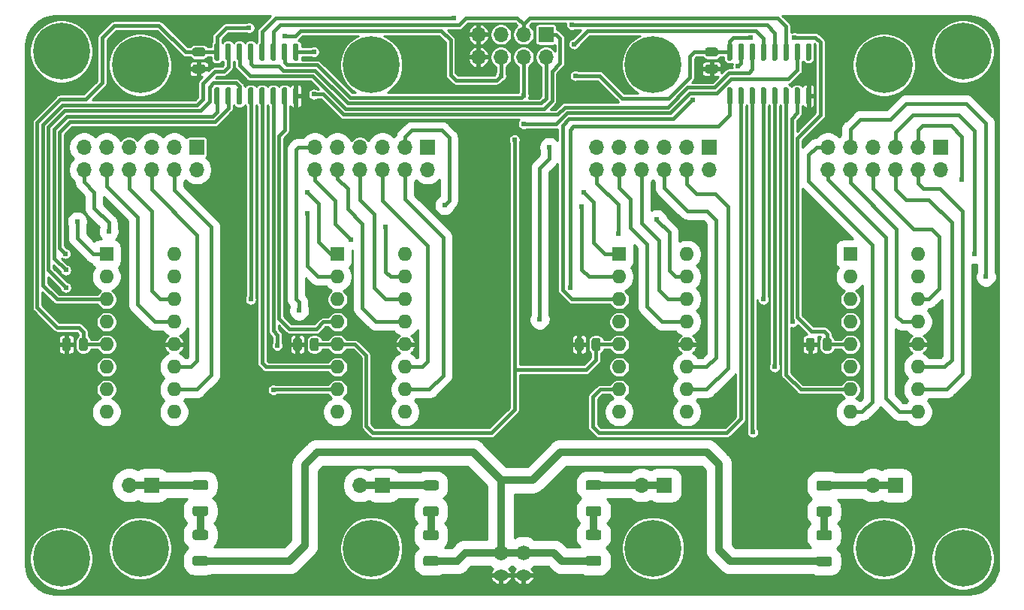
<source format=gtl>
G04 #@! TF.GenerationSoftware,KiCad,Pcbnew,(5.1.12-1-10_14)*
G04 #@! TF.CreationDate,2022-01-30T16:38:09+01:00*
G04 #@! TF.ProjectId,NixieDisplayControllerV2,4e697869-6544-4697-9370-6c6179436f6e,rev?*
G04 #@! TF.SameCoordinates,Original*
G04 #@! TF.FileFunction,Copper,L1,Top*
G04 #@! TF.FilePolarity,Positive*
%FSLAX46Y46*%
G04 Gerber Fmt 4.6, Leading zero omitted, Abs format (unit mm)*
G04 Created by KiCad (PCBNEW (5.1.12-1-10_14)) date 2022-01-30 16:38:09*
%MOMM*%
%LPD*%
G01*
G04 APERTURE LIST*
G04 #@! TA.AperFunction,ComponentPad*
%ADD10O,1.676400X1.270000*%
G04 #@! TD*
G04 #@! TA.AperFunction,ComponentPad*
%ADD11O,1.676400X1.676400*%
G04 #@! TD*
G04 #@! TA.AperFunction,ComponentPad*
%ADD12C,1.676400*%
G04 #@! TD*
G04 #@! TA.AperFunction,ComponentPad*
%ADD13O,1.700000X1.700000*%
G04 #@! TD*
G04 #@! TA.AperFunction,ComponentPad*
%ADD14R,1.700000X1.700000*%
G04 #@! TD*
G04 #@! TA.AperFunction,ComponentPad*
%ADD15C,0.800000*%
G04 #@! TD*
G04 #@! TA.AperFunction,ComponentPad*
%ADD16C,6.400000*%
G04 #@! TD*
G04 #@! TA.AperFunction,ComponentPad*
%ADD17O,1.600000X1.600000*%
G04 #@! TD*
G04 #@! TA.AperFunction,ComponentPad*
%ADD18R,1.600000X1.600000*%
G04 #@! TD*
G04 #@! TA.AperFunction,ViaPad*
%ADD19C,0.609600*%
G04 #@! TD*
G04 #@! TA.AperFunction,Conductor*
%ADD20C,0.406400*%
G04 #@! TD*
G04 #@! TA.AperFunction,Conductor*
%ADD21C,0.812800*%
G04 #@! TD*
G04 #@! TA.AperFunction,Conductor*
%ADD22C,0.254000*%
G04 #@! TD*
G04 #@! TA.AperFunction,Conductor*
%ADD23C,0.100000*%
G04 #@! TD*
G04 APERTURE END LIST*
G04 #@! TA.AperFunction,SMDPad,CuDef*
G36*
G01*
X167536000Y-74065000D02*
X167236000Y-74065000D01*
G75*
G02*
X167086000Y-73915000I0J150000D01*
G01*
X167086000Y-72265000D01*
G75*
G02*
X167236000Y-72115000I150000J0D01*
G01*
X167536000Y-72115000D01*
G75*
G02*
X167686000Y-72265000I0J-150000D01*
G01*
X167686000Y-73915000D01*
G75*
G02*
X167536000Y-74065000I-150000J0D01*
G01*
G37*
G04 #@! TD.AperFunction*
G04 #@! TA.AperFunction,SMDPad,CuDef*
G36*
G01*
X168806000Y-74065000D02*
X168506000Y-74065000D01*
G75*
G02*
X168356000Y-73915000I0J150000D01*
G01*
X168356000Y-72265000D01*
G75*
G02*
X168506000Y-72115000I150000J0D01*
G01*
X168806000Y-72115000D01*
G75*
G02*
X168956000Y-72265000I0J-150000D01*
G01*
X168956000Y-73915000D01*
G75*
G02*
X168806000Y-74065000I-150000J0D01*
G01*
G37*
G04 #@! TD.AperFunction*
G04 #@! TA.AperFunction,SMDPad,CuDef*
G36*
G01*
X170076000Y-74065000D02*
X169776000Y-74065000D01*
G75*
G02*
X169626000Y-73915000I0J150000D01*
G01*
X169626000Y-72265000D01*
G75*
G02*
X169776000Y-72115000I150000J0D01*
G01*
X170076000Y-72115000D01*
G75*
G02*
X170226000Y-72265000I0J-150000D01*
G01*
X170226000Y-73915000D01*
G75*
G02*
X170076000Y-74065000I-150000J0D01*
G01*
G37*
G04 #@! TD.AperFunction*
G04 #@! TA.AperFunction,SMDPad,CuDef*
G36*
G01*
X171346000Y-74065000D02*
X171046000Y-74065000D01*
G75*
G02*
X170896000Y-73915000I0J150000D01*
G01*
X170896000Y-72265000D01*
G75*
G02*
X171046000Y-72115000I150000J0D01*
G01*
X171346000Y-72115000D01*
G75*
G02*
X171496000Y-72265000I0J-150000D01*
G01*
X171496000Y-73915000D01*
G75*
G02*
X171346000Y-74065000I-150000J0D01*
G01*
G37*
G04 #@! TD.AperFunction*
G04 #@! TA.AperFunction,SMDPad,CuDef*
G36*
G01*
X172616000Y-74065000D02*
X172316000Y-74065000D01*
G75*
G02*
X172166000Y-73915000I0J150000D01*
G01*
X172166000Y-72265000D01*
G75*
G02*
X172316000Y-72115000I150000J0D01*
G01*
X172616000Y-72115000D01*
G75*
G02*
X172766000Y-72265000I0J-150000D01*
G01*
X172766000Y-73915000D01*
G75*
G02*
X172616000Y-74065000I-150000J0D01*
G01*
G37*
G04 #@! TD.AperFunction*
G04 #@! TA.AperFunction,SMDPad,CuDef*
G36*
G01*
X173886000Y-74065000D02*
X173586000Y-74065000D01*
G75*
G02*
X173436000Y-73915000I0J150000D01*
G01*
X173436000Y-72265000D01*
G75*
G02*
X173586000Y-72115000I150000J0D01*
G01*
X173886000Y-72115000D01*
G75*
G02*
X174036000Y-72265000I0J-150000D01*
G01*
X174036000Y-73915000D01*
G75*
G02*
X173886000Y-74065000I-150000J0D01*
G01*
G37*
G04 #@! TD.AperFunction*
G04 #@! TA.AperFunction,SMDPad,CuDef*
G36*
G01*
X175156000Y-74065000D02*
X174856000Y-74065000D01*
G75*
G02*
X174706000Y-73915000I0J150000D01*
G01*
X174706000Y-72265000D01*
G75*
G02*
X174856000Y-72115000I150000J0D01*
G01*
X175156000Y-72115000D01*
G75*
G02*
X175306000Y-72265000I0J-150000D01*
G01*
X175306000Y-73915000D01*
G75*
G02*
X175156000Y-74065000I-150000J0D01*
G01*
G37*
G04 #@! TD.AperFunction*
G04 #@! TA.AperFunction,SMDPad,CuDef*
G36*
G01*
X176426000Y-74065000D02*
X176126000Y-74065000D01*
G75*
G02*
X175976000Y-73915000I0J150000D01*
G01*
X175976000Y-72265000D01*
G75*
G02*
X176126000Y-72115000I150000J0D01*
G01*
X176426000Y-72115000D01*
G75*
G02*
X176576000Y-72265000I0J-150000D01*
G01*
X176576000Y-73915000D01*
G75*
G02*
X176426000Y-74065000I-150000J0D01*
G01*
G37*
G04 #@! TD.AperFunction*
G04 #@! TA.AperFunction,SMDPad,CuDef*
G36*
G01*
X176426000Y-79015000D02*
X176126000Y-79015000D01*
G75*
G02*
X175976000Y-78865000I0J150000D01*
G01*
X175976000Y-77215000D01*
G75*
G02*
X176126000Y-77065000I150000J0D01*
G01*
X176426000Y-77065000D01*
G75*
G02*
X176576000Y-77215000I0J-150000D01*
G01*
X176576000Y-78865000D01*
G75*
G02*
X176426000Y-79015000I-150000J0D01*
G01*
G37*
G04 #@! TD.AperFunction*
G04 #@! TA.AperFunction,SMDPad,CuDef*
G36*
G01*
X175156000Y-79015000D02*
X174856000Y-79015000D01*
G75*
G02*
X174706000Y-78865000I0J150000D01*
G01*
X174706000Y-77215000D01*
G75*
G02*
X174856000Y-77065000I150000J0D01*
G01*
X175156000Y-77065000D01*
G75*
G02*
X175306000Y-77215000I0J-150000D01*
G01*
X175306000Y-78865000D01*
G75*
G02*
X175156000Y-79015000I-150000J0D01*
G01*
G37*
G04 #@! TD.AperFunction*
G04 #@! TA.AperFunction,SMDPad,CuDef*
G36*
G01*
X173886000Y-79015000D02*
X173586000Y-79015000D01*
G75*
G02*
X173436000Y-78865000I0J150000D01*
G01*
X173436000Y-77215000D01*
G75*
G02*
X173586000Y-77065000I150000J0D01*
G01*
X173886000Y-77065000D01*
G75*
G02*
X174036000Y-77215000I0J-150000D01*
G01*
X174036000Y-78865000D01*
G75*
G02*
X173886000Y-79015000I-150000J0D01*
G01*
G37*
G04 #@! TD.AperFunction*
G04 #@! TA.AperFunction,SMDPad,CuDef*
G36*
G01*
X172616000Y-79015000D02*
X172316000Y-79015000D01*
G75*
G02*
X172166000Y-78865000I0J150000D01*
G01*
X172166000Y-77215000D01*
G75*
G02*
X172316000Y-77065000I150000J0D01*
G01*
X172616000Y-77065000D01*
G75*
G02*
X172766000Y-77215000I0J-150000D01*
G01*
X172766000Y-78865000D01*
G75*
G02*
X172616000Y-79015000I-150000J0D01*
G01*
G37*
G04 #@! TD.AperFunction*
G04 #@! TA.AperFunction,SMDPad,CuDef*
G36*
G01*
X171346000Y-79015000D02*
X171046000Y-79015000D01*
G75*
G02*
X170896000Y-78865000I0J150000D01*
G01*
X170896000Y-77215000D01*
G75*
G02*
X171046000Y-77065000I150000J0D01*
G01*
X171346000Y-77065000D01*
G75*
G02*
X171496000Y-77215000I0J-150000D01*
G01*
X171496000Y-78865000D01*
G75*
G02*
X171346000Y-79015000I-150000J0D01*
G01*
G37*
G04 #@! TD.AperFunction*
G04 #@! TA.AperFunction,SMDPad,CuDef*
G36*
G01*
X170076000Y-79015000D02*
X169776000Y-79015000D01*
G75*
G02*
X169626000Y-78865000I0J150000D01*
G01*
X169626000Y-77215000D01*
G75*
G02*
X169776000Y-77065000I150000J0D01*
G01*
X170076000Y-77065000D01*
G75*
G02*
X170226000Y-77215000I0J-150000D01*
G01*
X170226000Y-78865000D01*
G75*
G02*
X170076000Y-79015000I-150000J0D01*
G01*
G37*
G04 #@! TD.AperFunction*
G04 #@! TA.AperFunction,SMDPad,CuDef*
G36*
G01*
X168806000Y-79015000D02*
X168506000Y-79015000D01*
G75*
G02*
X168356000Y-78865000I0J150000D01*
G01*
X168356000Y-77215000D01*
G75*
G02*
X168506000Y-77065000I150000J0D01*
G01*
X168806000Y-77065000D01*
G75*
G02*
X168956000Y-77215000I0J-150000D01*
G01*
X168956000Y-78865000D01*
G75*
G02*
X168806000Y-79015000I-150000J0D01*
G01*
G37*
G04 #@! TD.AperFunction*
G04 #@! TA.AperFunction,SMDPad,CuDef*
G36*
G01*
X167536000Y-79015000D02*
X167236000Y-79015000D01*
G75*
G02*
X167086000Y-78865000I0J150000D01*
G01*
X167086000Y-77215000D01*
G75*
G02*
X167236000Y-77065000I150000J0D01*
G01*
X167536000Y-77065000D01*
G75*
G02*
X167686000Y-77215000I0J-150000D01*
G01*
X167686000Y-78865000D01*
G75*
G02*
X167536000Y-79015000I-150000J0D01*
G01*
G37*
G04 #@! TD.AperFunction*
G04 #@! TA.AperFunction,SMDPad,CuDef*
G36*
G01*
X109751000Y-74065000D02*
X109451000Y-74065000D01*
G75*
G02*
X109301000Y-73915000I0J150000D01*
G01*
X109301000Y-72265000D01*
G75*
G02*
X109451000Y-72115000I150000J0D01*
G01*
X109751000Y-72115000D01*
G75*
G02*
X109901000Y-72265000I0J-150000D01*
G01*
X109901000Y-73915000D01*
G75*
G02*
X109751000Y-74065000I-150000J0D01*
G01*
G37*
G04 #@! TD.AperFunction*
G04 #@! TA.AperFunction,SMDPad,CuDef*
G36*
G01*
X111021000Y-74065000D02*
X110721000Y-74065000D01*
G75*
G02*
X110571000Y-73915000I0J150000D01*
G01*
X110571000Y-72265000D01*
G75*
G02*
X110721000Y-72115000I150000J0D01*
G01*
X111021000Y-72115000D01*
G75*
G02*
X111171000Y-72265000I0J-150000D01*
G01*
X111171000Y-73915000D01*
G75*
G02*
X111021000Y-74065000I-150000J0D01*
G01*
G37*
G04 #@! TD.AperFunction*
G04 #@! TA.AperFunction,SMDPad,CuDef*
G36*
G01*
X112291000Y-74065000D02*
X111991000Y-74065000D01*
G75*
G02*
X111841000Y-73915000I0J150000D01*
G01*
X111841000Y-72265000D01*
G75*
G02*
X111991000Y-72115000I150000J0D01*
G01*
X112291000Y-72115000D01*
G75*
G02*
X112441000Y-72265000I0J-150000D01*
G01*
X112441000Y-73915000D01*
G75*
G02*
X112291000Y-74065000I-150000J0D01*
G01*
G37*
G04 #@! TD.AperFunction*
G04 #@! TA.AperFunction,SMDPad,CuDef*
G36*
G01*
X113561000Y-74065000D02*
X113261000Y-74065000D01*
G75*
G02*
X113111000Y-73915000I0J150000D01*
G01*
X113111000Y-72265000D01*
G75*
G02*
X113261000Y-72115000I150000J0D01*
G01*
X113561000Y-72115000D01*
G75*
G02*
X113711000Y-72265000I0J-150000D01*
G01*
X113711000Y-73915000D01*
G75*
G02*
X113561000Y-74065000I-150000J0D01*
G01*
G37*
G04 #@! TD.AperFunction*
G04 #@! TA.AperFunction,SMDPad,CuDef*
G36*
G01*
X114831000Y-74065000D02*
X114531000Y-74065000D01*
G75*
G02*
X114381000Y-73915000I0J150000D01*
G01*
X114381000Y-72265000D01*
G75*
G02*
X114531000Y-72115000I150000J0D01*
G01*
X114831000Y-72115000D01*
G75*
G02*
X114981000Y-72265000I0J-150000D01*
G01*
X114981000Y-73915000D01*
G75*
G02*
X114831000Y-74065000I-150000J0D01*
G01*
G37*
G04 #@! TD.AperFunction*
G04 #@! TA.AperFunction,SMDPad,CuDef*
G36*
G01*
X116101000Y-74065000D02*
X115801000Y-74065000D01*
G75*
G02*
X115651000Y-73915000I0J150000D01*
G01*
X115651000Y-72265000D01*
G75*
G02*
X115801000Y-72115000I150000J0D01*
G01*
X116101000Y-72115000D01*
G75*
G02*
X116251000Y-72265000I0J-150000D01*
G01*
X116251000Y-73915000D01*
G75*
G02*
X116101000Y-74065000I-150000J0D01*
G01*
G37*
G04 #@! TD.AperFunction*
G04 #@! TA.AperFunction,SMDPad,CuDef*
G36*
G01*
X117371000Y-74065000D02*
X117071000Y-74065000D01*
G75*
G02*
X116921000Y-73915000I0J150000D01*
G01*
X116921000Y-72265000D01*
G75*
G02*
X117071000Y-72115000I150000J0D01*
G01*
X117371000Y-72115000D01*
G75*
G02*
X117521000Y-72265000I0J-150000D01*
G01*
X117521000Y-73915000D01*
G75*
G02*
X117371000Y-74065000I-150000J0D01*
G01*
G37*
G04 #@! TD.AperFunction*
G04 #@! TA.AperFunction,SMDPad,CuDef*
G36*
G01*
X118641000Y-74065000D02*
X118341000Y-74065000D01*
G75*
G02*
X118191000Y-73915000I0J150000D01*
G01*
X118191000Y-72265000D01*
G75*
G02*
X118341000Y-72115000I150000J0D01*
G01*
X118641000Y-72115000D01*
G75*
G02*
X118791000Y-72265000I0J-150000D01*
G01*
X118791000Y-73915000D01*
G75*
G02*
X118641000Y-74065000I-150000J0D01*
G01*
G37*
G04 #@! TD.AperFunction*
G04 #@! TA.AperFunction,SMDPad,CuDef*
G36*
G01*
X118641000Y-79015000D02*
X118341000Y-79015000D01*
G75*
G02*
X118191000Y-78865000I0J150000D01*
G01*
X118191000Y-77215000D01*
G75*
G02*
X118341000Y-77065000I150000J0D01*
G01*
X118641000Y-77065000D01*
G75*
G02*
X118791000Y-77215000I0J-150000D01*
G01*
X118791000Y-78865000D01*
G75*
G02*
X118641000Y-79015000I-150000J0D01*
G01*
G37*
G04 #@! TD.AperFunction*
G04 #@! TA.AperFunction,SMDPad,CuDef*
G36*
G01*
X117371000Y-79015000D02*
X117071000Y-79015000D01*
G75*
G02*
X116921000Y-78865000I0J150000D01*
G01*
X116921000Y-77215000D01*
G75*
G02*
X117071000Y-77065000I150000J0D01*
G01*
X117371000Y-77065000D01*
G75*
G02*
X117521000Y-77215000I0J-150000D01*
G01*
X117521000Y-78865000D01*
G75*
G02*
X117371000Y-79015000I-150000J0D01*
G01*
G37*
G04 #@! TD.AperFunction*
G04 #@! TA.AperFunction,SMDPad,CuDef*
G36*
G01*
X116101000Y-79015000D02*
X115801000Y-79015000D01*
G75*
G02*
X115651000Y-78865000I0J150000D01*
G01*
X115651000Y-77215000D01*
G75*
G02*
X115801000Y-77065000I150000J0D01*
G01*
X116101000Y-77065000D01*
G75*
G02*
X116251000Y-77215000I0J-150000D01*
G01*
X116251000Y-78865000D01*
G75*
G02*
X116101000Y-79015000I-150000J0D01*
G01*
G37*
G04 #@! TD.AperFunction*
G04 #@! TA.AperFunction,SMDPad,CuDef*
G36*
G01*
X114831000Y-79015000D02*
X114531000Y-79015000D01*
G75*
G02*
X114381000Y-78865000I0J150000D01*
G01*
X114381000Y-77215000D01*
G75*
G02*
X114531000Y-77065000I150000J0D01*
G01*
X114831000Y-77065000D01*
G75*
G02*
X114981000Y-77215000I0J-150000D01*
G01*
X114981000Y-78865000D01*
G75*
G02*
X114831000Y-79015000I-150000J0D01*
G01*
G37*
G04 #@! TD.AperFunction*
G04 #@! TA.AperFunction,SMDPad,CuDef*
G36*
G01*
X113561000Y-79015000D02*
X113261000Y-79015000D01*
G75*
G02*
X113111000Y-78865000I0J150000D01*
G01*
X113111000Y-77215000D01*
G75*
G02*
X113261000Y-77065000I150000J0D01*
G01*
X113561000Y-77065000D01*
G75*
G02*
X113711000Y-77215000I0J-150000D01*
G01*
X113711000Y-78865000D01*
G75*
G02*
X113561000Y-79015000I-150000J0D01*
G01*
G37*
G04 #@! TD.AperFunction*
G04 #@! TA.AperFunction,SMDPad,CuDef*
G36*
G01*
X112291000Y-79015000D02*
X111991000Y-79015000D01*
G75*
G02*
X111841000Y-78865000I0J150000D01*
G01*
X111841000Y-77215000D01*
G75*
G02*
X111991000Y-77065000I150000J0D01*
G01*
X112291000Y-77065000D01*
G75*
G02*
X112441000Y-77215000I0J-150000D01*
G01*
X112441000Y-78865000D01*
G75*
G02*
X112291000Y-79015000I-150000J0D01*
G01*
G37*
G04 #@! TD.AperFunction*
G04 #@! TA.AperFunction,SMDPad,CuDef*
G36*
G01*
X111021000Y-79015000D02*
X110721000Y-79015000D01*
G75*
G02*
X110571000Y-78865000I0J150000D01*
G01*
X110571000Y-77215000D01*
G75*
G02*
X110721000Y-77065000I150000J0D01*
G01*
X111021000Y-77065000D01*
G75*
G02*
X111171000Y-77215000I0J-150000D01*
G01*
X111171000Y-78865000D01*
G75*
G02*
X111021000Y-79015000I-150000J0D01*
G01*
G37*
G04 #@! TD.AperFunction*
G04 #@! TA.AperFunction,SMDPad,CuDef*
G36*
G01*
X109751000Y-79015000D02*
X109451000Y-79015000D01*
G75*
G02*
X109301000Y-78865000I0J150000D01*
G01*
X109301000Y-77215000D01*
G75*
G02*
X109451000Y-77065000I150000J0D01*
G01*
X109751000Y-77065000D01*
G75*
G02*
X109901000Y-77215000I0J-150000D01*
G01*
X109901000Y-78865000D01*
G75*
G02*
X109751000Y-79015000I-150000J0D01*
G01*
G37*
G04 #@! TD.AperFunction*
D10*
X141605000Y-132080000D03*
D11*
X141605000Y-129540000D03*
D10*
X144145000Y-132080000D03*
D12*
X144145000Y-129540000D03*
D13*
X139065000Y-73660000D03*
X139065000Y-71120000D03*
X141605000Y-73660000D03*
X141605000Y-71120000D03*
X144145000Y-73660000D03*
X144145000Y-71120000D03*
X146685000Y-73660000D03*
D14*
X146685000Y-71120000D03*
D15*
X195372056Y-71327944D03*
X193675000Y-70625000D03*
X191977944Y-71327944D03*
X191275000Y-73025000D03*
X191977944Y-74722056D03*
X193675000Y-75425000D03*
X195372056Y-74722056D03*
X196075000Y-73025000D03*
D16*
X193675000Y-73025000D03*
D15*
X195372056Y-128477944D03*
X193675000Y-127775000D03*
X191977944Y-128477944D03*
X191275000Y-130175000D03*
X191977944Y-131872056D03*
X193675000Y-132575000D03*
X195372056Y-131872056D03*
X196075000Y-130175000D03*
D16*
X193675000Y-130175000D03*
D15*
X93772056Y-128477944D03*
X92075000Y-127775000D03*
X90377944Y-128477944D03*
X89675000Y-130175000D03*
X90377944Y-131872056D03*
X92075000Y-132575000D03*
X93772056Y-131872056D03*
X94475000Y-130175000D03*
D16*
X92075000Y-130175000D03*
D15*
X93772056Y-71327944D03*
X92075000Y-70625000D03*
X90377944Y-71327944D03*
X89675000Y-73025000D03*
X90377944Y-74722056D03*
X92075000Y-75425000D03*
X93772056Y-74722056D03*
X94475000Y-73025000D03*
D16*
X92075000Y-73025000D03*
G04 #@! TA.AperFunction,SMDPad,CuDef*
G36*
G01*
X164879000Y-74491000D02*
X165829000Y-74491000D01*
G75*
G02*
X166079000Y-74741000I0J-250000D01*
G01*
X166079000Y-75241000D01*
G75*
G02*
X165829000Y-75491000I-250000J0D01*
G01*
X164879000Y-75491000D01*
G75*
G02*
X164629000Y-75241000I0J250000D01*
G01*
X164629000Y-74741000D01*
G75*
G02*
X164879000Y-74491000I250000J0D01*
G01*
G37*
G04 #@! TD.AperFunction*
G04 #@! TA.AperFunction,SMDPad,CuDef*
G36*
G01*
X164879000Y-72591000D02*
X165829000Y-72591000D01*
G75*
G02*
X166079000Y-72841000I0J-250000D01*
G01*
X166079000Y-73341000D01*
G75*
G02*
X165829000Y-73591000I-250000J0D01*
G01*
X164879000Y-73591000D01*
G75*
G02*
X164629000Y-73341000I0J250000D01*
G01*
X164629000Y-72841000D01*
G75*
G02*
X164879000Y-72591000I250000J0D01*
G01*
G37*
G04 #@! TD.AperFunction*
G04 #@! TA.AperFunction,SMDPad,CuDef*
G36*
G01*
X107094000Y-74491000D02*
X108044000Y-74491000D01*
G75*
G02*
X108294000Y-74741000I0J-250000D01*
G01*
X108294000Y-75241000D01*
G75*
G02*
X108044000Y-75491000I-250000J0D01*
G01*
X107094000Y-75491000D01*
G75*
G02*
X106844000Y-75241000I0J250000D01*
G01*
X106844000Y-74741000D01*
G75*
G02*
X107094000Y-74491000I250000J0D01*
G01*
G37*
G04 #@! TD.AperFunction*
G04 #@! TA.AperFunction,SMDPad,CuDef*
G36*
G01*
X107094000Y-72591000D02*
X108044000Y-72591000D01*
G75*
G02*
X108294000Y-72841000I0J-250000D01*
G01*
X108294000Y-73341000D01*
G75*
G02*
X108044000Y-73591000I-250000J0D01*
G01*
X107094000Y-73591000D01*
G75*
G02*
X106844000Y-73341000I0J250000D01*
G01*
X106844000Y-72841000D01*
G75*
G02*
X107094000Y-72591000I250000J0D01*
G01*
G37*
G04 #@! TD.AperFunction*
D17*
X188595000Y-95885000D03*
X180975000Y-113665000D03*
X188595000Y-98425000D03*
X180975000Y-111125000D03*
X188595000Y-100965000D03*
X180975000Y-108585000D03*
X188595000Y-103505000D03*
X180975000Y-106045000D03*
X188595000Y-106045000D03*
X180975000Y-103505000D03*
X188595000Y-108585000D03*
X180975000Y-100965000D03*
X188595000Y-111125000D03*
X180975000Y-98425000D03*
X188595000Y-113665000D03*
D18*
X180975000Y-95885000D03*
D17*
X162560000Y-95885000D03*
X154940000Y-113665000D03*
X162560000Y-98425000D03*
X154940000Y-111125000D03*
X162560000Y-100965000D03*
X154940000Y-108585000D03*
X162560000Y-103505000D03*
X154940000Y-106045000D03*
X162560000Y-106045000D03*
X154940000Y-103505000D03*
X162560000Y-108585000D03*
X154940000Y-100965000D03*
X162560000Y-111125000D03*
X154940000Y-98425000D03*
X162560000Y-113665000D03*
D18*
X154940000Y-95885000D03*
D17*
X130810000Y-95885000D03*
X123190000Y-113665000D03*
X130810000Y-98425000D03*
X123190000Y-111125000D03*
X130810000Y-100965000D03*
X123190000Y-108585000D03*
X130810000Y-103505000D03*
X123190000Y-106045000D03*
X130810000Y-106045000D03*
X123190000Y-103505000D03*
X130810000Y-108585000D03*
X123190000Y-100965000D03*
X130810000Y-111125000D03*
X123190000Y-98425000D03*
X130810000Y-113665000D03*
D18*
X123190000Y-95885000D03*
D17*
X104775000Y-95885000D03*
X97155000Y-113665000D03*
X104775000Y-98425000D03*
X97155000Y-111125000D03*
X104775000Y-100965000D03*
X97155000Y-108585000D03*
X104775000Y-103505000D03*
X97155000Y-106045000D03*
X104775000Y-106045000D03*
X97155000Y-103505000D03*
X104775000Y-108585000D03*
X97155000Y-100965000D03*
X104775000Y-111125000D03*
X97155000Y-98425000D03*
X104775000Y-113665000D03*
D18*
X97155000Y-95885000D03*
G04 #@! TA.AperFunction,SMDPad,CuDef*
G36*
G01*
X177405497Y-124315500D02*
X178655503Y-124315500D01*
G75*
G02*
X178905500Y-124565497I0J-249997D01*
G01*
X178905500Y-125190503D01*
G75*
G02*
X178655503Y-125440500I-249997J0D01*
G01*
X177405497Y-125440500D01*
G75*
G02*
X177155500Y-125190503I0J249997D01*
G01*
X177155500Y-124565497D01*
G75*
G02*
X177405497Y-124315500I249997J0D01*
G01*
G37*
G04 #@! TD.AperFunction*
G04 #@! TA.AperFunction,SMDPad,CuDef*
G36*
G01*
X177405497Y-121390500D02*
X178655503Y-121390500D01*
G75*
G02*
X178905500Y-121640497I0J-249997D01*
G01*
X178905500Y-122265503D01*
G75*
G02*
X178655503Y-122515500I-249997J0D01*
G01*
X177405497Y-122515500D01*
G75*
G02*
X177155500Y-122265503I0J249997D01*
G01*
X177155500Y-121640497D01*
G75*
G02*
X177405497Y-121390500I249997J0D01*
G01*
G37*
G04 #@! TD.AperFunction*
G04 #@! TA.AperFunction,SMDPad,CuDef*
G36*
G01*
X177405497Y-129925500D02*
X178655503Y-129925500D01*
G75*
G02*
X178905500Y-130175497I0J-249997D01*
G01*
X178905500Y-130800503D01*
G75*
G02*
X178655503Y-131050500I-249997J0D01*
G01*
X177405497Y-131050500D01*
G75*
G02*
X177155500Y-130800503I0J249997D01*
G01*
X177155500Y-130175497D01*
G75*
G02*
X177405497Y-129925500I249997J0D01*
G01*
G37*
G04 #@! TD.AperFunction*
G04 #@! TA.AperFunction,SMDPad,CuDef*
G36*
G01*
X177405497Y-127000500D02*
X178655503Y-127000500D01*
G75*
G02*
X178905500Y-127250497I0J-249997D01*
G01*
X178905500Y-127875503D01*
G75*
G02*
X178655503Y-128125500I-249997J0D01*
G01*
X177405497Y-128125500D01*
G75*
G02*
X177155500Y-127875503I0J249997D01*
G01*
X177155500Y-127250497D01*
G75*
G02*
X177405497Y-127000500I249997J0D01*
G01*
G37*
G04 #@! TD.AperFunction*
G04 #@! TA.AperFunction,SMDPad,CuDef*
G36*
G01*
X151419197Y-124272900D02*
X152669203Y-124272900D01*
G75*
G02*
X152919200Y-124522897I0J-249997D01*
G01*
X152919200Y-125147903D01*
G75*
G02*
X152669203Y-125397900I-249997J0D01*
G01*
X151419197Y-125397900D01*
G75*
G02*
X151169200Y-125147903I0J249997D01*
G01*
X151169200Y-124522897D01*
G75*
G02*
X151419197Y-124272900I249997J0D01*
G01*
G37*
G04 #@! TD.AperFunction*
G04 #@! TA.AperFunction,SMDPad,CuDef*
G36*
G01*
X151419197Y-121347900D02*
X152669203Y-121347900D01*
G75*
G02*
X152919200Y-121597897I0J-249997D01*
G01*
X152919200Y-122222903D01*
G75*
G02*
X152669203Y-122472900I-249997J0D01*
G01*
X151419197Y-122472900D01*
G75*
G02*
X151169200Y-122222903I0J249997D01*
G01*
X151169200Y-121597897D01*
G75*
G02*
X151419197Y-121347900I249997J0D01*
G01*
G37*
G04 #@! TD.AperFunction*
G04 #@! TA.AperFunction,SMDPad,CuDef*
G36*
G01*
X151419197Y-129882900D02*
X152669203Y-129882900D01*
G75*
G02*
X152919200Y-130132897I0J-249997D01*
G01*
X152919200Y-130757903D01*
G75*
G02*
X152669203Y-131007900I-249997J0D01*
G01*
X151419197Y-131007900D01*
G75*
G02*
X151169200Y-130757903I0J249997D01*
G01*
X151169200Y-130132897D01*
G75*
G02*
X151419197Y-129882900I249997J0D01*
G01*
G37*
G04 #@! TD.AperFunction*
G04 #@! TA.AperFunction,SMDPad,CuDef*
G36*
G01*
X151419197Y-126957900D02*
X152669203Y-126957900D01*
G75*
G02*
X152919200Y-127207897I0J-249997D01*
G01*
X152919200Y-127832903D01*
G75*
G02*
X152669203Y-128082900I-249997J0D01*
G01*
X151419197Y-128082900D01*
G75*
G02*
X151169200Y-127832903I0J249997D01*
G01*
X151169200Y-127207897D01*
G75*
G02*
X151419197Y-126957900I249997J0D01*
G01*
G37*
G04 #@! TD.AperFunction*
G04 #@! TA.AperFunction,SMDPad,CuDef*
G36*
G01*
X133098997Y-124287500D02*
X134349003Y-124287500D01*
G75*
G02*
X134599000Y-124537497I0J-249997D01*
G01*
X134599000Y-125162503D01*
G75*
G02*
X134349003Y-125412500I-249997J0D01*
G01*
X133098997Y-125412500D01*
G75*
G02*
X132849000Y-125162503I0J249997D01*
G01*
X132849000Y-124537497D01*
G75*
G02*
X133098997Y-124287500I249997J0D01*
G01*
G37*
G04 #@! TD.AperFunction*
G04 #@! TA.AperFunction,SMDPad,CuDef*
G36*
G01*
X133098997Y-121362500D02*
X134349003Y-121362500D01*
G75*
G02*
X134599000Y-121612497I0J-249997D01*
G01*
X134599000Y-122237503D01*
G75*
G02*
X134349003Y-122487500I-249997J0D01*
G01*
X133098997Y-122487500D01*
G75*
G02*
X132849000Y-122237503I0J249997D01*
G01*
X132849000Y-121612497D01*
G75*
G02*
X133098997Y-121362500I249997J0D01*
G01*
G37*
G04 #@! TD.AperFunction*
G04 #@! TA.AperFunction,SMDPad,CuDef*
G36*
G01*
X133098997Y-129897500D02*
X134349003Y-129897500D01*
G75*
G02*
X134599000Y-130147497I0J-249997D01*
G01*
X134599000Y-130772503D01*
G75*
G02*
X134349003Y-131022500I-249997J0D01*
G01*
X133098997Y-131022500D01*
G75*
G02*
X132849000Y-130772503I0J249997D01*
G01*
X132849000Y-130147497D01*
G75*
G02*
X133098997Y-129897500I249997J0D01*
G01*
G37*
G04 #@! TD.AperFunction*
G04 #@! TA.AperFunction,SMDPad,CuDef*
G36*
G01*
X133098997Y-126972500D02*
X134349003Y-126972500D01*
G75*
G02*
X134599000Y-127222497I0J-249997D01*
G01*
X134599000Y-127847503D01*
G75*
G02*
X134349003Y-128097500I-249997J0D01*
G01*
X133098997Y-128097500D01*
G75*
G02*
X132849000Y-127847503I0J249997D01*
G01*
X132849000Y-127222497D01*
G75*
G02*
X133098997Y-126972500I249997J0D01*
G01*
G37*
G04 #@! TD.AperFunction*
G04 #@! TA.AperFunction,SMDPad,CuDef*
G36*
G01*
X107110997Y-124266500D02*
X108361003Y-124266500D01*
G75*
G02*
X108611000Y-124516497I0J-249997D01*
G01*
X108611000Y-125141503D01*
G75*
G02*
X108361003Y-125391500I-249997J0D01*
G01*
X107110997Y-125391500D01*
G75*
G02*
X106861000Y-125141503I0J249997D01*
G01*
X106861000Y-124516497D01*
G75*
G02*
X107110997Y-124266500I249997J0D01*
G01*
G37*
G04 #@! TD.AperFunction*
G04 #@! TA.AperFunction,SMDPad,CuDef*
G36*
G01*
X107110997Y-121341500D02*
X108361003Y-121341500D01*
G75*
G02*
X108611000Y-121591497I0J-249997D01*
G01*
X108611000Y-122216503D01*
G75*
G02*
X108361003Y-122466500I-249997J0D01*
G01*
X107110997Y-122466500D01*
G75*
G02*
X106861000Y-122216503I0J249997D01*
G01*
X106861000Y-121591497D01*
G75*
G02*
X107110997Y-121341500I249997J0D01*
G01*
G37*
G04 #@! TD.AperFunction*
G04 #@! TA.AperFunction,SMDPad,CuDef*
G36*
G01*
X107110997Y-129876500D02*
X108361003Y-129876500D01*
G75*
G02*
X108611000Y-130126497I0J-249997D01*
G01*
X108611000Y-130751503D01*
G75*
G02*
X108361003Y-131001500I-249997J0D01*
G01*
X107110997Y-131001500D01*
G75*
G02*
X106861000Y-130751503I0J249997D01*
G01*
X106861000Y-130126497D01*
G75*
G02*
X107110997Y-129876500I249997J0D01*
G01*
G37*
G04 #@! TD.AperFunction*
G04 #@! TA.AperFunction,SMDPad,CuDef*
G36*
G01*
X107110997Y-126951500D02*
X108361003Y-126951500D01*
G75*
G02*
X108611000Y-127201497I0J-249997D01*
G01*
X108611000Y-127826503D01*
G75*
G02*
X108361003Y-128076500I-249997J0D01*
G01*
X107110997Y-128076500D01*
G75*
G02*
X106861000Y-127826503I0J249997D01*
G01*
X106861000Y-127201497D01*
G75*
G02*
X107110997Y-126951500I249997J0D01*
G01*
G37*
G04 #@! TD.AperFunction*
D13*
X183515000Y-121920000D03*
D14*
X186055000Y-121920000D03*
D13*
X178435000Y-86360000D03*
X178435000Y-83820000D03*
X180975000Y-86360000D03*
X180975000Y-83820000D03*
X183515000Y-86360000D03*
X183515000Y-83820000D03*
X186055000Y-86360000D03*
X186055000Y-83820000D03*
X188595000Y-86360000D03*
X188595000Y-83820000D03*
X191135000Y-86360000D03*
D14*
X191135000Y-83820000D03*
D13*
X157480000Y-121920000D03*
D14*
X160020000Y-121920000D03*
D13*
X152400000Y-86360000D03*
X152400000Y-83820000D03*
X154940000Y-86360000D03*
X154940000Y-83820000D03*
X157480000Y-86360000D03*
X157480000Y-83820000D03*
X160020000Y-86360000D03*
X160020000Y-83820000D03*
X162560000Y-86360000D03*
X162560000Y-83820000D03*
X165100000Y-86360000D03*
D14*
X165100000Y-83820000D03*
D13*
X125730000Y-121920000D03*
D14*
X128270000Y-121920000D03*
D13*
X120650000Y-86360000D03*
X120650000Y-83820000D03*
X123190000Y-86360000D03*
X123190000Y-83820000D03*
X125730000Y-86360000D03*
X125730000Y-83820000D03*
X128270000Y-86360000D03*
X128270000Y-83820000D03*
X130810000Y-86360000D03*
X130810000Y-83820000D03*
X133350000Y-86360000D03*
D14*
X133350000Y-83820000D03*
X102235000Y-121920000D03*
D13*
X99695000Y-121920000D03*
X94615000Y-86360000D03*
X94615000Y-83820000D03*
X97155000Y-86360000D03*
X97155000Y-83820000D03*
X99695000Y-86360000D03*
X99695000Y-83820000D03*
X102235000Y-86360000D03*
X102235000Y-83820000D03*
X104775000Y-86360000D03*
X104775000Y-83820000D03*
X107315000Y-86360000D03*
D14*
X107315000Y-83820000D03*
D15*
X186482056Y-72851944D03*
X184785000Y-72149000D03*
X183087944Y-72851944D03*
X182385000Y-74549000D03*
X183087944Y-76246056D03*
X184785000Y-76949000D03*
X186482056Y-76246056D03*
X187185000Y-74549000D03*
D16*
X184785000Y-74549000D03*
D15*
X186482056Y-127334944D03*
X184785000Y-126632000D03*
X183087944Y-127334944D03*
X182385000Y-129032000D03*
X183087944Y-130729056D03*
X184785000Y-131432000D03*
X186482056Y-130729056D03*
X187185000Y-129032000D03*
D16*
X184785000Y-129032000D03*
D15*
X160447056Y-72851944D03*
X158750000Y-72149000D03*
X157052944Y-72851944D03*
X156350000Y-74549000D03*
X157052944Y-76246056D03*
X158750000Y-76949000D03*
X160447056Y-76246056D03*
X161150000Y-74549000D03*
D16*
X158750000Y-74549000D03*
D15*
X160447056Y-127321944D03*
X158750000Y-126619000D03*
X157052944Y-127321944D03*
X156350000Y-129019000D03*
X157052944Y-130716056D03*
X158750000Y-131419000D03*
X160447056Y-130716056D03*
X161150000Y-129019000D03*
D16*
X158750000Y-129019000D03*
D15*
X128697056Y-72851944D03*
X127000000Y-72149000D03*
X125302944Y-72851944D03*
X124600000Y-74549000D03*
X125302944Y-76246056D03*
X127000000Y-76949000D03*
X128697056Y-76246056D03*
X129400000Y-74549000D03*
D16*
X127000000Y-74549000D03*
D15*
X128697056Y-127334944D03*
X127000000Y-126632000D03*
X125302944Y-127334944D03*
X124600000Y-129032000D03*
X125302944Y-130729056D03*
X127000000Y-131432000D03*
X128697056Y-130729056D03*
X129400000Y-129032000D03*
D16*
X127000000Y-129032000D03*
D15*
X102662056Y-72851944D03*
X100965000Y-72149000D03*
X99267944Y-72851944D03*
X98565000Y-74549000D03*
X99267944Y-76246056D03*
X100965000Y-76949000D03*
X102662056Y-76246056D03*
X103365000Y-74549000D03*
D16*
X100965000Y-74549000D03*
X100965000Y-129032000D03*
D15*
X103365000Y-129032000D03*
X102662056Y-130729056D03*
X100965000Y-131432000D03*
X99267944Y-130729056D03*
X98565000Y-129032000D03*
X99267944Y-127334944D03*
X100965000Y-126632000D03*
X102662056Y-127334944D03*
G04 #@! TA.AperFunction,SMDPad,CuDef*
G36*
G01*
X176969000Y-105570000D02*
X176969000Y-106520000D01*
G75*
G02*
X176719000Y-106770000I-250000J0D01*
G01*
X176219000Y-106770000D01*
G75*
G02*
X175969000Y-106520000I0J250000D01*
G01*
X175969000Y-105570000D01*
G75*
G02*
X176219000Y-105320000I250000J0D01*
G01*
X176719000Y-105320000D01*
G75*
G02*
X176969000Y-105570000I0J-250000D01*
G01*
G37*
G04 #@! TD.AperFunction*
G04 #@! TA.AperFunction,SMDPad,CuDef*
G36*
G01*
X178869000Y-105570000D02*
X178869000Y-106520000D01*
G75*
G02*
X178619000Y-106770000I-250000J0D01*
G01*
X178119000Y-106770000D01*
G75*
G02*
X177869000Y-106520000I0J250000D01*
G01*
X177869000Y-105570000D01*
G75*
G02*
X178119000Y-105320000I250000J0D01*
G01*
X178619000Y-105320000D01*
G75*
G02*
X178869000Y-105570000I0J-250000D01*
G01*
G37*
G04 #@! TD.AperFunction*
G04 #@! TA.AperFunction,SMDPad,CuDef*
G36*
G01*
X150934000Y-105570000D02*
X150934000Y-106520000D01*
G75*
G02*
X150684000Y-106770000I-250000J0D01*
G01*
X150184000Y-106770000D01*
G75*
G02*
X149934000Y-106520000I0J250000D01*
G01*
X149934000Y-105570000D01*
G75*
G02*
X150184000Y-105320000I250000J0D01*
G01*
X150684000Y-105320000D01*
G75*
G02*
X150934000Y-105570000I0J-250000D01*
G01*
G37*
G04 #@! TD.AperFunction*
G04 #@! TA.AperFunction,SMDPad,CuDef*
G36*
G01*
X152834000Y-105570000D02*
X152834000Y-106520000D01*
G75*
G02*
X152584000Y-106770000I-250000J0D01*
G01*
X152084000Y-106770000D01*
G75*
G02*
X151834000Y-106520000I0J250000D01*
G01*
X151834000Y-105570000D01*
G75*
G02*
X152084000Y-105320000I250000J0D01*
G01*
X152584000Y-105320000D01*
G75*
G02*
X152834000Y-105570000I0J-250000D01*
G01*
G37*
G04 #@! TD.AperFunction*
G04 #@! TA.AperFunction,SMDPad,CuDef*
G36*
G01*
X119184000Y-105570000D02*
X119184000Y-106520000D01*
G75*
G02*
X118934000Y-106770000I-250000J0D01*
G01*
X118434000Y-106770000D01*
G75*
G02*
X118184000Y-106520000I0J250000D01*
G01*
X118184000Y-105570000D01*
G75*
G02*
X118434000Y-105320000I250000J0D01*
G01*
X118934000Y-105320000D01*
G75*
G02*
X119184000Y-105570000I0J-250000D01*
G01*
G37*
G04 #@! TD.AperFunction*
G04 #@! TA.AperFunction,SMDPad,CuDef*
G36*
G01*
X121084000Y-105570000D02*
X121084000Y-106520000D01*
G75*
G02*
X120834000Y-106770000I-250000J0D01*
G01*
X120334000Y-106770000D01*
G75*
G02*
X120084000Y-106520000I0J250000D01*
G01*
X120084000Y-105570000D01*
G75*
G02*
X120334000Y-105320000I250000J0D01*
G01*
X120834000Y-105320000D01*
G75*
G02*
X121084000Y-105570000I0J-250000D01*
G01*
G37*
G04 #@! TD.AperFunction*
G04 #@! TA.AperFunction,SMDPad,CuDef*
G36*
G01*
X93149000Y-105570000D02*
X93149000Y-106520000D01*
G75*
G02*
X92899000Y-106770000I-250000J0D01*
G01*
X92399000Y-106770000D01*
G75*
G02*
X92149000Y-106520000I0J250000D01*
G01*
X92149000Y-105570000D01*
G75*
G02*
X92399000Y-105320000I250000J0D01*
G01*
X92899000Y-105320000D01*
G75*
G02*
X93149000Y-105570000I0J-250000D01*
G01*
G37*
G04 #@! TD.AperFunction*
G04 #@! TA.AperFunction,SMDPad,CuDef*
G36*
G01*
X95049000Y-105570000D02*
X95049000Y-106520000D01*
G75*
G02*
X94799000Y-106770000I-250000J0D01*
G01*
X94299000Y-106770000D01*
G75*
G02*
X94049000Y-106520000I0J250000D01*
G01*
X94049000Y-105570000D01*
G75*
G02*
X94299000Y-105320000I250000J0D01*
G01*
X94799000Y-105320000D01*
G75*
G02*
X95049000Y-105570000I0J-250000D01*
G01*
G37*
G04 #@! TD.AperFunction*
D19*
X164084000Y-74993500D03*
X175387000Y-106045000D03*
X176276000Y-79883000D03*
X106235500Y-74993500D03*
X118491000Y-79692500D03*
X150812500Y-107442000D03*
X122301000Y-73088500D03*
X152971500Y-73850500D03*
X151130000Y-78041500D03*
X113220500Y-70358000D03*
X117221000Y-71310500D03*
X169735500Y-71437500D03*
X174688500Y-71437500D03*
X141605000Y-75755500D03*
X143129000Y-82994500D03*
X149987000Y-75755500D03*
X97409000Y-93281500D03*
X93853000Y-92202000D03*
X118872000Y-102235000D03*
X124714000Y-94234000D03*
X128587500Y-92773500D03*
X119761000Y-91313000D03*
X135255000Y-90360500D03*
X119761000Y-88900000D03*
X147066000Y-83820000D03*
X145986500Y-103251000D03*
X154813000Y-93599000D03*
X159194500Y-91948000D03*
X150685500Y-90487500D03*
X150939500Y-88900000D03*
X196278500Y-98425000D03*
X194945000Y-95821500D03*
X193548000Y-87503000D03*
X149860000Y-72199500D03*
X136271000Y-69278500D03*
X149606000Y-70040500D03*
X144145000Y-77978000D03*
X144145000Y-81216500D03*
X120523000Y-77851000D03*
X120523000Y-73088500D03*
X115951000Y-111188500D03*
X116395500Y-106172000D03*
X113411000Y-100965000D03*
X92583000Y-99631500D03*
X92519500Y-95821500D03*
X92583000Y-97663000D03*
X168338500Y-74676000D03*
X163258500Y-78486000D03*
X174498000Y-103505000D03*
X172466000Y-108585000D03*
X171196000Y-100965000D03*
X169989500Y-115951000D03*
X149415500Y-99695000D03*
D20*
X109600000Y-73091000D02*
X109601000Y-73090000D01*
X107569000Y-73091000D02*
X109600000Y-73091000D01*
X94549000Y-106045000D02*
X97155000Y-106045000D01*
X109601000Y-73090000D02*
X109601000Y-71374000D01*
X110617000Y-70358000D02*
X113220500Y-70358000D01*
X109601000Y-71374000D02*
X110617000Y-70358000D01*
X141605000Y-75755500D02*
X141605000Y-73787000D01*
X141097000Y-76263500D02*
X141605000Y-75755500D01*
X136525000Y-76263500D02*
X141097000Y-76263500D01*
X135921750Y-75660250D02*
X136525000Y-76263500D01*
X135921750Y-71723250D02*
X135921750Y-75660250D01*
X134874000Y-70675500D02*
X135921750Y-71723250D01*
X119062500Y-70675500D02*
X134874000Y-70675500D01*
X118427500Y-71310500D02*
X119062500Y-70675500D01*
X117221000Y-71310500D02*
X118427500Y-71310500D01*
X167385000Y-73091000D02*
X167386000Y-73090000D01*
X165354000Y-73091000D02*
X167385000Y-73091000D01*
X152334000Y-106045000D02*
X154940000Y-106045000D01*
X167386000Y-73090000D02*
X167386000Y-71882000D01*
X167830500Y-71437500D02*
X169735500Y-71437500D01*
X167386000Y-71882000D02*
X167830500Y-71437500D01*
X178369000Y-106045000D02*
X180975000Y-106045000D01*
X120584000Y-106045000D02*
X123190000Y-106045000D01*
X178369000Y-104899500D02*
X178369000Y-106045000D01*
X178054000Y-104584500D02*
X178369000Y-104899500D01*
X176593500Y-104584500D02*
X178054000Y-104584500D01*
X175006000Y-102997000D02*
X176593500Y-104584500D01*
X177609500Y-72009000D02*
X177609500Y-80200500D01*
X175006000Y-82804000D02*
X175006000Y-102997000D01*
X177609500Y-80200500D02*
X175006000Y-82804000D01*
X177038000Y-71437500D02*
X177609500Y-72009000D01*
X174688500Y-71437500D02*
X177038000Y-71437500D01*
X143129000Y-108902500D02*
X151193500Y-108902500D01*
X143129000Y-82994500D02*
X143129000Y-108902500D01*
X152334000Y-107762000D02*
X152334000Y-106045000D01*
X151193500Y-108902500D02*
X152334000Y-107762000D01*
X126428500Y-107315000D02*
X125158500Y-106045000D01*
X126428500Y-115252500D02*
X126428500Y-107315000D01*
X143129000Y-113411000D02*
X140525500Y-116014500D01*
X127190500Y-116014500D02*
X126428500Y-115252500D01*
X140525500Y-116014500D02*
X127190500Y-116014500D01*
X125158500Y-106045000D02*
X123190000Y-106045000D01*
X143129000Y-108902500D02*
X143129000Y-113411000D01*
X94549000Y-104645500D02*
X94549000Y-106045000D01*
X94043500Y-104140000D02*
X94549000Y-104645500D01*
X91630500Y-104140000D02*
X94043500Y-104140000D01*
X89344500Y-101854000D02*
X91630500Y-104140000D01*
X89344500Y-81026000D02*
X89344500Y-101854000D01*
X91948000Y-78422500D02*
X89344500Y-81026000D01*
X94805500Y-78422500D02*
X91948000Y-78422500D01*
X96647000Y-76581000D02*
X94805500Y-78422500D01*
X96647000Y-71501000D02*
X96647000Y-76581000D01*
X98044000Y-70104000D02*
X96647000Y-71501000D01*
X103060500Y-70104000D02*
X98044000Y-70104000D01*
X107569000Y-73091000D02*
X106047500Y-73091000D01*
X106047500Y-73091000D02*
X103060500Y-70104000D01*
X163383000Y-73091000D02*
X165354000Y-73091000D01*
X162877500Y-73596500D02*
X163383000Y-73091000D01*
X162877500Y-75946000D02*
X162877500Y-73596500D01*
X155257500Y-78295500D02*
X160528000Y-78295500D01*
X149987000Y-75755500D02*
X152717500Y-75755500D01*
X160528000Y-78295500D02*
X162877500Y-75946000D01*
X152717500Y-75755500D02*
X155257500Y-78295500D01*
D21*
X119507000Y-119634000D02*
X119507000Y-128714500D01*
X119507000Y-128714500D02*
X117782500Y-130439000D01*
X120904000Y-118237000D02*
X119507000Y-119634000D01*
X117782500Y-130439000D02*
X107736000Y-130439000D01*
X138493500Y-118237000D02*
X120904000Y-118237000D01*
X141605000Y-121348500D02*
X138493500Y-118237000D01*
X167445000Y-130488000D02*
X178030500Y-130488000D01*
X166179500Y-129222500D02*
X167445000Y-130488000D01*
X166179500Y-119570500D02*
X166179500Y-129222500D01*
X164846000Y-118237000D02*
X166179500Y-119570500D01*
X148336000Y-118237000D02*
X164846000Y-118237000D01*
X145224500Y-121348500D02*
X148336000Y-118237000D01*
X141605000Y-121348500D02*
X145224500Y-121348500D01*
X136684500Y-130460000D02*
X133724000Y-130460000D01*
X137604500Y-129540000D02*
X136684500Y-130460000D01*
X141605000Y-129540000D02*
X137604500Y-129540000D01*
X141605000Y-129540000D02*
X141605000Y-121348500D01*
X147574000Y-129540000D02*
X141605000Y-129540000D01*
X148479400Y-130445400D02*
X147574000Y-129540000D01*
X152044200Y-130445400D02*
X148479400Y-130445400D01*
D20*
X95758000Y-88900000D02*
X94615000Y-87757000D01*
X95758000Y-90678000D02*
X95758000Y-88900000D01*
X97409000Y-92329000D02*
X95758000Y-90678000D01*
X94615000Y-87757000D02*
X94615000Y-86360000D01*
X97409000Y-93281500D02*
X97409000Y-92329000D01*
X102616000Y-103505000D02*
X104775000Y-103505000D01*
X100647500Y-91694000D02*
X100647500Y-101536500D01*
X100647500Y-101536500D02*
X102616000Y-103505000D01*
X97155000Y-88201500D02*
X100647500Y-91694000D01*
X97155000Y-86360000D02*
X97155000Y-88201500D01*
X103187500Y-100965000D02*
X104775000Y-100965000D01*
X102235000Y-100012500D02*
X103187500Y-100965000D01*
X99695000Y-88519000D02*
X102235000Y-91059000D01*
X102235000Y-91059000D02*
X102235000Y-100012500D01*
X99695000Y-86360000D02*
X99695000Y-88519000D01*
X106680000Y-108585000D02*
X104775000Y-108585000D01*
X107378500Y-107886500D02*
X106680000Y-108585000D01*
X102235000Y-88582500D02*
X107378500Y-93726000D01*
X107378500Y-93726000D02*
X107378500Y-107886500D01*
X102235000Y-86360000D02*
X102235000Y-88582500D01*
X108966000Y-109474000D02*
X107315000Y-111125000D01*
X107315000Y-111125000D02*
X104775000Y-111125000D01*
X104775000Y-88646000D02*
X108966000Y-92837000D01*
X108966000Y-92837000D02*
X108966000Y-109474000D01*
X104775000Y-86360000D02*
X104775000Y-88646000D01*
X93853000Y-94043500D02*
X95694500Y-95885000D01*
X95694500Y-95885000D02*
X97155000Y-95885000D01*
X93853000Y-92202000D02*
X93853000Y-94043500D01*
X118491000Y-84074000D02*
X118745000Y-83820000D01*
X118491000Y-100901500D02*
X118491000Y-84074000D01*
X118872000Y-101282500D02*
X118491000Y-100901500D01*
X118745000Y-83820000D02*
X120650000Y-83820000D01*
X118872000Y-102235000D02*
X118872000Y-101282500D01*
X120650000Y-87566500D02*
X120650000Y-86360000D01*
X122936000Y-92456000D02*
X122936000Y-89852500D01*
X124714000Y-94234000D02*
X122936000Y-92456000D01*
X122936000Y-89852500D02*
X120650000Y-87566500D01*
X129159000Y-98425000D02*
X130810000Y-98425000D01*
X128587500Y-97853500D02*
X129159000Y-98425000D01*
X128587500Y-92773500D02*
X128587500Y-97853500D01*
X127508000Y-103505000D02*
X130810000Y-103505000D01*
X125984000Y-92456000D02*
X125984000Y-101981000D01*
X124333000Y-90805000D02*
X125984000Y-92456000D01*
X125984000Y-101981000D02*
X127508000Y-103505000D01*
X123190000Y-86360000D02*
X123190000Y-87376000D01*
X124333000Y-88519000D02*
X124333000Y-90805000D01*
X123190000Y-87376000D02*
X124333000Y-88519000D01*
X127317500Y-99695000D02*
X128587500Y-100965000D01*
X128587500Y-100965000D02*
X130810000Y-100965000D01*
X127317500Y-91376500D02*
X127317500Y-99695000D01*
X125730000Y-89789000D02*
X127317500Y-91376500D01*
X125730000Y-86360000D02*
X125730000Y-89789000D01*
X132715000Y-108585000D02*
X130810000Y-108585000D01*
X133350000Y-107950000D02*
X132715000Y-108585000D01*
X133350000Y-94932500D02*
X133350000Y-107950000D01*
X128270000Y-89852500D02*
X133350000Y-94932500D01*
X128270000Y-86360000D02*
X128270000Y-89852500D01*
X120967500Y-98425000D02*
X123190000Y-98425000D01*
X119761000Y-97218500D02*
X120967500Y-98425000D01*
X119761000Y-91313000D02*
X119761000Y-97218500D01*
X130810000Y-82677000D02*
X130810000Y-83820000D01*
X135763000Y-89852500D02*
X135763000Y-82740500D01*
X131572000Y-81915000D02*
X130810000Y-82677000D01*
X134937500Y-81915000D02*
X131572000Y-81915000D01*
X135763000Y-82740500D02*
X134937500Y-81915000D01*
X135255000Y-90360500D02*
X135763000Y-89852500D01*
X133540500Y-111125000D02*
X130810000Y-111125000D01*
X135128000Y-109537500D02*
X133540500Y-111125000D01*
X135128000Y-93980000D02*
X135128000Y-109537500D01*
X130810000Y-89662000D02*
X135128000Y-93980000D01*
X130810000Y-86360000D02*
X130810000Y-89662000D01*
X122428000Y-95885000D02*
X123190000Y-95885000D01*
X121031000Y-90170000D02*
X121031000Y-94488000D01*
X121031000Y-94488000D02*
X122428000Y-95885000D01*
X119761000Y-88900000D02*
X121031000Y-90170000D01*
D21*
X102251000Y-121904000D02*
X102235000Y-121920000D01*
X107736000Y-121904000D02*
X102251000Y-121904000D01*
X102235000Y-121920000D02*
X99695000Y-121920000D01*
D20*
X145986500Y-86169500D02*
X145986500Y-103251000D01*
X147066000Y-85090000D02*
X145986500Y-86169500D01*
X147066000Y-83820000D02*
X147066000Y-85090000D01*
X152400000Y-87884000D02*
X152400000Y-86360000D01*
X154813000Y-90297000D02*
X152400000Y-87884000D01*
X154813000Y-93599000D02*
X154813000Y-90297000D01*
X160591500Y-93408500D02*
X160591500Y-97726500D01*
X161290000Y-98425000D02*
X162560000Y-98425000D01*
X159194500Y-92011500D02*
X160591500Y-93408500D01*
X160591500Y-97726500D02*
X161290000Y-98425000D01*
X159194500Y-91948000D02*
X159194500Y-92011500D01*
X159766000Y-103505000D02*
X162560000Y-103505000D01*
X158051500Y-101790500D02*
X159766000Y-103505000D01*
X158051500Y-94742000D02*
X158051500Y-101790500D01*
X156210000Y-92900500D02*
X158051500Y-94742000D01*
X154940000Y-88392000D02*
X156210000Y-89662000D01*
X156210000Y-89662000D02*
X156210000Y-92900500D01*
X154940000Y-86360000D02*
X154940000Y-88392000D01*
X160464500Y-100965000D02*
X162560000Y-100965000D01*
X159385000Y-99885500D02*
X160464500Y-100965000D01*
X159385000Y-94297500D02*
X159385000Y-99885500D01*
X157480000Y-92392500D02*
X159385000Y-94297500D01*
X157480000Y-86360000D02*
X157480000Y-92392500D01*
X164782500Y-108585000D02*
X162560000Y-108585000D01*
X165862000Y-107505500D02*
X164782500Y-108585000D01*
X164846000Y-90995500D02*
X165862000Y-92011500D01*
X160020000Y-86360000D02*
X160020000Y-88392000D01*
X162623500Y-90995500D02*
X164846000Y-90995500D01*
X165862000Y-92011500D02*
X165862000Y-107505500D01*
X160020000Y-88392000D02*
X162623500Y-90995500D01*
X150685500Y-90487500D02*
X150685500Y-97599500D01*
X150685500Y-97599500D02*
X151511000Y-98425000D01*
X151511000Y-98425000D02*
X154940000Y-98425000D01*
X162560000Y-88011000D02*
X162560000Y-86360000D01*
X163639500Y-89090500D02*
X162560000Y-88011000D01*
X165735000Y-89090500D02*
X163639500Y-89090500D01*
X167195500Y-90551000D02*
X165735000Y-89090500D01*
X167195500Y-108712000D02*
X167195500Y-90551000D01*
X164782500Y-111125000D02*
X167195500Y-108712000D01*
X162560000Y-111125000D02*
X164782500Y-111125000D01*
X153352500Y-95885000D02*
X154940000Y-95885000D01*
X152082500Y-94615000D02*
X153352500Y-95885000D01*
X150939500Y-88900000D02*
X152082500Y-90043000D01*
X152082500Y-90043000D02*
X152082500Y-94615000D01*
D21*
X128275000Y-121925000D02*
X128270000Y-121920000D01*
X133724000Y-121925000D02*
X128275000Y-121925000D01*
X128270000Y-121920000D02*
X125730000Y-121920000D01*
D20*
X178435000Y-83820000D02*
X178181000Y-83820000D01*
X182308500Y-113665000D02*
X180975000Y-113665000D01*
X183451500Y-112522000D02*
X182308500Y-113665000D01*
X183451500Y-94805500D02*
X183451500Y-112522000D01*
X176276000Y-87630000D02*
X183451500Y-94805500D01*
X176276000Y-84709000D02*
X176276000Y-87630000D01*
X177165000Y-83820000D02*
X176276000Y-84709000D01*
X178435000Y-83820000D02*
X177165000Y-83820000D01*
X186499500Y-113665000D02*
X188595000Y-113665000D01*
X184975500Y-112141000D02*
X186499500Y-113665000D01*
X178435000Y-87439500D02*
X184975500Y-93980000D01*
X184975500Y-93980000D02*
X184975500Y-112141000D01*
X178435000Y-86360000D02*
X178435000Y-87439500D01*
X196278500Y-81153000D02*
X196278500Y-98425000D01*
X194056000Y-78930500D02*
X196278500Y-81153000D01*
X187261500Y-78930500D02*
X194056000Y-78930500D01*
X180975000Y-83820000D02*
X180975000Y-81788000D01*
X182118000Y-80708500D02*
X185483500Y-80708500D01*
X185483500Y-80708500D02*
X187261500Y-78930500D01*
X181038500Y-81788000D02*
X182118000Y-80708500D01*
X180975000Y-81788000D02*
X181038500Y-81788000D01*
X186817000Y-103505000D02*
X188595000Y-103505000D01*
X186182000Y-102870000D02*
X186817000Y-103505000D01*
X186182000Y-93027500D02*
X186182000Y-102870000D01*
X180975000Y-87820500D02*
X186182000Y-93027500D01*
X180975000Y-86360000D02*
X180975000Y-87820500D01*
X191008000Y-99758500D02*
X189801500Y-100965000D01*
X183515000Y-88455500D02*
X188087000Y-93027500D01*
X191008000Y-93916500D02*
X191008000Y-99758500D01*
X189801500Y-100965000D02*
X188595000Y-100965000D01*
X188087000Y-93027500D02*
X190119000Y-93027500D01*
X190119000Y-93027500D02*
X191008000Y-93916500D01*
X183515000Y-86360000D02*
X183515000Y-88455500D01*
X193167000Y-80200500D02*
X188023500Y-80200500D01*
X194945000Y-81978500D02*
X193167000Y-80200500D01*
X186055000Y-82169000D02*
X186055000Y-83820000D01*
X188023500Y-80200500D02*
X186055000Y-82169000D01*
X194945000Y-95821500D02*
X194945000Y-81978500D01*
X186055000Y-88582500D02*
X186055000Y-86360000D01*
X187229750Y-89757250D02*
X186055000Y-88582500D01*
X188595000Y-108585000D02*
X191579500Y-108585000D01*
X189833250Y-89757250D02*
X187229750Y-89757250D01*
X192405000Y-107759500D02*
X192405000Y-92329000D01*
X192405000Y-92329000D02*
X189833250Y-89757250D01*
X191579500Y-108585000D02*
X192405000Y-107759500D01*
X188595000Y-81915000D02*
X188595000Y-83820000D01*
X189103000Y-81407000D02*
X188595000Y-81915000D01*
X192341500Y-81407000D02*
X189103000Y-81407000D01*
X193548000Y-82613500D02*
X192341500Y-81407000D01*
X193548000Y-87503000D02*
X193548000Y-82613500D01*
X188595000Y-87884000D02*
X188595000Y-86360000D01*
X193611500Y-109347000D02*
X193611500Y-91059000D01*
X191039750Y-88487250D02*
X189198250Y-88487250D01*
X189198250Y-88487250D02*
X188595000Y-87884000D01*
X193611500Y-91059000D02*
X191039750Y-88487250D01*
X191833500Y-111125000D02*
X193611500Y-109347000D01*
X188595000Y-111125000D02*
X191833500Y-111125000D01*
D21*
X157470400Y-121910400D02*
X157480000Y-121920000D01*
X152044200Y-121910400D02*
X157470400Y-121910400D01*
X157480000Y-121920000D02*
X160020000Y-121920000D01*
X107736000Y-127514000D02*
X107736000Y-124829000D01*
X133724000Y-127535000D02*
X133724000Y-124850000D01*
X152044200Y-127520400D02*
X152044200Y-124835400D01*
X178030500Y-127563000D02*
X178030500Y-124878000D01*
D20*
X91567000Y-100965000D02*
X97155000Y-100965000D01*
X89979500Y-81280000D02*
X89979500Y-99377500D01*
X89979500Y-99377500D02*
X91567000Y-100965000D01*
X92202000Y-79057500D02*
X89979500Y-81280000D01*
X107378500Y-79057500D02*
X92202000Y-79057500D01*
X108013500Y-76644500D02*
X108013500Y-78422500D01*
X109410500Y-75247500D02*
X108013500Y-76644500D01*
X108013500Y-78422500D02*
X107378500Y-79057500D01*
X110426500Y-75247500D02*
X109410500Y-75247500D01*
X110871000Y-74803000D02*
X110426500Y-75247500D01*
X110871000Y-73090000D02*
X110871000Y-74803000D01*
X147828000Y-71120000D02*
X146685000Y-71120000D01*
X148272500Y-74358500D02*
X148272500Y-71564500D01*
X148272500Y-71564500D02*
X147828000Y-71120000D01*
X146685000Y-71120000D02*
X146685000Y-71247000D01*
X147351750Y-75279250D02*
X148272500Y-74358500D01*
X147351750Y-78581250D02*
X147351750Y-75279250D01*
X146431000Y-79502000D02*
X147351750Y-78581250D01*
X124079000Y-79502000D02*
X146431000Y-79502000D01*
X120396000Y-75819000D02*
X124079000Y-79502000D01*
X112141000Y-73090000D02*
X112141000Y-74612500D01*
X112141000Y-74612500D02*
X113347500Y-75819000D01*
X113347500Y-75819000D02*
X120396000Y-75819000D01*
X146685000Y-78295500D02*
X146685000Y-73787000D01*
X124333000Y-78867000D02*
X146113500Y-78867000D01*
X120650000Y-75184000D02*
X124333000Y-78867000D01*
X113411000Y-74422000D02*
X113665000Y-74676000D01*
X117094000Y-75184000D02*
X120650000Y-75184000D01*
X116586000Y-74676000D02*
X117094000Y-75184000D01*
X146113500Y-78867000D02*
X146685000Y-78295500D01*
X113665000Y-74676000D02*
X116586000Y-74676000D01*
X113411000Y-73090000D02*
X113411000Y-74422000D01*
X171196000Y-71564500D02*
X171196000Y-73090000D01*
X170307000Y-70675500D02*
X171196000Y-71564500D01*
X151384000Y-70675500D02*
X170307000Y-70675500D01*
X149860000Y-72199500D02*
X151384000Y-70675500D01*
X114681000Y-70802500D02*
X114681000Y-73090000D01*
X116205000Y-69278500D02*
X114681000Y-70802500D01*
X136271000Y-69278500D02*
X116205000Y-69278500D01*
X172466000Y-70929500D02*
X172466000Y-73090000D01*
X171577000Y-70040500D02*
X172466000Y-70929500D01*
X149606000Y-70040500D02*
X171577000Y-70040500D01*
X144145000Y-69977000D02*
X144145000Y-71247000D01*
X173736000Y-70231000D02*
X173736000Y-73090000D01*
X172783500Y-69278500D02*
X173736000Y-70231000D01*
X144843500Y-69278500D02*
X172783500Y-69278500D01*
X144145000Y-69977000D02*
X144843500Y-69278500D01*
X143446500Y-69278500D02*
X144145000Y-69977000D01*
X136906000Y-70040500D02*
X137668000Y-69278500D01*
X115951000Y-70802500D02*
X116713000Y-70040500D01*
X137668000Y-69278500D02*
X143446500Y-69278500D01*
X116713000Y-70040500D02*
X136906000Y-70040500D01*
X115951000Y-73090000D02*
X115951000Y-70802500D01*
X144145000Y-77978000D02*
X144145000Y-77978000D01*
X144145000Y-77978000D02*
X144145000Y-73787000D01*
X143891000Y-78232000D02*
X144145000Y-77978000D01*
X124587000Y-78232000D02*
X143891000Y-78232000D01*
X120904000Y-74549000D02*
X124587000Y-78232000D01*
X117538500Y-74549000D02*
X120904000Y-74549000D01*
X117221000Y-74231500D02*
X117538500Y-74549000D01*
X117221000Y-73090000D02*
X117221000Y-74231500D01*
X175006000Y-75120500D02*
X175006000Y-73090000D01*
X167513000Y-76136500D02*
X173990000Y-76136500D01*
X162877500Y-77724000D02*
X165925500Y-77724000D01*
X173990000Y-76136500D02*
X175006000Y-75120500D01*
X160655000Y-79946500D02*
X162877500Y-77724000D01*
X149098000Y-79946500D02*
X160655000Y-79946500D01*
X147828000Y-81216500D02*
X149098000Y-79946500D01*
X165925500Y-77724000D02*
X167513000Y-76136500D01*
X144145000Y-81216500D02*
X147828000Y-81216500D01*
X169926000Y-75057000D02*
X169926000Y-73090000D01*
X169545000Y-75438000D02*
X169926000Y-75057000D01*
X167322500Y-75438000D02*
X169545000Y-75438000D01*
X160401000Y-79311500D02*
X162623500Y-77089000D01*
X165671500Y-77089000D02*
X167322500Y-75438000D01*
X148812250Y-79311500D02*
X160401000Y-79311500D01*
X147986750Y-80137000D02*
X148812250Y-79311500D01*
X162623500Y-77089000D02*
X165671500Y-77089000D01*
X123825000Y-80137000D02*
X147986750Y-80137000D01*
X121539000Y-77851000D02*
X123825000Y-80137000D01*
X120523000Y-77851000D02*
X120523000Y-77851000D01*
X120523000Y-77851000D02*
X121539000Y-77851000D01*
X120521500Y-73090000D02*
X120523000Y-73088500D01*
X118491000Y-73090000D02*
X120521500Y-73090000D01*
X116586000Y-103124000D02*
X117792500Y-104330500D01*
X117221000Y-81915000D02*
X116586000Y-82550000D01*
X116586000Y-82550000D02*
X116586000Y-103124000D01*
X117792500Y-104330500D02*
X120777000Y-104330500D01*
X121602500Y-103505000D02*
X123190000Y-103505000D01*
X120777000Y-104330500D02*
X121602500Y-103505000D01*
X117221000Y-78040000D02*
X117221000Y-81915000D01*
X116014500Y-111125000D02*
X123190000Y-111125000D01*
X115951000Y-111188500D02*
X116014500Y-111125000D01*
X115951000Y-104521000D02*
X115951000Y-78040000D01*
X116395500Y-104965500D02*
X115951000Y-104521000D01*
X116395500Y-106172000D02*
X116395500Y-104965500D01*
X114681000Y-108140500D02*
X115125500Y-108585000D01*
X115125500Y-108585000D02*
X123190000Y-108585000D01*
X114681000Y-78040000D02*
X114681000Y-108140500D01*
X113411000Y-78040000D02*
X113411000Y-100965000D01*
X112141000Y-76962000D02*
X112141000Y-78040000D01*
X108775500Y-78676500D02*
X108775500Y-77025500D01*
X92456000Y-79692500D02*
X107759500Y-79692500D01*
X109220000Y-76581000D02*
X111760000Y-76581000D01*
X90614500Y-97663000D02*
X90614500Y-81534000D01*
X108775500Y-77025500D02*
X109220000Y-76581000D01*
X90614500Y-81534000D02*
X92456000Y-79692500D01*
X107759500Y-79692500D02*
X108775500Y-78676500D01*
X92583000Y-99631500D02*
X90614500Y-97663000D01*
X111760000Y-76581000D02*
X112141000Y-76962000D01*
X109347000Y-80962500D02*
X110871000Y-79438500D01*
X110871000Y-79438500D02*
X110871000Y-78040000D01*
X91884500Y-82105500D02*
X93027500Y-80962500D01*
X93027500Y-80962500D02*
X109347000Y-80962500D01*
X91884500Y-95186500D02*
X91884500Y-82105500D01*
X92519500Y-95821500D02*
X91884500Y-95186500D01*
X92710000Y-80327500D02*
X109093000Y-80327500D01*
X91249500Y-96329500D02*
X91249500Y-81788000D01*
X92583000Y-97663000D02*
X91249500Y-96329500D01*
X109601000Y-79819500D02*
X109601000Y-78040000D01*
X91249500Y-81788000D02*
X92710000Y-80327500D01*
X109093000Y-80327500D02*
X109601000Y-79819500D01*
X168656000Y-73090000D02*
X168656000Y-74358500D01*
X168656000Y-74358500D02*
X168338500Y-74676000D01*
X168338500Y-74676000D02*
X168338500Y-74676000D01*
X148590000Y-99949000D02*
X149606000Y-100965000D01*
X148590000Y-81343500D02*
X148590000Y-99949000D01*
X163163250Y-78486000D02*
X161004250Y-80645000D01*
X149288500Y-80645000D02*
X148590000Y-81343500D01*
X149606000Y-100965000D02*
X154940000Y-100965000D01*
X161004250Y-80645000D02*
X149288500Y-80645000D01*
X163258500Y-78486000D02*
X163163250Y-78486000D01*
X174371000Y-103378000D02*
X174371000Y-80581500D01*
X174498000Y-103505000D02*
X174371000Y-103378000D01*
X175006000Y-79946500D02*
X175006000Y-78040000D01*
X174371000Y-80581500D02*
X175006000Y-79946500D01*
X173736000Y-78040000D02*
X173736000Y-109474000D01*
X175387000Y-111125000D02*
X180975000Y-111125000D01*
X173736000Y-109474000D02*
X175387000Y-111125000D01*
X172466000Y-78040000D02*
X172466000Y-108585000D01*
X171196000Y-78040000D02*
X171196000Y-100965000D01*
X169926000Y-102235000D02*
X169926000Y-78040000D01*
X169926000Y-115887500D02*
X169926000Y-102235000D01*
X169989500Y-115951000D02*
X169926000Y-115887500D01*
X152781000Y-111125000D02*
X154940000Y-111125000D01*
X151955500Y-111950500D02*
X152781000Y-111125000D01*
X152654000Y-116014500D02*
X151955500Y-115316000D01*
X151955500Y-115316000D02*
X151955500Y-111950500D01*
X167068500Y-116014500D02*
X168656000Y-114427000D01*
X168656000Y-78040000D02*
X168656000Y-114427000D01*
X167068500Y-116014500D02*
X152654000Y-116014500D01*
X167386000Y-79502000D02*
X167386000Y-78040000D01*
X167386000Y-79502000D02*
X167386000Y-80200500D01*
X167386000Y-80200500D02*
X166116000Y-81470500D01*
X166116000Y-81470500D02*
X149796500Y-81470500D01*
X149415500Y-81851500D02*
X149415500Y-99695000D01*
X149796500Y-81470500D02*
X149415500Y-81851500D01*
D21*
X183482000Y-121953000D02*
X183515000Y-121920000D01*
X178030500Y-121953000D02*
X183482000Y-121953000D01*
X183515000Y-121920000D02*
X186055000Y-121920000D01*
D22*
X114288199Y-70369118D02*
X114265910Y-70387410D01*
X114192906Y-70476367D01*
X114146052Y-70564025D01*
X114138659Y-70577856D01*
X114107214Y-70681518D01*
X114105254Y-70687978D01*
X114096800Y-70773809D01*
X114096800Y-70773816D01*
X114093975Y-70802500D01*
X114096800Y-70831184D01*
X114096801Y-71958192D01*
X114087957Y-71968968D01*
X114046000Y-72047464D01*
X114004043Y-71968968D01*
X113937777Y-71888223D01*
X113857032Y-71821957D01*
X113764910Y-71772717D01*
X113664953Y-71742395D01*
X113561000Y-71732157D01*
X113261000Y-71732157D01*
X113157047Y-71742395D01*
X113057090Y-71772717D01*
X112964968Y-71821957D01*
X112884223Y-71888223D01*
X112817957Y-71968968D01*
X112776000Y-72047464D01*
X112734043Y-71968968D01*
X112667777Y-71888223D01*
X112587032Y-71821957D01*
X112494910Y-71772717D01*
X112394953Y-71742395D01*
X112291000Y-71732157D01*
X111991000Y-71732157D01*
X111887047Y-71742395D01*
X111787090Y-71772717D01*
X111694968Y-71821957D01*
X111614223Y-71888223D01*
X111547957Y-71968968D01*
X111506000Y-72047464D01*
X111464043Y-71968968D01*
X111397777Y-71888223D01*
X111317032Y-71821957D01*
X111224910Y-71772717D01*
X111124953Y-71742395D01*
X111021000Y-71732157D01*
X110721000Y-71732157D01*
X110617047Y-71742395D01*
X110517090Y-71772717D01*
X110424968Y-71821957D01*
X110344223Y-71888223D01*
X110277957Y-71968968D01*
X110236000Y-72047464D01*
X110194043Y-71968968D01*
X110185200Y-71958193D01*
X110185200Y-71615983D01*
X110858984Y-70942200D01*
X112860410Y-70942200D01*
X112895652Y-70965748D01*
X113020460Y-71017445D01*
X113152955Y-71043800D01*
X113288045Y-71043800D01*
X113420540Y-71017445D01*
X113545348Y-70965748D01*
X113657672Y-70890695D01*
X113753195Y-70795172D01*
X113828248Y-70682848D01*
X113879945Y-70558040D01*
X113906300Y-70425545D01*
X113906300Y-70290455D01*
X113879945Y-70157960D01*
X113828248Y-70033152D01*
X113753195Y-69920828D01*
X113657672Y-69825305D01*
X113545348Y-69750252D01*
X113420540Y-69698555D01*
X113288045Y-69672200D01*
X113152955Y-69672200D01*
X113020460Y-69698555D01*
X112895652Y-69750252D01*
X112860410Y-69773800D01*
X110645684Y-69773800D01*
X110617000Y-69770975D01*
X110588316Y-69773800D01*
X110588308Y-69773800D01*
X110502477Y-69782254D01*
X110392355Y-69815659D01*
X110290866Y-69869906D01*
X110252980Y-69900998D01*
X110224196Y-69924620D01*
X110224194Y-69924622D01*
X110201910Y-69942910D01*
X110183622Y-69965194D01*
X109208194Y-70940623D01*
X109185911Y-70958910D01*
X109167623Y-70981194D01*
X109167620Y-70981197D01*
X109148808Y-71004120D01*
X109112907Y-71047866D01*
X109092601Y-71085856D01*
X109058659Y-71149356D01*
X109025254Y-71259477D01*
X109013975Y-71374000D01*
X109016801Y-71402694D01*
X109016801Y-71958192D01*
X109007957Y-71968968D01*
X108958717Y-72061090D01*
X108928395Y-72161047D01*
X108918157Y-72265000D01*
X108918157Y-72506800D01*
X108579485Y-72506800D01*
X108570190Y-72489411D01*
X108491488Y-72393512D01*
X108395589Y-72314810D01*
X108286179Y-72256329D01*
X108167462Y-72220317D01*
X108044000Y-72208157D01*
X107094000Y-72208157D01*
X106970538Y-72220317D01*
X106851821Y-72256329D01*
X106742411Y-72314810D01*
X106646512Y-72393512D01*
X106567810Y-72489411D01*
X106558515Y-72506800D01*
X106289484Y-72506800D01*
X103493882Y-69711199D01*
X103475590Y-69688910D01*
X103386634Y-69615906D01*
X103285145Y-69561659D01*
X103175023Y-69528254D01*
X103089192Y-69519800D01*
X103089184Y-69519800D01*
X103060500Y-69516975D01*
X103031816Y-69519800D01*
X98072681Y-69519800D01*
X98043999Y-69516975D01*
X98015317Y-69519800D01*
X98015308Y-69519800D01*
X97929477Y-69528254D01*
X97819355Y-69561659D01*
X97717866Y-69615906D01*
X97628910Y-69688910D01*
X97610618Y-69711199D01*
X96254199Y-71067618D01*
X96231910Y-71085910D01*
X96158906Y-71174867D01*
X96118081Y-71251246D01*
X96104659Y-71276356D01*
X96083961Y-71344590D01*
X96071254Y-71386478D01*
X96062800Y-71472309D01*
X96062800Y-71472316D01*
X96059975Y-71501000D01*
X96062800Y-71529684D01*
X96062801Y-76339016D01*
X94563517Y-77838300D01*
X91976683Y-77838300D01*
X91947999Y-77835475D01*
X91919315Y-77838300D01*
X91919308Y-77838300D01*
X91844282Y-77845690D01*
X91833476Y-77846754D01*
X91809247Y-77854104D01*
X91723355Y-77880159D01*
X91621866Y-77934406D01*
X91583950Y-77965523D01*
X91555196Y-77989120D01*
X91555194Y-77989122D01*
X91532910Y-78007410D01*
X91514622Y-78029694D01*
X88951699Y-80592618D01*
X88929410Y-80610910D01*
X88856406Y-80699867D01*
X88804342Y-80797272D01*
X88802159Y-80801356D01*
X88771598Y-80902104D01*
X88768754Y-80911478D01*
X88760300Y-80997309D01*
X88760300Y-80997316D01*
X88757475Y-81026000D01*
X88760300Y-81054684D01*
X88760301Y-101825306D01*
X88757475Y-101854000D01*
X88768754Y-101968523D01*
X88802159Y-102078644D01*
X88815219Y-102103077D01*
X88856407Y-102180134D01*
X88881318Y-102210488D01*
X88911120Y-102246803D01*
X88911123Y-102246806D01*
X88929411Y-102269090D01*
X88951695Y-102287378D01*
X91197118Y-104532801D01*
X91215410Y-104555090D01*
X91304366Y-104628094D01*
X91405855Y-104682341D01*
X91515977Y-104715746D01*
X91601808Y-104724200D01*
X91601817Y-104724200D01*
X91630499Y-104727025D01*
X91659181Y-104724200D01*
X93801517Y-104724200D01*
X93964800Y-104887484D01*
X93964800Y-105034515D01*
X93947411Y-105043810D01*
X93851512Y-105122512D01*
X93772810Y-105218411D01*
X93714329Y-105327821D01*
X93678317Y-105446538D01*
X93666157Y-105570000D01*
X93666157Y-106520000D01*
X93678317Y-106643462D01*
X93714329Y-106762179D01*
X93772810Y-106871589D01*
X93851512Y-106967488D01*
X93947411Y-107046190D01*
X94056821Y-107104671D01*
X94175538Y-107140683D01*
X94299000Y-107152843D01*
X94799000Y-107152843D01*
X94922462Y-107140683D01*
X95041179Y-107104671D01*
X95150589Y-107046190D01*
X95246488Y-106967488D01*
X95325190Y-106871589D01*
X95383671Y-106762179D01*
X95419683Y-106643462D01*
X95421088Y-106629200D01*
X96124974Y-106629200D01*
X96237658Y-106797843D01*
X96402157Y-106962342D01*
X96595587Y-107091588D01*
X96810515Y-107180614D01*
X97038682Y-107226000D01*
X97271318Y-107226000D01*
X97499485Y-107180614D01*
X97714413Y-107091588D01*
X97907843Y-106962342D01*
X98072342Y-106797843D01*
X98201588Y-106604413D01*
X98290614Y-106389485D01*
X98336000Y-106161318D01*
X98336000Y-105928682D01*
X98290614Y-105700515D01*
X98201588Y-105485587D01*
X98072342Y-105292157D01*
X97907843Y-105127658D01*
X97714413Y-104998412D01*
X97499485Y-104909386D01*
X97271318Y-104864000D01*
X97038682Y-104864000D01*
X96810515Y-104909386D01*
X96595587Y-104998412D01*
X96402157Y-105127658D01*
X96237658Y-105292157D01*
X96124974Y-105460800D01*
X95421088Y-105460800D01*
X95419683Y-105446538D01*
X95383671Y-105327821D01*
X95325190Y-105218411D01*
X95246488Y-105122512D01*
X95150589Y-105043810D01*
X95133200Y-105034515D01*
X95133200Y-104674184D01*
X95136025Y-104645500D01*
X95133200Y-104616816D01*
X95133200Y-104616808D01*
X95124746Y-104530977D01*
X95091341Y-104420855D01*
X95037094Y-104319366D01*
X94998785Y-104272687D01*
X94982380Y-104252696D01*
X94982378Y-104252694D01*
X94964090Y-104230410D01*
X94941807Y-104212123D01*
X94476882Y-103747199D01*
X94458590Y-103724910D01*
X94369634Y-103651906D01*
X94268145Y-103597659D01*
X94158023Y-103564254D01*
X94072192Y-103555800D01*
X94072184Y-103555800D01*
X94043500Y-103552975D01*
X94014816Y-103555800D01*
X91872483Y-103555800D01*
X91705365Y-103388682D01*
X95974000Y-103388682D01*
X95974000Y-103621318D01*
X96019386Y-103849485D01*
X96108412Y-104064413D01*
X96237658Y-104257843D01*
X96402157Y-104422342D01*
X96595587Y-104551588D01*
X96810515Y-104640614D01*
X97038682Y-104686000D01*
X97271318Y-104686000D01*
X97499485Y-104640614D01*
X97714413Y-104551588D01*
X97907843Y-104422342D01*
X98072342Y-104257843D01*
X98201588Y-104064413D01*
X98290614Y-103849485D01*
X98336000Y-103621318D01*
X98336000Y-103388682D01*
X98290614Y-103160515D01*
X98201588Y-102945587D01*
X98072342Y-102752157D01*
X97907843Y-102587658D01*
X97714413Y-102458412D01*
X97499485Y-102369386D01*
X97271318Y-102324000D01*
X97038682Y-102324000D01*
X96810515Y-102369386D01*
X96595587Y-102458412D01*
X96402157Y-102587658D01*
X96237658Y-102752157D01*
X96108412Y-102945587D01*
X96019386Y-103160515D01*
X95974000Y-103388682D01*
X91705365Y-103388682D01*
X89928700Y-101612017D01*
X89928700Y-100152883D01*
X91133622Y-101357806D01*
X91151910Y-101380090D01*
X91174194Y-101398378D01*
X91174196Y-101398380D01*
X91178817Y-101402172D01*
X91240866Y-101453094D01*
X91342355Y-101507341D01*
X91419071Y-101530612D01*
X91452476Y-101540746D01*
X91463282Y-101541810D01*
X91538308Y-101549200D01*
X91538315Y-101549200D01*
X91566999Y-101552025D01*
X91595683Y-101549200D01*
X96124974Y-101549200D01*
X96237658Y-101717843D01*
X96402157Y-101882342D01*
X96595587Y-102011588D01*
X96810515Y-102100614D01*
X97038682Y-102146000D01*
X97271318Y-102146000D01*
X97499485Y-102100614D01*
X97714413Y-102011588D01*
X97907843Y-101882342D01*
X98072342Y-101717843D01*
X98201588Y-101524413D01*
X98290614Y-101309485D01*
X98336000Y-101081318D01*
X98336000Y-100848682D01*
X98290614Y-100620515D01*
X98201588Y-100405587D01*
X98072342Y-100212157D01*
X97907843Y-100047658D01*
X97809601Y-99982015D01*
X97955041Y-99921772D01*
X98231675Y-99736932D01*
X98466932Y-99501675D01*
X98651772Y-99225041D01*
X98779092Y-98917663D01*
X98844000Y-98591352D01*
X98844000Y-98258648D01*
X98779092Y-97932337D01*
X98651772Y-97624959D01*
X98495669Y-97391333D01*
X98586659Y-97316659D01*
X98697753Y-97181291D01*
X98780303Y-97026851D01*
X98831136Y-96859274D01*
X98848301Y-96685000D01*
X98848301Y-95085000D01*
X98831136Y-94910726D01*
X98780303Y-94743149D01*
X98697753Y-94588709D01*
X98586659Y-94453341D01*
X98451291Y-94342247D01*
X98296851Y-94259697D01*
X98157205Y-94217337D01*
X98170003Y-94208785D01*
X98336285Y-94042503D01*
X98466932Y-93846976D01*
X98556923Y-93629719D01*
X98602800Y-93399079D01*
X98602800Y-93163921D01*
X98556923Y-92933281D01*
X98501200Y-92798754D01*
X98501200Y-92382641D01*
X98506483Y-92329000D01*
X98501200Y-92275359D01*
X98501200Y-92275352D01*
X98485396Y-92114891D01*
X98422943Y-91909011D01*
X98321525Y-91719271D01*
X98273883Y-91661219D01*
X98219237Y-91594633D01*
X98219235Y-91594631D01*
X98185038Y-91552962D01*
X98143368Y-91518765D01*
X96850200Y-90225597D01*
X96850200Y-89441303D01*
X99555300Y-92146404D01*
X99555301Y-101482848D01*
X99550017Y-101536500D01*
X99571104Y-101750609D01*
X99633557Y-101956488D01*
X99661213Y-102008228D01*
X99734976Y-102146229D01*
X99775091Y-102195109D01*
X99835806Y-102269090D01*
X99871463Y-102312538D01*
X99913132Y-102346735D01*
X101805765Y-104239369D01*
X101839962Y-104281038D01*
X101881631Y-104315235D01*
X101881633Y-104315237D01*
X101892011Y-104323754D01*
X102006271Y-104417525D01*
X102196011Y-104518943D01*
X102401891Y-104581396D01*
X102562351Y-104597200D01*
X102562360Y-104597200D01*
X102615999Y-104602483D01*
X102669638Y-104597200D01*
X103478593Y-104597200D01*
X103698325Y-104816932D01*
X103974959Y-105001772D01*
X104126311Y-105064464D01*
X104053219Y-105110223D01*
X103884722Y-105268997D01*
X103750438Y-105457592D01*
X103655527Y-105668761D01*
X103635171Y-105735886D01*
X103696703Y-105918000D01*
X104648000Y-105918000D01*
X104648000Y-105898000D01*
X104902000Y-105898000D01*
X104902000Y-105918000D01*
X105853297Y-105918000D01*
X105914829Y-105735886D01*
X105894473Y-105668761D01*
X105799562Y-105457592D01*
X105665278Y-105268997D01*
X105496781Y-105110223D01*
X105423689Y-105064464D01*
X105575041Y-105001772D01*
X105851675Y-104816932D01*
X106086932Y-104581675D01*
X106271772Y-104305041D01*
X106286301Y-104269965D01*
X106286301Y-107434096D01*
X106227597Y-107492800D01*
X106071407Y-107492800D01*
X105851675Y-107273068D01*
X105575041Y-107088228D01*
X105423689Y-107025536D01*
X105496781Y-106979777D01*
X105665278Y-106821003D01*
X105799562Y-106632408D01*
X105894473Y-106421239D01*
X105914829Y-106354114D01*
X105853297Y-106172000D01*
X104902000Y-106172000D01*
X104902000Y-106192000D01*
X104648000Y-106192000D01*
X104648000Y-106172000D01*
X103696703Y-106172000D01*
X103635171Y-106354114D01*
X103655527Y-106421239D01*
X103750438Y-106632408D01*
X103884722Y-106821003D01*
X104053219Y-106979777D01*
X104126311Y-107025536D01*
X103974959Y-107088228D01*
X103698325Y-107273068D01*
X103463068Y-107508325D01*
X103278228Y-107784959D01*
X103150908Y-108092337D01*
X103086000Y-108418648D01*
X103086000Y-108751352D01*
X103150908Y-109077663D01*
X103278228Y-109385041D01*
X103463068Y-109661675D01*
X103656393Y-109855000D01*
X103463068Y-110048325D01*
X103278228Y-110324959D01*
X103150908Y-110632337D01*
X103086000Y-110958648D01*
X103086000Y-111291352D01*
X103150908Y-111617663D01*
X103278228Y-111925041D01*
X103463068Y-112201675D01*
X103656393Y-112395000D01*
X103463068Y-112588325D01*
X103278228Y-112864959D01*
X103150908Y-113172337D01*
X103086000Y-113498648D01*
X103086000Y-113831352D01*
X103150908Y-114157663D01*
X103278228Y-114465041D01*
X103463068Y-114741675D01*
X103698325Y-114976932D01*
X103974959Y-115161772D01*
X104282337Y-115289092D01*
X104608648Y-115354000D01*
X104941352Y-115354000D01*
X105267663Y-115289092D01*
X105575041Y-115161772D01*
X105851675Y-114976932D01*
X106086932Y-114741675D01*
X106271772Y-114465041D01*
X106399092Y-114157663D01*
X106464000Y-113831352D01*
X106464000Y-113498648D01*
X106399092Y-113172337D01*
X106271772Y-112864959D01*
X106086932Y-112588325D01*
X105893607Y-112395000D01*
X106071407Y-112217200D01*
X107261359Y-112217200D01*
X107315000Y-112222483D01*
X107368641Y-112217200D01*
X107368649Y-112217200D01*
X107529109Y-112201396D01*
X107734989Y-112138943D01*
X107924729Y-112037525D01*
X108091038Y-111901038D01*
X108125240Y-111859363D01*
X108863648Y-111120955D01*
X115265200Y-111120955D01*
X115265200Y-111256045D01*
X115291555Y-111388540D01*
X115343252Y-111513348D01*
X115418305Y-111625672D01*
X115513828Y-111721195D01*
X115626152Y-111796248D01*
X115750960Y-111847945D01*
X115883455Y-111874300D01*
X116018545Y-111874300D01*
X116151040Y-111847945D01*
X116275848Y-111796248D01*
X116388172Y-111721195D01*
X116400167Y-111709200D01*
X122159974Y-111709200D01*
X122272658Y-111877843D01*
X122437157Y-112042342D01*
X122535399Y-112107985D01*
X122389959Y-112168228D01*
X122113325Y-112353068D01*
X121878068Y-112588325D01*
X121693228Y-112864959D01*
X121565908Y-113172337D01*
X121501000Y-113498648D01*
X121501000Y-113831352D01*
X121565908Y-114157663D01*
X121693228Y-114465041D01*
X121878068Y-114741675D01*
X122113325Y-114976932D01*
X122389959Y-115161772D01*
X122697337Y-115289092D01*
X123023648Y-115354000D01*
X123356352Y-115354000D01*
X123682663Y-115289092D01*
X123990041Y-115161772D01*
X124266675Y-114976932D01*
X124501932Y-114741675D01*
X124686772Y-114465041D01*
X124814092Y-114157663D01*
X124879000Y-113831352D01*
X124879000Y-113498648D01*
X124814092Y-113172337D01*
X124686772Y-112864959D01*
X124501932Y-112588325D01*
X124266675Y-112353068D01*
X123990041Y-112168228D01*
X123844601Y-112107985D01*
X123942843Y-112042342D01*
X124107342Y-111877843D01*
X124236588Y-111684413D01*
X124325614Y-111469485D01*
X124371000Y-111241318D01*
X124371000Y-111008682D01*
X124325614Y-110780515D01*
X124236588Y-110565587D01*
X124107342Y-110372157D01*
X123942843Y-110207658D01*
X123749413Y-110078412D01*
X123534485Y-109989386D01*
X123306318Y-109944000D01*
X123073682Y-109944000D01*
X122845515Y-109989386D01*
X122630587Y-110078412D01*
X122437157Y-110207658D01*
X122272658Y-110372157D01*
X122159974Y-110540800D01*
X116179395Y-110540800D01*
X116151040Y-110529055D01*
X116018545Y-110502700D01*
X115883455Y-110502700D01*
X115750960Y-110529055D01*
X115626152Y-110580752D01*
X115513828Y-110655805D01*
X115418305Y-110751328D01*
X115343252Y-110863652D01*
X115291555Y-110988460D01*
X115265200Y-111120955D01*
X108863648Y-111120955D01*
X109700368Y-110284235D01*
X109742038Y-110250038D01*
X109878525Y-110083729D01*
X109979943Y-109893989D01*
X110042396Y-109688109D01*
X110058200Y-109527649D01*
X110058200Y-109527641D01*
X110063483Y-109474000D01*
X110058200Y-109420359D01*
X110058200Y-92890641D01*
X110063483Y-92836999D01*
X110058200Y-92783358D01*
X110058200Y-92783351D01*
X110042396Y-92622891D01*
X110037731Y-92607510D01*
X109979943Y-92417011D01*
X109946002Y-92353512D01*
X109878525Y-92227271D01*
X109826412Y-92163771D01*
X109776237Y-92102633D01*
X109776235Y-92102631D01*
X109742038Y-92060962D01*
X109700369Y-92026765D01*
X105867200Y-88193597D01*
X105867200Y-87721692D01*
X105883548Y-87710769D01*
X106045000Y-87549317D01*
X106206452Y-87710769D01*
X106491275Y-87901082D01*
X106807752Y-88032171D01*
X107143723Y-88099000D01*
X107486277Y-88099000D01*
X107822248Y-88032171D01*
X108138725Y-87901082D01*
X108423548Y-87710769D01*
X108665769Y-87468548D01*
X108856082Y-87183725D01*
X108987171Y-86867248D01*
X109054000Y-86531277D01*
X109054000Y-86188723D01*
X108987171Y-85852752D01*
X108856082Y-85536275D01*
X108665769Y-85251452D01*
X108423548Y-85009231D01*
X108384230Y-84982960D01*
X108435711Y-84940711D01*
X108483322Y-84882696D01*
X108518701Y-84816508D01*
X108540487Y-84744689D01*
X108547843Y-84670000D01*
X108547843Y-82970000D01*
X108540487Y-82895311D01*
X108518701Y-82823492D01*
X108483322Y-82757304D01*
X108435711Y-82699289D01*
X108377696Y-82651678D01*
X108311508Y-82616299D01*
X108239689Y-82594513D01*
X108165000Y-82587157D01*
X106465000Y-82587157D01*
X106390311Y-82594513D01*
X106318492Y-82616299D01*
X106252304Y-82651678D01*
X106194289Y-82699289D01*
X106152040Y-82750770D01*
X106125769Y-82711452D01*
X105883548Y-82469231D01*
X105598725Y-82278918D01*
X105282248Y-82147829D01*
X104946277Y-82081000D01*
X104603723Y-82081000D01*
X104267752Y-82147829D01*
X103951275Y-82278918D01*
X103666452Y-82469231D01*
X103505000Y-82630683D01*
X103343548Y-82469231D01*
X103058725Y-82278918D01*
X102742248Y-82147829D01*
X102406277Y-82081000D01*
X102063723Y-82081000D01*
X101727752Y-82147829D01*
X101411275Y-82278918D01*
X101126452Y-82469231D01*
X100884231Y-82711452D01*
X100693918Y-82996275D01*
X100667588Y-83059840D01*
X100651180Y-83035283D01*
X100479717Y-82863820D01*
X100278097Y-82729102D01*
X100054069Y-82636307D01*
X99816243Y-82589000D01*
X99573757Y-82589000D01*
X99335931Y-82636307D01*
X99111903Y-82729102D01*
X98910283Y-82863820D01*
X98738820Y-83035283D01*
X98722412Y-83059840D01*
X98696082Y-82996275D01*
X98505769Y-82711452D01*
X98263548Y-82469231D01*
X97978725Y-82278918D01*
X97662248Y-82147829D01*
X97326277Y-82081000D01*
X96983723Y-82081000D01*
X96647752Y-82147829D01*
X96331275Y-82278918D01*
X96046452Y-82469231D01*
X95885000Y-82630683D01*
X95723548Y-82469231D01*
X95438725Y-82278918D01*
X95122248Y-82147829D01*
X94786277Y-82081000D01*
X94443723Y-82081000D01*
X94107752Y-82147829D01*
X93791275Y-82278918D01*
X93506452Y-82469231D01*
X93264231Y-82711452D01*
X93073918Y-82996275D01*
X92942829Y-83312752D01*
X92876000Y-83648723D01*
X92876000Y-83991277D01*
X92942829Y-84327248D01*
X93073918Y-84643725D01*
X93264231Y-84928548D01*
X93425683Y-85090000D01*
X93264231Y-85251452D01*
X93073918Y-85536275D01*
X92942829Y-85852752D01*
X92876000Y-86188723D01*
X92876000Y-86531277D01*
X92942829Y-86867248D01*
X93073918Y-87183725D01*
X93264231Y-87468548D01*
X93506452Y-87710769D01*
X93521106Y-87720560D01*
X93517517Y-87757000D01*
X93522800Y-87810641D01*
X93522800Y-87810648D01*
X93535309Y-87937649D01*
X93538604Y-87971109D01*
X93596666Y-88162512D01*
X93601057Y-88176988D01*
X93702475Y-88366729D01*
X93838962Y-88533038D01*
X93880636Y-88567240D01*
X94665800Y-89352404D01*
X94665800Y-90624359D01*
X94660517Y-90678000D01*
X94665800Y-90731641D01*
X94665800Y-90731648D01*
X94676954Y-90844891D01*
X94681604Y-90892109D01*
X94739366Y-91082524D01*
X94744057Y-91097988D01*
X94845475Y-91287729D01*
X94981962Y-91454038D01*
X95023637Y-91488240D01*
X96316800Y-92781404D01*
X96316800Y-92798754D01*
X96261077Y-92933281D01*
X96215200Y-93163921D01*
X96215200Y-93399079D01*
X96261077Y-93629719D01*
X96351068Y-93846976D01*
X96481715Y-94042503D01*
X96630911Y-94191699D01*
X96355000Y-94191699D01*
X96180726Y-94208864D01*
X96013149Y-94259697D01*
X95858709Y-94342247D01*
X95769534Y-94415431D01*
X94945200Y-93591097D01*
X94945200Y-92684746D01*
X95000923Y-92550219D01*
X95046800Y-92319579D01*
X95046800Y-92084421D01*
X95000923Y-91853781D01*
X94910932Y-91636524D01*
X94780285Y-91440997D01*
X94614003Y-91274715D01*
X94418476Y-91144068D01*
X94201219Y-91054077D01*
X93970579Y-91008200D01*
X93735421Y-91008200D01*
X93504781Y-91054077D01*
X93287524Y-91144068D01*
X93091997Y-91274715D01*
X92925715Y-91440997D01*
X92795068Y-91636524D01*
X92705077Y-91853781D01*
X92659200Y-92084421D01*
X92659200Y-92319579D01*
X92705077Y-92550219D01*
X92760800Y-92684746D01*
X92760800Y-93989859D01*
X92755517Y-94043500D01*
X92760800Y-94097141D01*
X92760800Y-94097149D01*
X92765611Y-94145988D01*
X92776604Y-94257609D01*
X92839057Y-94463488D01*
X92880835Y-94541649D01*
X92940476Y-94653229D01*
X92975975Y-94696484D01*
X93024850Y-94756038D01*
X93076963Y-94819538D01*
X93118632Y-94853735D01*
X94884265Y-96619369D01*
X94918462Y-96661038D01*
X94960131Y-96695235D01*
X94960133Y-96695237D01*
X94993113Y-96722303D01*
X95084771Y-96797525D01*
X95274511Y-96898943D01*
X95480391Y-96961396D01*
X95510749Y-96964386D01*
X95529697Y-97026851D01*
X95612247Y-97181291D01*
X95723341Y-97316659D01*
X95814331Y-97391333D01*
X95658228Y-97624959D01*
X95530908Y-97932337D01*
X95466000Y-98258648D01*
X95466000Y-98591352D01*
X95530908Y-98917663D01*
X95658228Y-99225041D01*
X95843068Y-99501675D01*
X96078325Y-99736932D01*
X96354959Y-99921772D01*
X96500399Y-99982015D01*
X96402157Y-100047658D01*
X96237658Y-100212157D01*
X96124974Y-100380800D01*
X91808984Y-100380800D01*
X90563700Y-99135517D01*
X90563700Y-98438383D01*
X91915286Y-99789969D01*
X91923555Y-99831540D01*
X91975252Y-99956348D01*
X92050305Y-100068672D01*
X92145828Y-100164195D01*
X92258152Y-100239248D01*
X92382960Y-100290945D01*
X92515455Y-100317300D01*
X92650545Y-100317300D01*
X92783040Y-100290945D01*
X92907848Y-100239248D01*
X93020172Y-100164195D01*
X93115695Y-100068672D01*
X93190748Y-99956348D01*
X93242445Y-99831540D01*
X93268800Y-99699045D01*
X93268800Y-99563955D01*
X93242445Y-99431460D01*
X93190748Y-99306652D01*
X93115695Y-99194328D01*
X93020172Y-99098805D01*
X92907848Y-99023752D01*
X92783040Y-98972055D01*
X92741469Y-98963786D01*
X91198700Y-97421017D01*
X91198700Y-97104883D01*
X91915286Y-97821470D01*
X91923555Y-97863040D01*
X91975252Y-97987848D01*
X92050305Y-98100172D01*
X92145828Y-98195695D01*
X92258152Y-98270748D01*
X92382960Y-98322445D01*
X92515455Y-98348800D01*
X92650545Y-98348800D01*
X92783040Y-98322445D01*
X92907848Y-98270748D01*
X93020172Y-98195695D01*
X93115695Y-98100172D01*
X93190748Y-97987848D01*
X93242445Y-97863040D01*
X93268800Y-97730545D01*
X93268800Y-97595455D01*
X93242445Y-97462960D01*
X93190748Y-97338152D01*
X93115695Y-97225828D01*
X93020172Y-97130305D01*
X92907848Y-97055252D01*
X92783040Y-97003555D01*
X92741470Y-96995286D01*
X92136727Y-96390543D01*
X92194652Y-96429248D01*
X92319460Y-96480945D01*
X92451955Y-96507300D01*
X92587045Y-96507300D01*
X92719540Y-96480945D01*
X92844348Y-96429248D01*
X92956672Y-96354195D01*
X93052195Y-96258672D01*
X93127248Y-96146348D01*
X93178945Y-96021540D01*
X93205300Y-95889045D01*
X93205300Y-95753955D01*
X93178945Y-95621460D01*
X93127248Y-95496652D01*
X93052195Y-95384328D01*
X92956672Y-95288805D01*
X92844348Y-95213752D01*
X92719540Y-95162055D01*
X92677970Y-95153786D01*
X92468700Y-94944517D01*
X92468700Y-82347483D01*
X93269484Y-81546700D01*
X109318316Y-81546700D01*
X109347000Y-81549525D01*
X109375684Y-81546700D01*
X109375692Y-81546700D01*
X109461523Y-81538246D01*
X109571645Y-81504841D01*
X109673134Y-81450594D01*
X109762090Y-81377590D01*
X109780382Y-81355301D01*
X111263802Y-79871881D01*
X111286090Y-79853590D01*
X111359094Y-79764634D01*
X111413341Y-79663145D01*
X111446746Y-79553023D01*
X111455200Y-79467192D01*
X111455200Y-79467183D01*
X111458025Y-79438501D01*
X111455200Y-79409819D01*
X111455200Y-79171807D01*
X111464043Y-79161032D01*
X111506000Y-79082536D01*
X111547957Y-79161032D01*
X111614223Y-79241777D01*
X111694968Y-79308043D01*
X111787090Y-79357283D01*
X111887047Y-79387605D01*
X111991000Y-79397843D01*
X112291000Y-79397843D01*
X112394953Y-79387605D01*
X112494910Y-79357283D01*
X112587032Y-79308043D01*
X112667777Y-79241777D01*
X112734043Y-79161032D01*
X112776000Y-79082536D01*
X112817957Y-79161032D01*
X112826800Y-79171807D01*
X112826801Y-100604909D01*
X112803252Y-100640152D01*
X112751555Y-100764960D01*
X112725200Y-100897455D01*
X112725200Y-101032545D01*
X112751555Y-101165040D01*
X112803252Y-101289848D01*
X112878305Y-101402172D01*
X112973828Y-101497695D01*
X113086152Y-101572748D01*
X113210960Y-101624445D01*
X113343455Y-101650800D01*
X113478545Y-101650800D01*
X113611040Y-101624445D01*
X113735848Y-101572748D01*
X113848172Y-101497695D01*
X113943695Y-101402172D01*
X114018748Y-101289848D01*
X114070445Y-101165040D01*
X114096800Y-101032545D01*
X114096800Y-100897455D01*
X114070445Y-100764960D01*
X114018748Y-100640152D01*
X113995200Y-100604910D01*
X113995200Y-79171807D01*
X114004043Y-79161032D01*
X114046000Y-79082536D01*
X114087957Y-79161032D01*
X114096800Y-79171807D01*
X114096801Y-108111806D01*
X114093975Y-108140500D01*
X114105254Y-108255023D01*
X114138659Y-108365144D01*
X114138660Y-108365145D01*
X114192907Y-108466634D01*
X114217195Y-108496229D01*
X114247620Y-108533303D01*
X114247623Y-108533306D01*
X114265911Y-108555590D01*
X114288194Y-108573877D01*
X114692122Y-108977806D01*
X114710410Y-109000090D01*
X114732694Y-109018378D01*
X114732696Y-109018380D01*
X114737317Y-109022172D01*
X114799366Y-109073094D01*
X114900855Y-109127341D01*
X115010977Y-109160746D01*
X115096808Y-109169200D01*
X115096816Y-109169200D01*
X115125500Y-109172025D01*
X115154184Y-109169200D01*
X122159974Y-109169200D01*
X122272658Y-109337843D01*
X122437157Y-109502342D01*
X122630587Y-109631588D01*
X122845515Y-109720614D01*
X123073682Y-109766000D01*
X123306318Y-109766000D01*
X123534485Y-109720614D01*
X123749413Y-109631588D01*
X123942843Y-109502342D01*
X124107342Y-109337843D01*
X124236588Y-109144413D01*
X124325614Y-108929485D01*
X124371000Y-108701318D01*
X124371000Y-108468682D01*
X124325614Y-108240515D01*
X124236588Y-108025587D01*
X124107342Y-107832157D01*
X123942843Y-107667658D01*
X123749413Y-107538412D01*
X123534485Y-107449386D01*
X123306318Y-107404000D01*
X123073682Y-107404000D01*
X122845515Y-107449386D01*
X122630587Y-107538412D01*
X122437157Y-107667658D01*
X122272658Y-107832157D01*
X122159974Y-108000800D01*
X115367484Y-108000800D01*
X115265200Y-107898517D01*
X115265200Y-79171807D01*
X115274043Y-79161032D01*
X115316000Y-79082536D01*
X115357957Y-79161032D01*
X115366801Y-79171808D01*
X115366800Y-104492316D01*
X115363975Y-104521000D01*
X115366800Y-104549684D01*
X115366800Y-104549691D01*
X115372000Y-104602483D01*
X115375254Y-104635523D01*
X115402154Y-104724200D01*
X115408659Y-104745644D01*
X115462906Y-104847133D01*
X115535910Y-104936090D01*
X115558199Y-104954382D01*
X115811301Y-105207484D01*
X115811300Y-105811910D01*
X115787752Y-105847152D01*
X115736055Y-105971960D01*
X115709700Y-106104455D01*
X115709700Y-106239545D01*
X115736055Y-106372040D01*
X115787752Y-106496848D01*
X115862805Y-106609172D01*
X115958328Y-106704695D01*
X116070652Y-106779748D01*
X116195460Y-106831445D01*
X116327955Y-106857800D01*
X116463045Y-106857800D01*
X116595540Y-106831445D01*
X116720348Y-106779748D01*
X116734936Y-106770000D01*
X117801157Y-106770000D01*
X117808513Y-106844689D01*
X117830299Y-106916508D01*
X117865678Y-106982696D01*
X117913289Y-107040711D01*
X117971304Y-107088322D01*
X118037492Y-107123701D01*
X118109311Y-107145487D01*
X118184000Y-107152843D01*
X118461750Y-107151000D01*
X118557000Y-107055750D01*
X118557000Y-106172000D01*
X118811000Y-106172000D01*
X118811000Y-107055750D01*
X118906250Y-107151000D01*
X119184000Y-107152843D01*
X119258689Y-107145487D01*
X119330508Y-107123701D01*
X119396696Y-107088322D01*
X119454711Y-107040711D01*
X119502322Y-106982696D01*
X119537701Y-106916508D01*
X119559487Y-106844689D01*
X119566843Y-106770000D01*
X119565000Y-106267250D01*
X119469750Y-106172000D01*
X118811000Y-106172000D01*
X118557000Y-106172000D01*
X117898250Y-106172000D01*
X117803000Y-106267250D01*
X117801157Y-106770000D01*
X116734936Y-106770000D01*
X116832672Y-106704695D01*
X116928195Y-106609172D01*
X117003248Y-106496848D01*
X117054945Y-106372040D01*
X117081300Y-106239545D01*
X117081300Y-106104455D01*
X117054945Y-105971960D01*
X117003248Y-105847152D01*
X116979700Y-105811910D01*
X116979700Y-105320000D01*
X117801157Y-105320000D01*
X117803000Y-105822750D01*
X117898250Y-105918000D01*
X118557000Y-105918000D01*
X118557000Y-105034250D01*
X118811000Y-105034250D01*
X118811000Y-105918000D01*
X119469750Y-105918000D01*
X119565000Y-105822750D01*
X119565926Y-105570000D01*
X119701157Y-105570000D01*
X119701157Y-106520000D01*
X119713317Y-106643462D01*
X119749329Y-106762179D01*
X119807810Y-106871589D01*
X119886512Y-106967488D01*
X119982411Y-107046190D01*
X120091821Y-107104671D01*
X120210538Y-107140683D01*
X120334000Y-107152843D01*
X120834000Y-107152843D01*
X120957462Y-107140683D01*
X121076179Y-107104671D01*
X121185589Y-107046190D01*
X121281488Y-106967488D01*
X121360190Y-106871589D01*
X121418671Y-106762179D01*
X121454683Y-106643462D01*
X121456088Y-106629200D01*
X122159974Y-106629200D01*
X122272658Y-106797843D01*
X122437157Y-106962342D01*
X122630587Y-107091588D01*
X122845515Y-107180614D01*
X123073682Y-107226000D01*
X123306318Y-107226000D01*
X123534485Y-107180614D01*
X123749413Y-107091588D01*
X123942843Y-106962342D01*
X124107342Y-106797843D01*
X124220026Y-106629200D01*
X124916517Y-106629200D01*
X125844301Y-107556984D01*
X125844300Y-115223816D01*
X125841475Y-115252500D01*
X125844300Y-115281184D01*
X125844300Y-115281191D01*
X125850555Y-115344692D01*
X125852754Y-115367023D01*
X125879175Y-115454120D01*
X125886159Y-115477144D01*
X125940406Y-115578633D01*
X126013410Y-115667590D01*
X126035699Y-115685882D01*
X126757122Y-116407306D01*
X126775410Y-116429590D01*
X126797694Y-116447878D01*
X126797696Y-116447880D01*
X126864366Y-116502594D01*
X126965855Y-116556841D01*
X127075977Y-116590246D01*
X127190500Y-116601526D01*
X127219192Y-116598700D01*
X140496816Y-116598700D01*
X140525500Y-116601525D01*
X140554184Y-116598700D01*
X140554192Y-116598700D01*
X140640023Y-116590246D01*
X140750145Y-116556841D01*
X140851634Y-116502594D01*
X140940590Y-116429590D01*
X140958882Y-116407301D01*
X143521806Y-113844378D01*
X143544090Y-113826090D01*
X143617094Y-113737134D01*
X143671341Y-113635645D01*
X143704746Y-113525523D01*
X143713200Y-113439692D01*
X143713200Y-113439685D01*
X143716025Y-113411001D01*
X143713200Y-113382317D01*
X143713200Y-109486700D01*
X151164816Y-109486700D01*
X151193500Y-109489525D01*
X151222184Y-109486700D01*
X151222192Y-109486700D01*
X151308023Y-109478246D01*
X151418145Y-109444841D01*
X151519634Y-109390594D01*
X151608590Y-109317590D01*
X151626882Y-109295301D01*
X152453501Y-108468682D01*
X153759000Y-108468682D01*
X153759000Y-108701318D01*
X153804386Y-108929485D01*
X153893412Y-109144413D01*
X154022658Y-109337843D01*
X154187157Y-109502342D01*
X154380587Y-109631588D01*
X154595515Y-109720614D01*
X154823682Y-109766000D01*
X155056318Y-109766000D01*
X155284485Y-109720614D01*
X155499413Y-109631588D01*
X155692843Y-109502342D01*
X155857342Y-109337843D01*
X155986588Y-109144413D01*
X156075614Y-108929485D01*
X156121000Y-108701318D01*
X156121000Y-108468682D01*
X156075614Y-108240515D01*
X155986588Y-108025587D01*
X155857342Y-107832157D01*
X155692843Y-107667658D01*
X155499413Y-107538412D01*
X155284485Y-107449386D01*
X155056318Y-107404000D01*
X154823682Y-107404000D01*
X154595515Y-107449386D01*
X154380587Y-107538412D01*
X154187157Y-107667658D01*
X154022658Y-107832157D01*
X153893412Y-108025587D01*
X153804386Y-108240515D01*
X153759000Y-108468682D01*
X152453501Y-108468682D01*
X152726807Y-108195377D01*
X152749090Y-108177090D01*
X152822094Y-108088134D01*
X152876341Y-107986645D01*
X152909746Y-107876523D01*
X152918200Y-107790692D01*
X152918200Y-107790691D01*
X152921026Y-107762000D01*
X152918200Y-107733308D01*
X152918200Y-107055485D01*
X152935589Y-107046190D01*
X153031488Y-106967488D01*
X153110190Y-106871589D01*
X153168671Y-106762179D01*
X153204683Y-106643462D01*
X153206088Y-106629200D01*
X153909974Y-106629200D01*
X154022658Y-106797843D01*
X154187157Y-106962342D01*
X154380587Y-107091588D01*
X154595515Y-107180614D01*
X154823682Y-107226000D01*
X155056318Y-107226000D01*
X155284485Y-107180614D01*
X155499413Y-107091588D01*
X155692843Y-106962342D01*
X155857342Y-106797843D01*
X155986588Y-106604413D01*
X156075614Y-106389485D01*
X156121000Y-106161318D01*
X156121000Y-105928682D01*
X156075614Y-105700515D01*
X155986588Y-105485587D01*
X155857342Y-105292157D01*
X155692843Y-105127658D01*
X155499413Y-104998412D01*
X155284485Y-104909386D01*
X155056318Y-104864000D01*
X154823682Y-104864000D01*
X154595515Y-104909386D01*
X154380587Y-104998412D01*
X154187157Y-105127658D01*
X154022658Y-105292157D01*
X153909974Y-105460800D01*
X153206088Y-105460800D01*
X153204683Y-105446538D01*
X153168671Y-105327821D01*
X153110190Y-105218411D01*
X153031488Y-105122512D01*
X152935589Y-105043810D01*
X152826179Y-104985329D01*
X152707462Y-104949317D01*
X152584000Y-104937157D01*
X152084000Y-104937157D01*
X151960538Y-104949317D01*
X151841821Y-104985329D01*
X151732411Y-105043810D01*
X151636512Y-105122512D01*
X151557810Y-105218411D01*
X151499329Y-105327821D01*
X151463317Y-105446538D01*
X151451157Y-105570000D01*
X151451157Y-106520000D01*
X151463317Y-106643462D01*
X151499329Y-106762179D01*
X151557810Y-106871589D01*
X151636512Y-106967488D01*
X151732411Y-107046190D01*
X151749800Y-107055485D01*
X151749800Y-107520016D01*
X150951517Y-108318300D01*
X143713200Y-108318300D01*
X143713200Y-106770000D01*
X149551157Y-106770000D01*
X149558513Y-106844689D01*
X149580299Y-106916508D01*
X149615678Y-106982696D01*
X149663289Y-107040711D01*
X149721304Y-107088322D01*
X149787492Y-107123701D01*
X149859311Y-107145487D01*
X149934000Y-107152843D01*
X150211750Y-107151000D01*
X150307000Y-107055750D01*
X150307000Y-106172000D01*
X150561000Y-106172000D01*
X150561000Y-107055750D01*
X150656250Y-107151000D01*
X150934000Y-107152843D01*
X151008689Y-107145487D01*
X151080508Y-107123701D01*
X151146696Y-107088322D01*
X151204711Y-107040711D01*
X151252322Y-106982696D01*
X151287701Y-106916508D01*
X151309487Y-106844689D01*
X151316843Y-106770000D01*
X151315000Y-106267250D01*
X151219750Y-106172000D01*
X150561000Y-106172000D01*
X150307000Y-106172000D01*
X149648250Y-106172000D01*
X149553000Y-106267250D01*
X149551157Y-106770000D01*
X143713200Y-106770000D01*
X143713200Y-105320000D01*
X149551157Y-105320000D01*
X149553000Y-105822750D01*
X149648250Y-105918000D01*
X150307000Y-105918000D01*
X150307000Y-105034250D01*
X150561000Y-105034250D01*
X150561000Y-105918000D01*
X151219750Y-105918000D01*
X151315000Y-105822750D01*
X151316843Y-105320000D01*
X151309487Y-105245311D01*
X151287701Y-105173492D01*
X151252322Y-105107304D01*
X151204711Y-105049289D01*
X151146696Y-105001678D01*
X151080508Y-104966299D01*
X151008689Y-104944513D01*
X150934000Y-104937157D01*
X150656250Y-104939000D01*
X150561000Y-105034250D01*
X150307000Y-105034250D01*
X150211750Y-104939000D01*
X149934000Y-104937157D01*
X149859311Y-104944513D01*
X149787492Y-104966299D01*
X149721304Y-105001678D01*
X149663289Y-105049289D01*
X149615678Y-105107304D01*
X149580299Y-105173492D01*
X149558513Y-105245311D01*
X149551157Y-105320000D01*
X143713200Y-105320000D01*
X143713200Y-83354590D01*
X143736748Y-83319348D01*
X143788445Y-83194540D01*
X143814800Y-83062045D01*
X143814800Y-82926955D01*
X143788445Y-82794460D01*
X143736748Y-82669652D01*
X143661695Y-82557328D01*
X143566172Y-82461805D01*
X143453848Y-82386752D01*
X143329040Y-82335055D01*
X143196545Y-82308700D01*
X143061455Y-82308700D01*
X142928960Y-82335055D01*
X142804152Y-82386752D01*
X142691828Y-82461805D01*
X142596305Y-82557328D01*
X142521252Y-82669652D01*
X142469555Y-82794460D01*
X142443200Y-82926955D01*
X142443200Y-83062045D01*
X142469555Y-83194540D01*
X142521252Y-83319348D01*
X142544800Y-83354590D01*
X142544801Y-108873798D01*
X142541974Y-108902500D01*
X142544800Y-108931192D01*
X142544801Y-113169015D01*
X140283517Y-115430300D01*
X127432484Y-115430300D01*
X127012700Y-115010517D01*
X127012700Y-107343681D01*
X127015525Y-107314999D01*
X127012700Y-107286317D01*
X127012700Y-107286308D01*
X127004246Y-107200477D01*
X126970841Y-107090355D01*
X126916594Y-106988866D01*
X126843590Y-106899910D01*
X126821301Y-106881618D01*
X125591882Y-105652199D01*
X125573590Y-105629910D01*
X125484634Y-105556906D01*
X125383145Y-105502659D01*
X125273023Y-105469254D01*
X125187192Y-105460800D01*
X125187184Y-105460800D01*
X125158500Y-105457975D01*
X125129816Y-105460800D01*
X124220026Y-105460800D01*
X124107342Y-105292157D01*
X123942843Y-105127658D01*
X123749413Y-104998412D01*
X123534485Y-104909386D01*
X123306318Y-104864000D01*
X123073682Y-104864000D01*
X122845515Y-104909386D01*
X122630587Y-104998412D01*
X122437157Y-105127658D01*
X122272658Y-105292157D01*
X122159974Y-105460800D01*
X121456088Y-105460800D01*
X121454683Y-105446538D01*
X121418671Y-105327821D01*
X121360190Y-105218411D01*
X121281488Y-105122512D01*
X121185589Y-105043810D01*
X121076179Y-104985329D01*
X120957462Y-104949317D01*
X120834000Y-104937157D01*
X120334000Y-104937157D01*
X120210538Y-104949317D01*
X120091821Y-104985329D01*
X119982411Y-105043810D01*
X119886512Y-105122512D01*
X119807810Y-105218411D01*
X119749329Y-105327821D01*
X119713317Y-105446538D01*
X119701157Y-105570000D01*
X119565926Y-105570000D01*
X119566843Y-105320000D01*
X119559487Y-105245311D01*
X119537701Y-105173492D01*
X119502322Y-105107304D01*
X119454711Y-105049289D01*
X119396696Y-105001678D01*
X119330508Y-104966299D01*
X119258689Y-104944513D01*
X119184000Y-104937157D01*
X118906250Y-104939000D01*
X118811000Y-105034250D01*
X118557000Y-105034250D01*
X118461750Y-104939000D01*
X118184000Y-104937157D01*
X118109311Y-104944513D01*
X118037492Y-104966299D01*
X117971304Y-105001678D01*
X117913289Y-105049289D01*
X117865678Y-105107304D01*
X117830299Y-105173492D01*
X117808513Y-105245311D01*
X117801157Y-105320000D01*
X116979700Y-105320000D01*
X116979700Y-104994184D01*
X116982525Y-104965500D01*
X116979700Y-104936816D01*
X116979700Y-104936808D01*
X116971246Y-104850977D01*
X116937841Y-104740855D01*
X116883594Y-104639366D01*
X116838566Y-104584499D01*
X116828880Y-104572696D01*
X116828878Y-104572694D01*
X116810590Y-104550410D01*
X116788306Y-104532122D01*
X116535200Y-104279017D01*
X116535200Y-103899383D01*
X117359122Y-104723306D01*
X117377410Y-104745590D01*
X117399694Y-104763878D01*
X117399696Y-104763880D01*
X117466366Y-104818594D01*
X117567855Y-104872841D01*
X117677977Y-104906246D01*
X117792500Y-104917526D01*
X117821192Y-104914700D01*
X120748316Y-104914700D01*
X120777000Y-104917525D01*
X120805684Y-104914700D01*
X120805692Y-104914700D01*
X120891523Y-104906246D01*
X121001645Y-104872841D01*
X121103134Y-104818594D01*
X121192090Y-104745590D01*
X121210382Y-104723301D01*
X121844483Y-104089200D01*
X122159974Y-104089200D01*
X122272658Y-104257843D01*
X122437157Y-104422342D01*
X122630587Y-104551588D01*
X122845515Y-104640614D01*
X123073682Y-104686000D01*
X123306318Y-104686000D01*
X123534485Y-104640614D01*
X123749413Y-104551588D01*
X123942843Y-104422342D01*
X124107342Y-104257843D01*
X124236588Y-104064413D01*
X124325614Y-103849485D01*
X124371000Y-103621318D01*
X124371000Y-103388682D01*
X124325614Y-103160515D01*
X124236588Y-102945587D01*
X124107342Y-102752157D01*
X123942843Y-102587658D01*
X123749413Y-102458412D01*
X123534485Y-102369386D01*
X123306318Y-102324000D01*
X123073682Y-102324000D01*
X122845515Y-102369386D01*
X122630587Y-102458412D01*
X122437157Y-102587658D01*
X122272658Y-102752157D01*
X122159974Y-102920800D01*
X121631181Y-102920800D01*
X121602499Y-102917975D01*
X121573817Y-102920800D01*
X121573808Y-102920800D01*
X121487977Y-102929254D01*
X121377855Y-102962659D01*
X121276366Y-103016906D01*
X121187410Y-103089910D01*
X121169120Y-103112197D01*
X120535017Y-103746300D01*
X118034484Y-103746300D01*
X117170200Y-102882017D01*
X117170200Y-84074000D01*
X117393517Y-84074000D01*
X117398801Y-84127652D01*
X117398800Y-100847858D01*
X117393517Y-100901500D01*
X117398800Y-100955141D01*
X117398800Y-100955148D01*
X117409954Y-101068391D01*
X117414604Y-101115609D01*
X117437063Y-101189645D01*
X117477057Y-101321488D01*
X117578475Y-101511229D01*
X117714962Y-101677538D01*
X117756637Y-101711740D01*
X117779800Y-101734903D01*
X117779800Y-101752254D01*
X117724077Y-101886781D01*
X117678200Y-102117421D01*
X117678200Y-102352579D01*
X117724077Y-102583219D01*
X117814068Y-102800476D01*
X117944715Y-102996003D01*
X118110997Y-103162285D01*
X118306524Y-103292932D01*
X118523781Y-103382923D01*
X118754421Y-103428800D01*
X118989579Y-103428800D01*
X119220219Y-103382923D01*
X119437476Y-103292932D01*
X119633003Y-103162285D01*
X119799285Y-102996003D01*
X119929932Y-102800476D01*
X120019923Y-102583219D01*
X120065800Y-102352579D01*
X120065800Y-102117421D01*
X120019923Y-101886781D01*
X119964200Y-101752254D01*
X119964200Y-101336138D01*
X119969483Y-101282499D01*
X119964200Y-101228860D01*
X119964200Y-101228852D01*
X119948396Y-101068391D01*
X119885943Y-100862511D01*
X119784525Y-100672771D01*
X119648038Y-100506462D01*
X119606363Y-100472260D01*
X119583200Y-100449097D01*
X119583200Y-98585303D01*
X120157264Y-99159368D01*
X120191462Y-99201038D01*
X120357771Y-99337525D01*
X120547511Y-99438943D01*
X120753391Y-99501396D01*
X120913851Y-99517200D01*
X120913859Y-99517200D01*
X120967500Y-99522483D01*
X121021141Y-99517200D01*
X121893593Y-99517200D01*
X122113325Y-99736932D01*
X122389959Y-99921772D01*
X122535399Y-99982015D01*
X122437157Y-100047658D01*
X122272658Y-100212157D01*
X122143412Y-100405587D01*
X122054386Y-100620515D01*
X122009000Y-100848682D01*
X122009000Y-101081318D01*
X122054386Y-101309485D01*
X122143412Y-101524413D01*
X122272658Y-101717843D01*
X122437157Y-101882342D01*
X122630587Y-102011588D01*
X122845515Y-102100614D01*
X123073682Y-102146000D01*
X123306318Y-102146000D01*
X123534485Y-102100614D01*
X123749413Y-102011588D01*
X123942843Y-101882342D01*
X124107342Y-101717843D01*
X124236588Y-101524413D01*
X124325614Y-101309485D01*
X124371000Y-101081318D01*
X124371000Y-100848682D01*
X124325614Y-100620515D01*
X124236588Y-100405587D01*
X124107342Y-100212157D01*
X123942843Y-100047658D01*
X123844601Y-99982015D01*
X123990041Y-99921772D01*
X124266675Y-99736932D01*
X124501932Y-99501675D01*
X124686772Y-99225041D01*
X124814092Y-98917663D01*
X124879000Y-98591352D01*
X124879000Y-98258648D01*
X124814092Y-97932337D01*
X124686772Y-97624959D01*
X124530669Y-97391333D01*
X124621659Y-97316659D01*
X124732753Y-97181291D01*
X124815303Y-97026851D01*
X124866136Y-96859274D01*
X124883301Y-96685000D01*
X124883301Y-95417512D01*
X124891800Y-95415821D01*
X124891801Y-101927348D01*
X124886517Y-101981000D01*
X124907604Y-102195109D01*
X124970057Y-102400988D01*
X124996261Y-102450012D01*
X125071476Y-102590729D01*
X125124212Y-102654988D01*
X125165223Y-102704959D01*
X125207963Y-102757038D01*
X125249632Y-102791235D01*
X126697765Y-104239368D01*
X126731962Y-104281038D01*
X126773631Y-104315235D01*
X126773633Y-104315237D01*
X126784011Y-104323754D01*
X126898271Y-104417525D01*
X127088011Y-104518943D01*
X127293891Y-104581396D01*
X127454351Y-104597200D01*
X127454360Y-104597200D01*
X127507999Y-104602483D01*
X127561638Y-104597200D01*
X129513593Y-104597200D01*
X129733325Y-104816932D01*
X130009959Y-105001772D01*
X130161311Y-105064464D01*
X130088219Y-105110223D01*
X129919722Y-105268997D01*
X129785438Y-105457592D01*
X129690527Y-105668761D01*
X129670171Y-105735886D01*
X129731703Y-105918000D01*
X130683000Y-105918000D01*
X130683000Y-105898000D01*
X130937000Y-105898000D01*
X130937000Y-105918000D01*
X131888297Y-105918000D01*
X131949829Y-105735886D01*
X131929473Y-105668761D01*
X131834562Y-105457592D01*
X131700278Y-105268997D01*
X131531781Y-105110223D01*
X131458689Y-105064464D01*
X131610041Y-105001772D01*
X131886675Y-104816932D01*
X132121932Y-104581675D01*
X132257801Y-104378332D01*
X132257801Y-107492800D01*
X132106407Y-107492800D01*
X131886675Y-107273068D01*
X131610041Y-107088228D01*
X131458689Y-107025536D01*
X131531781Y-106979777D01*
X131700278Y-106821003D01*
X131834562Y-106632408D01*
X131929473Y-106421239D01*
X131949829Y-106354114D01*
X131888297Y-106172000D01*
X130937000Y-106172000D01*
X130937000Y-106192000D01*
X130683000Y-106192000D01*
X130683000Y-106172000D01*
X129731703Y-106172000D01*
X129670171Y-106354114D01*
X129690527Y-106421239D01*
X129785438Y-106632408D01*
X129919722Y-106821003D01*
X130088219Y-106979777D01*
X130161311Y-107025536D01*
X130009959Y-107088228D01*
X129733325Y-107273068D01*
X129498068Y-107508325D01*
X129313228Y-107784959D01*
X129185908Y-108092337D01*
X129121000Y-108418648D01*
X129121000Y-108751352D01*
X129185908Y-109077663D01*
X129313228Y-109385041D01*
X129498068Y-109661675D01*
X129691393Y-109855000D01*
X129498068Y-110048325D01*
X129313228Y-110324959D01*
X129185908Y-110632337D01*
X129121000Y-110958648D01*
X129121000Y-111291352D01*
X129185908Y-111617663D01*
X129313228Y-111925041D01*
X129498068Y-112201675D01*
X129691393Y-112395000D01*
X129498068Y-112588325D01*
X129313228Y-112864959D01*
X129185908Y-113172337D01*
X129121000Y-113498648D01*
X129121000Y-113831352D01*
X129185908Y-114157663D01*
X129313228Y-114465041D01*
X129498068Y-114741675D01*
X129733325Y-114976932D01*
X130009959Y-115161772D01*
X130317337Y-115289092D01*
X130643648Y-115354000D01*
X130976352Y-115354000D01*
X131302663Y-115289092D01*
X131610041Y-115161772D01*
X131886675Y-114976932D01*
X132121932Y-114741675D01*
X132306772Y-114465041D01*
X132434092Y-114157663D01*
X132499000Y-113831352D01*
X132499000Y-113498648D01*
X132434092Y-113172337D01*
X132306772Y-112864959D01*
X132121932Y-112588325D01*
X131928607Y-112395000D01*
X132106407Y-112217200D01*
X133486859Y-112217200D01*
X133540500Y-112222483D01*
X133594141Y-112217200D01*
X133594149Y-112217200D01*
X133754609Y-112201396D01*
X133960489Y-112138943D01*
X134150229Y-112037525D01*
X134316538Y-111901038D01*
X134350740Y-111859363D01*
X135862368Y-110347735D01*
X135904038Y-110313538D01*
X135956152Y-110250038D01*
X136040524Y-110147230D01*
X136092631Y-110049746D01*
X136141943Y-109957489D01*
X136189676Y-109800134D01*
X136204396Y-109751610D01*
X136207449Y-109720614D01*
X136220200Y-109591149D01*
X136220200Y-109591142D01*
X136225483Y-109537501D01*
X136220200Y-109483859D01*
X136220200Y-94033640D01*
X136225483Y-93979999D01*
X136220200Y-93926358D01*
X136220200Y-93926351D01*
X136204396Y-93765891D01*
X136141943Y-93560011D01*
X136040525Y-93370271D01*
X135969360Y-93283557D01*
X135938237Y-93245633D01*
X135938235Y-93245631D01*
X135904038Y-93203962D01*
X135862369Y-93169765D01*
X131902200Y-89209597D01*
X131902200Y-87721692D01*
X131918548Y-87710769D01*
X132080000Y-87549317D01*
X132241452Y-87710769D01*
X132526275Y-87901082D01*
X132842752Y-88032171D01*
X133178723Y-88099000D01*
X133521277Y-88099000D01*
X133857248Y-88032171D01*
X134173725Y-87901082D01*
X134458548Y-87710769D01*
X134670800Y-87498517D01*
X134670800Y-89315079D01*
X134493997Y-89433215D01*
X134327715Y-89599497D01*
X134197068Y-89795024D01*
X134107077Y-90012281D01*
X134061200Y-90242921D01*
X134061200Y-90478079D01*
X134107077Y-90708719D01*
X134197068Y-90925976D01*
X134327715Y-91121503D01*
X134493997Y-91287785D01*
X134689524Y-91418432D01*
X134906781Y-91508423D01*
X135137421Y-91554300D01*
X135372579Y-91554300D01*
X135603219Y-91508423D01*
X135820476Y-91418432D01*
X136016003Y-91287785D01*
X136182285Y-91121503D01*
X136312932Y-90925976D01*
X136368656Y-90791447D01*
X136497363Y-90662740D01*
X136539038Y-90628538D01*
X136675525Y-90462229D01*
X136776943Y-90272489D01*
X136839396Y-90066609D01*
X136855200Y-89906149D01*
X136855200Y-89906140D01*
X136860483Y-89852501D01*
X136855200Y-89798862D01*
X136855200Y-82794138D01*
X136860483Y-82740499D01*
X136855200Y-82686860D01*
X136855200Y-82686851D01*
X136839396Y-82526391D01*
X136776943Y-82320511D01*
X136675525Y-82130771D01*
X136634679Y-82081000D01*
X136573237Y-82006133D01*
X136573235Y-82006131D01*
X136539038Y-81964462D01*
X136497368Y-81930264D01*
X135747739Y-81180636D01*
X135713538Y-81138962D01*
X135547229Y-81002475D01*
X135357489Y-80901057D01*
X135151609Y-80838604D01*
X134991149Y-80822800D01*
X134991141Y-80822800D01*
X134937500Y-80817517D01*
X134883859Y-80822800D01*
X131625641Y-80822800D01*
X131572000Y-80817517D01*
X131518359Y-80822800D01*
X131518351Y-80822800D01*
X131357891Y-80838604D01*
X131152011Y-80901057D01*
X130962271Y-81002475D01*
X130844227Y-81099352D01*
X130795962Y-81138962D01*
X130761764Y-81180632D01*
X130075636Y-81866761D01*
X130033962Y-81900962D01*
X129897475Y-82067271D01*
X129810818Y-82229396D01*
X129796057Y-82257012D01*
X129739366Y-82443898D01*
X129701452Y-82469231D01*
X129540000Y-82630683D01*
X129378548Y-82469231D01*
X129093725Y-82278918D01*
X128777248Y-82147829D01*
X128441277Y-82081000D01*
X128098723Y-82081000D01*
X127762752Y-82147829D01*
X127446275Y-82278918D01*
X127161452Y-82469231D01*
X126919231Y-82711452D01*
X126728918Y-82996275D01*
X126702588Y-83059840D01*
X126686180Y-83035283D01*
X126514717Y-82863820D01*
X126313097Y-82729102D01*
X126089069Y-82636307D01*
X125851243Y-82589000D01*
X125608757Y-82589000D01*
X125370931Y-82636307D01*
X125146903Y-82729102D01*
X124945283Y-82863820D01*
X124773820Y-83035283D01*
X124757412Y-83059840D01*
X124731082Y-82996275D01*
X124540769Y-82711452D01*
X124298548Y-82469231D01*
X124013725Y-82278918D01*
X123697248Y-82147829D01*
X123361277Y-82081000D01*
X123018723Y-82081000D01*
X122682752Y-82147829D01*
X122366275Y-82278918D01*
X122081452Y-82469231D01*
X121920000Y-82630683D01*
X121758548Y-82469231D01*
X121473725Y-82278918D01*
X121157248Y-82147829D01*
X120821277Y-82081000D01*
X120478723Y-82081000D01*
X120142752Y-82147829D01*
X119826275Y-82278918D01*
X119541452Y-82469231D01*
X119299231Y-82711452D01*
X119288308Y-82727800D01*
X118798638Y-82727800D01*
X118744999Y-82722517D01*
X118691360Y-82727800D01*
X118691351Y-82727800D01*
X118530891Y-82743604D01*
X118325011Y-82806057D01*
X118135271Y-82907475D01*
X117968962Y-83043962D01*
X117934760Y-83085637D01*
X117756632Y-83263765D01*
X117714963Y-83297962D01*
X117578476Y-83464271D01*
X117532259Y-83550737D01*
X117477057Y-83654012D01*
X117414604Y-83859891D01*
X117393517Y-84074000D01*
X117170200Y-84074000D01*
X117170200Y-82791983D01*
X117613806Y-82348378D01*
X117636090Y-82330090D01*
X117709094Y-82241134D01*
X117763341Y-82139645D01*
X117796746Y-82029523D01*
X117805200Y-81943692D01*
X117808026Y-81915000D01*
X117805200Y-81886308D01*
X117805200Y-79171807D01*
X117814043Y-79161032D01*
X117828787Y-79133448D01*
X117837299Y-79161508D01*
X117872678Y-79227696D01*
X117920289Y-79285711D01*
X117978304Y-79333322D01*
X118044492Y-79368701D01*
X118116311Y-79390487D01*
X118191000Y-79397843D01*
X118268750Y-79396000D01*
X118364000Y-79300750D01*
X118364000Y-78167000D01*
X118618000Y-78167000D01*
X118618000Y-79300750D01*
X118713250Y-79396000D01*
X118791000Y-79397843D01*
X118865689Y-79390487D01*
X118937508Y-79368701D01*
X119003696Y-79333322D01*
X119061711Y-79285711D01*
X119109322Y-79227696D01*
X119144701Y-79161508D01*
X119166487Y-79089689D01*
X119173843Y-79015000D01*
X119172000Y-78262250D01*
X119076750Y-78167000D01*
X118618000Y-78167000D01*
X118364000Y-78167000D01*
X118344000Y-78167000D01*
X118344000Y-77913000D01*
X118364000Y-77913000D01*
X118364000Y-76779250D01*
X118618000Y-76779250D01*
X118618000Y-77913000D01*
X119076750Y-77913000D01*
X119172000Y-77817750D01*
X119173843Y-77065000D01*
X119166487Y-76990311D01*
X119144701Y-76918492D01*
X119109322Y-76852304D01*
X119061711Y-76794289D01*
X119003696Y-76746678D01*
X118937508Y-76711299D01*
X118865689Y-76689513D01*
X118791000Y-76682157D01*
X118713250Y-76684000D01*
X118618000Y-76779250D01*
X118364000Y-76779250D01*
X118268750Y-76684000D01*
X118191000Y-76682157D01*
X118116311Y-76689513D01*
X118044492Y-76711299D01*
X117978304Y-76746678D01*
X117920289Y-76794289D01*
X117872678Y-76852304D01*
X117837299Y-76918492D01*
X117828787Y-76946552D01*
X117814043Y-76918968D01*
X117747777Y-76838223D01*
X117667032Y-76771957D01*
X117574910Y-76722717D01*
X117474953Y-76692395D01*
X117371000Y-76682157D01*
X117071000Y-76682157D01*
X116967047Y-76692395D01*
X116867090Y-76722717D01*
X116774968Y-76771957D01*
X116694223Y-76838223D01*
X116627957Y-76918968D01*
X116586000Y-76997464D01*
X116544043Y-76918968D01*
X116477777Y-76838223D01*
X116397032Y-76771957D01*
X116304910Y-76722717D01*
X116204953Y-76692395D01*
X116101000Y-76682157D01*
X115801000Y-76682157D01*
X115697047Y-76692395D01*
X115597090Y-76722717D01*
X115504968Y-76771957D01*
X115424223Y-76838223D01*
X115357957Y-76918968D01*
X115316000Y-76997464D01*
X115274043Y-76918968D01*
X115207777Y-76838223D01*
X115127032Y-76771957D01*
X115034910Y-76722717D01*
X114934953Y-76692395D01*
X114831000Y-76682157D01*
X114531000Y-76682157D01*
X114427047Y-76692395D01*
X114327090Y-76722717D01*
X114234968Y-76771957D01*
X114154223Y-76838223D01*
X114087957Y-76918968D01*
X114046000Y-76997464D01*
X114004043Y-76918968D01*
X113937777Y-76838223D01*
X113857032Y-76771957D01*
X113764910Y-76722717D01*
X113664953Y-76692395D01*
X113561000Y-76682157D01*
X113261000Y-76682157D01*
X113157047Y-76692395D01*
X113057090Y-76722717D01*
X112964968Y-76771957D01*
X112884223Y-76838223D01*
X112817957Y-76918968D01*
X112776000Y-76997464D01*
X112734043Y-76918968D01*
X112722389Y-76904767D01*
X112716746Y-76847477D01*
X112683341Y-76737355D01*
X112629094Y-76635866D01*
X112556090Y-76546910D01*
X112533797Y-76528615D01*
X112193383Y-76188200D01*
X112175090Y-76165910D01*
X112086134Y-76092906D01*
X111984645Y-76038659D01*
X111874523Y-76005254D01*
X111788692Y-75996800D01*
X111788684Y-75996800D01*
X111760000Y-75993975D01*
X111731316Y-75996800D01*
X109487383Y-75996800D01*
X109652483Y-75831700D01*
X110397816Y-75831700D01*
X110426500Y-75834525D01*
X110455184Y-75831700D01*
X110455192Y-75831700D01*
X110541023Y-75823246D01*
X110651145Y-75789841D01*
X110752634Y-75735594D01*
X110841590Y-75662590D01*
X110859882Y-75640301D01*
X111263806Y-75236378D01*
X111286090Y-75218090D01*
X111310583Y-75188246D01*
X111323786Y-75172157D01*
X111359094Y-75129134D01*
X111413341Y-75027645D01*
X111446746Y-74917523D01*
X111455200Y-74831692D01*
X111455200Y-74831684D01*
X111458025Y-74803000D01*
X111455200Y-74774316D01*
X111455200Y-74221807D01*
X111464043Y-74211032D01*
X111506000Y-74132536D01*
X111547957Y-74211032D01*
X111556801Y-74221808D01*
X111556801Y-74583806D01*
X111553975Y-74612500D01*
X111565254Y-74727023D01*
X111598659Y-74837144D01*
X111619450Y-74876040D01*
X111652907Y-74938634D01*
X111669913Y-74959356D01*
X111707620Y-75005303D01*
X111707623Y-75005306D01*
X111725911Y-75027590D01*
X111748194Y-75045877D01*
X112914122Y-76211806D01*
X112932410Y-76234090D01*
X112954694Y-76252378D01*
X112954696Y-76252380D01*
X113021366Y-76307094D01*
X113122855Y-76361341D01*
X113232977Y-76394746D01*
X113347500Y-76406026D01*
X113376192Y-76403200D01*
X120154017Y-76403200D01*
X121017617Y-77266800D01*
X120883090Y-77266800D01*
X120847848Y-77243252D01*
X120723040Y-77191555D01*
X120590545Y-77165200D01*
X120455455Y-77165200D01*
X120322960Y-77191555D01*
X120198152Y-77243252D01*
X120085828Y-77318305D01*
X119990305Y-77413828D01*
X119915252Y-77526152D01*
X119863555Y-77650960D01*
X119837200Y-77783455D01*
X119837200Y-77918545D01*
X119863555Y-78051040D01*
X119915252Y-78175848D01*
X119990305Y-78288172D01*
X120085828Y-78383695D01*
X120198152Y-78458748D01*
X120322960Y-78510445D01*
X120455455Y-78536800D01*
X120590545Y-78536800D01*
X120723040Y-78510445D01*
X120847848Y-78458748D01*
X120883090Y-78435200D01*
X121297017Y-78435200D01*
X123391618Y-80529801D01*
X123409910Y-80552090D01*
X123498866Y-80625094D01*
X123600355Y-80679341D01*
X123710477Y-80712746D01*
X123796308Y-80721200D01*
X123796317Y-80721200D01*
X123824999Y-80724025D01*
X123853681Y-80721200D01*
X143670433Y-80721200D01*
X143612305Y-80779328D01*
X143537252Y-80891652D01*
X143485555Y-81016460D01*
X143459200Y-81148955D01*
X143459200Y-81284045D01*
X143485555Y-81416540D01*
X143537252Y-81541348D01*
X143612305Y-81653672D01*
X143707828Y-81749195D01*
X143820152Y-81824248D01*
X143944960Y-81875945D01*
X144077455Y-81902300D01*
X144212545Y-81902300D01*
X144345040Y-81875945D01*
X144469848Y-81824248D01*
X144505090Y-81800700D01*
X147799316Y-81800700D01*
X147828000Y-81803525D01*
X147856684Y-81800700D01*
X147856692Y-81800700D01*
X147942523Y-81792246D01*
X148005800Y-81773051D01*
X148005800Y-83077727D01*
X147993285Y-83058997D01*
X147827003Y-82892715D01*
X147631476Y-82762068D01*
X147414219Y-82672077D01*
X147183579Y-82626200D01*
X146948421Y-82626200D01*
X146717781Y-82672077D01*
X146500524Y-82762068D01*
X146304997Y-82892715D01*
X146138715Y-83058997D01*
X146008068Y-83254524D01*
X145918077Y-83471781D01*
X145872200Y-83702421D01*
X145872200Y-83937579D01*
X145918077Y-84168219D01*
X145973800Y-84302746D01*
X145973800Y-84637596D01*
X145252136Y-85359260D01*
X145210462Y-85393462D01*
X145073975Y-85559771D01*
X144972558Y-85749511D01*
X144972557Y-85749512D01*
X144914770Y-85940011D01*
X144910104Y-85955392D01*
X144894300Y-86115852D01*
X144894300Y-86115859D01*
X144889017Y-86169500D01*
X144894300Y-86223142D01*
X144894301Y-102768252D01*
X144838577Y-102902781D01*
X144792700Y-103133421D01*
X144792700Y-103368579D01*
X144838577Y-103599219D01*
X144928568Y-103816476D01*
X145059215Y-104012003D01*
X145225497Y-104178285D01*
X145421024Y-104308932D01*
X145638281Y-104398923D01*
X145868921Y-104444800D01*
X146104079Y-104444800D01*
X146334719Y-104398923D01*
X146551976Y-104308932D01*
X146747503Y-104178285D01*
X146913785Y-104012003D01*
X147044432Y-103816476D01*
X147134423Y-103599219D01*
X147176301Y-103388682D01*
X153759000Y-103388682D01*
X153759000Y-103621318D01*
X153804386Y-103849485D01*
X153893412Y-104064413D01*
X154022658Y-104257843D01*
X154187157Y-104422342D01*
X154380587Y-104551588D01*
X154595515Y-104640614D01*
X154823682Y-104686000D01*
X155056318Y-104686000D01*
X155284485Y-104640614D01*
X155499413Y-104551588D01*
X155692843Y-104422342D01*
X155857342Y-104257843D01*
X155986588Y-104064413D01*
X156075614Y-103849485D01*
X156121000Y-103621318D01*
X156121000Y-103388682D01*
X156075614Y-103160515D01*
X155986588Y-102945587D01*
X155857342Y-102752157D01*
X155692843Y-102587658D01*
X155499413Y-102458412D01*
X155284485Y-102369386D01*
X155056318Y-102324000D01*
X154823682Y-102324000D01*
X154595515Y-102369386D01*
X154380587Y-102458412D01*
X154187157Y-102587658D01*
X154022658Y-102752157D01*
X153893412Y-102945587D01*
X153804386Y-103160515D01*
X153759000Y-103388682D01*
X147176301Y-103388682D01*
X147180300Y-103368579D01*
X147180300Y-103133421D01*
X147134423Y-102902781D01*
X147078700Y-102768254D01*
X147078700Y-86621903D01*
X147800368Y-85900236D01*
X147842038Y-85866038D01*
X147978525Y-85699729D01*
X148005800Y-85648701D01*
X148005801Y-99920306D01*
X148002975Y-99949000D01*
X148014254Y-100063523D01*
X148047659Y-100173644D01*
X148068245Y-100212157D01*
X148101907Y-100275134D01*
X148124569Y-100302748D01*
X148156620Y-100341803D01*
X148156623Y-100341806D01*
X148174911Y-100364090D01*
X148197194Y-100382377D01*
X149172622Y-101357806D01*
X149190910Y-101380090D01*
X149213194Y-101398378D01*
X149213196Y-101398380D01*
X149217817Y-101402172D01*
X149279866Y-101453094D01*
X149381355Y-101507341D01*
X149491477Y-101540746D01*
X149577308Y-101549200D01*
X149577316Y-101549200D01*
X149606000Y-101552025D01*
X149634684Y-101549200D01*
X153909974Y-101549200D01*
X154022658Y-101717843D01*
X154187157Y-101882342D01*
X154380587Y-102011588D01*
X154595515Y-102100614D01*
X154823682Y-102146000D01*
X155056318Y-102146000D01*
X155284485Y-102100614D01*
X155499413Y-102011588D01*
X155692843Y-101882342D01*
X155857342Y-101717843D01*
X155986588Y-101524413D01*
X156075614Y-101309485D01*
X156121000Y-101081318D01*
X156121000Y-100848682D01*
X156075614Y-100620515D01*
X155986588Y-100405587D01*
X155857342Y-100212157D01*
X155692843Y-100047658D01*
X155594601Y-99982015D01*
X155740041Y-99921772D01*
X156016675Y-99736932D01*
X156251932Y-99501675D01*
X156436772Y-99225041D01*
X156564092Y-98917663D01*
X156629000Y-98591352D01*
X156629000Y-98258648D01*
X156564092Y-97932337D01*
X156436772Y-97624959D01*
X156280669Y-97391333D01*
X156371659Y-97316659D01*
X156482753Y-97181291D01*
X156565303Y-97026851D01*
X156616136Y-96859274D01*
X156633301Y-96685000D01*
X156633301Y-95085000D01*
X156616136Y-94910726D01*
X156590234Y-94825338D01*
X156959300Y-95194404D01*
X156959301Y-101736849D01*
X156954017Y-101790500D01*
X156975104Y-102004609D01*
X157037557Y-102210488D01*
X157068881Y-102269090D01*
X157138976Y-102400229D01*
X157275463Y-102566538D01*
X157317132Y-102600735D01*
X158955765Y-104239368D01*
X158989962Y-104281038D01*
X159031631Y-104315235D01*
X159031633Y-104315237D01*
X159042011Y-104323754D01*
X159156271Y-104417525D01*
X159346011Y-104518943D01*
X159465172Y-104555090D01*
X159551890Y-104581396D01*
X159573223Y-104583497D01*
X159712351Y-104597200D01*
X159712358Y-104597200D01*
X159765999Y-104602483D01*
X159819640Y-104597200D01*
X161263593Y-104597200D01*
X161483325Y-104816932D01*
X161759959Y-105001772D01*
X161911311Y-105064464D01*
X161838219Y-105110223D01*
X161669722Y-105268997D01*
X161535438Y-105457592D01*
X161440527Y-105668761D01*
X161420171Y-105735886D01*
X161481703Y-105918000D01*
X162433000Y-105918000D01*
X162433000Y-105898000D01*
X162687000Y-105898000D01*
X162687000Y-105918000D01*
X163638297Y-105918000D01*
X163699829Y-105735886D01*
X163679473Y-105668761D01*
X163584562Y-105457592D01*
X163450278Y-105268997D01*
X163281781Y-105110223D01*
X163208689Y-105064464D01*
X163360041Y-105001772D01*
X163636675Y-104816932D01*
X163871932Y-104581675D01*
X164056772Y-104305041D01*
X164184092Y-103997663D01*
X164249000Y-103671352D01*
X164249000Y-103338648D01*
X164184092Y-103012337D01*
X164056772Y-102704959D01*
X163871932Y-102428325D01*
X163678607Y-102235000D01*
X163871932Y-102041675D01*
X164056772Y-101765041D01*
X164184092Y-101457663D01*
X164249000Y-101131352D01*
X164249000Y-100798648D01*
X164184092Y-100472337D01*
X164056772Y-100164959D01*
X163871932Y-99888325D01*
X163678607Y-99695000D01*
X163871932Y-99501675D01*
X164056772Y-99225041D01*
X164184092Y-98917663D01*
X164249000Y-98591352D01*
X164249000Y-98258648D01*
X164184092Y-97932337D01*
X164056772Y-97624959D01*
X163871932Y-97348325D01*
X163678607Y-97155000D01*
X163871932Y-96961675D01*
X164056772Y-96685041D01*
X164184092Y-96377663D01*
X164249000Y-96051352D01*
X164249000Y-95718648D01*
X164184092Y-95392337D01*
X164056772Y-95084959D01*
X163871932Y-94808325D01*
X163636675Y-94573068D01*
X163360041Y-94388228D01*
X163052663Y-94260908D01*
X162726352Y-94196000D01*
X162393648Y-94196000D01*
X162067337Y-94260908D01*
X161759959Y-94388228D01*
X161683700Y-94439182D01*
X161683700Y-93462138D01*
X161688983Y-93408499D01*
X161683700Y-93354860D01*
X161683700Y-93354851D01*
X161667896Y-93194391D01*
X161605443Y-92988511D01*
X161504025Y-92798771D01*
X161367538Y-92632462D01*
X161325868Y-92598264D01*
X160346157Y-91618554D01*
X160342423Y-91599781D01*
X160252432Y-91382524D01*
X160121785Y-91186997D01*
X159955503Y-91020715D01*
X159759976Y-90890068D01*
X159542719Y-90800077D01*
X159312079Y-90754200D01*
X159076921Y-90754200D01*
X158846281Y-90800077D01*
X158629024Y-90890068D01*
X158572200Y-90928037D01*
X158572200Y-87721692D01*
X158588548Y-87710769D01*
X158750000Y-87549317D01*
X158911452Y-87710769D01*
X158927801Y-87721693D01*
X158927801Y-88338349D01*
X158922517Y-88392000D01*
X158943604Y-88606109D01*
X159006057Y-88811988D01*
X159040527Y-88876476D01*
X159107476Y-89001729D01*
X159160212Y-89065988D01*
X159203007Y-89118133D01*
X159243963Y-89168038D01*
X159285632Y-89202235D01*
X161813262Y-91729866D01*
X161847462Y-91771538D01*
X161889131Y-91805735D01*
X161889133Y-91805737D01*
X161918697Y-91829999D01*
X162013771Y-91908025D01*
X162160079Y-91986228D01*
X162203511Y-92009443D01*
X162409390Y-92071896D01*
X162420011Y-92072942D01*
X162569851Y-92087700D01*
X162569858Y-92087700D01*
X162623499Y-92092983D01*
X162677141Y-92087700D01*
X164393597Y-92087700D01*
X164769800Y-92463904D01*
X164769801Y-107053095D01*
X164330097Y-107492800D01*
X163856407Y-107492800D01*
X163636675Y-107273068D01*
X163360041Y-107088228D01*
X163208689Y-107025536D01*
X163281781Y-106979777D01*
X163450278Y-106821003D01*
X163584562Y-106632408D01*
X163679473Y-106421239D01*
X163699829Y-106354114D01*
X163638297Y-106172000D01*
X162687000Y-106172000D01*
X162687000Y-106192000D01*
X162433000Y-106192000D01*
X162433000Y-106172000D01*
X161481703Y-106172000D01*
X161420171Y-106354114D01*
X161440527Y-106421239D01*
X161535438Y-106632408D01*
X161669722Y-106821003D01*
X161838219Y-106979777D01*
X161911311Y-107025536D01*
X161759959Y-107088228D01*
X161483325Y-107273068D01*
X161248068Y-107508325D01*
X161063228Y-107784959D01*
X160935908Y-108092337D01*
X160871000Y-108418648D01*
X160871000Y-108751352D01*
X160935908Y-109077663D01*
X161063228Y-109385041D01*
X161248068Y-109661675D01*
X161441393Y-109855000D01*
X161248068Y-110048325D01*
X161063228Y-110324959D01*
X160935908Y-110632337D01*
X160871000Y-110958648D01*
X160871000Y-111291352D01*
X160935908Y-111617663D01*
X161063228Y-111925041D01*
X161248068Y-112201675D01*
X161441393Y-112395000D01*
X161248068Y-112588325D01*
X161063228Y-112864959D01*
X160935908Y-113172337D01*
X160871000Y-113498648D01*
X160871000Y-113831352D01*
X160935908Y-114157663D01*
X161063228Y-114465041D01*
X161248068Y-114741675D01*
X161483325Y-114976932D01*
X161759959Y-115161772D01*
X162067337Y-115289092D01*
X162393648Y-115354000D01*
X162726352Y-115354000D01*
X163052663Y-115289092D01*
X163360041Y-115161772D01*
X163636675Y-114976932D01*
X163871932Y-114741675D01*
X164056772Y-114465041D01*
X164184092Y-114157663D01*
X164249000Y-113831352D01*
X164249000Y-113498648D01*
X164184092Y-113172337D01*
X164056772Y-112864959D01*
X163871932Y-112588325D01*
X163678607Y-112395000D01*
X163856407Y-112217200D01*
X164728859Y-112217200D01*
X164782500Y-112222483D01*
X164836141Y-112217200D01*
X164836149Y-112217200D01*
X164996609Y-112201396D01*
X165202489Y-112138943D01*
X165392229Y-112037525D01*
X165558538Y-111901038D01*
X165592740Y-111859363D01*
X167929869Y-109522235D01*
X167971538Y-109488038D01*
X168051510Y-109390593D01*
X168071801Y-109365868D01*
X168071801Y-114185015D01*
X166826517Y-115430300D01*
X152895983Y-115430300D01*
X152539700Y-115074017D01*
X152539700Y-112192483D01*
X153022983Y-111709200D01*
X153909974Y-111709200D01*
X154022658Y-111877843D01*
X154187157Y-112042342D01*
X154285399Y-112107985D01*
X154139959Y-112168228D01*
X153863325Y-112353068D01*
X153628068Y-112588325D01*
X153443228Y-112864959D01*
X153315908Y-113172337D01*
X153251000Y-113498648D01*
X153251000Y-113831352D01*
X153315908Y-114157663D01*
X153443228Y-114465041D01*
X153628068Y-114741675D01*
X153863325Y-114976932D01*
X154139959Y-115161772D01*
X154447337Y-115289092D01*
X154773648Y-115354000D01*
X155106352Y-115354000D01*
X155432663Y-115289092D01*
X155740041Y-115161772D01*
X156016675Y-114976932D01*
X156251932Y-114741675D01*
X156436772Y-114465041D01*
X156564092Y-114157663D01*
X156629000Y-113831352D01*
X156629000Y-113498648D01*
X156564092Y-113172337D01*
X156436772Y-112864959D01*
X156251932Y-112588325D01*
X156016675Y-112353068D01*
X155740041Y-112168228D01*
X155594601Y-112107985D01*
X155692843Y-112042342D01*
X155857342Y-111877843D01*
X155986588Y-111684413D01*
X156075614Y-111469485D01*
X156121000Y-111241318D01*
X156121000Y-111008682D01*
X156075614Y-110780515D01*
X155986588Y-110565587D01*
X155857342Y-110372157D01*
X155692843Y-110207658D01*
X155499413Y-110078412D01*
X155284485Y-109989386D01*
X155056318Y-109944000D01*
X154823682Y-109944000D01*
X154595515Y-109989386D01*
X154380587Y-110078412D01*
X154187157Y-110207658D01*
X154022658Y-110372157D01*
X153909974Y-110540800D01*
X152809681Y-110540800D01*
X152780999Y-110537975D01*
X152752317Y-110540800D01*
X152752308Y-110540800D01*
X152666477Y-110549254D01*
X152556355Y-110582659D01*
X152454866Y-110636906D01*
X152365910Y-110709910D01*
X152347618Y-110732199D01*
X151562695Y-111517122D01*
X151540411Y-111535410D01*
X151522123Y-111557694D01*
X151522120Y-111557697D01*
X151498845Y-111586058D01*
X151467407Y-111624366D01*
X151466709Y-111625672D01*
X151413159Y-111725856D01*
X151379754Y-111835977D01*
X151368475Y-111950500D01*
X151371301Y-111979194D01*
X151371300Y-115287316D01*
X151368475Y-115316000D01*
X151371300Y-115344684D01*
X151371300Y-115344691D01*
X151372217Y-115354000D01*
X151379754Y-115430523D01*
X151393897Y-115477145D01*
X151413159Y-115540644D01*
X151467406Y-115642133D01*
X151540410Y-115731090D01*
X151562699Y-115749382D01*
X152220618Y-116407301D01*
X152238910Y-116429590D01*
X152327866Y-116502594D01*
X152429355Y-116556841D01*
X152506071Y-116580112D01*
X152539476Y-116590246D01*
X152550282Y-116591310D01*
X152625308Y-116598700D01*
X152625315Y-116598700D01*
X152653999Y-116601525D01*
X152682683Y-116598700D01*
X167039816Y-116598700D01*
X167068500Y-116601525D01*
X167097184Y-116598700D01*
X167097192Y-116598700D01*
X167183023Y-116590246D01*
X167293145Y-116556841D01*
X167394634Y-116502594D01*
X167483590Y-116429590D01*
X167501882Y-116407301D01*
X169048806Y-114860378D01*
X169071090Y-114842090D01*
X169144094Y-114753134D01*
X169198341Y-114651645D01*
X169231746Y-114541523D01*
X169240200Y-114455692D01*
X169240200Y-114455685D01*
X169243025Y-114427001D01*
X169240200Y-114398317D01*
X169240200Y-79171807D01*
X169249043Y-79161032D01*
X169291000Y-79082536D01*
X169332957Y-79161032D01*
X169341801Y-79171808D01*
X169341800Y-102263691D01*
X169341801Y-102263701D01*
X169341800Y-115722605D01*
X169330055Y-115750960D01*
X169303700Y-115883455D01*
X169303700Y-116018545D01*
X169330055Y-116151040D01*
X169381752Y-116275848D01*
X169456805Y-116388172D01*
X169552328Y-116483695D01*
X169664652Y-116558748D01*
X169789460Y-116610445D01*
X169921955Y-116636800D01*
X170057045Y-116636800D01*
X170189540Y-116610445D01*
X170314348Y-116558748D01*
X170426672Y-116483695D01*
X170522195Y-116388172D01*
X170597248Y-116275848D01*
X170648945Y-116151040D01*
X170675300Y-116018545D01*
X170675300Y-115883455D01*
X170648945Y-115750960D01*
X170597248Y-115626152D01*
X170522195Y-115513828D01*
X170510200Y-115501833D01*
X170510200Y-101032545D01*
X170536555Y-101165040D01*
X170588252Y-101289848D01*
X170663305Y-101402172D01*
X170758828Y-101497695D01*
X170871152Y-101572748D01*
X170995960Y-101624445D01*
X171128455Y-101650800D01*
X171263545Y-101650800D01*
X171396040Y-101624445D01*
X171520848Y-101572748D01*
X171633172Y-101497695D01*
X171728695Y-101402172D01*
X171803748Y-101289848D01*
X171855445Y-101165040D01*
X171881800Y-101032545D01*
X171881800Y-100897455D01*
X171855445Y-100764960D01*
X171803748Y-100640152D01*
X171780200Y-100604910D01*
X171780200Y-79171807D01*
X171789043Y-79161032D01*
X171831000Y-79082536D01*
X171872957Y-79161032D01*
X171881800Y-79171807D01*
X171881801Y-108224909D01*
X171858252Y-108260152D01*
X171806555Y-108384960D01*
X171780200Y-108517455D01*
X171780200Y-108652545D01*
X171806555Y-108785040D01*
X171858252Y-108909848D01*
X171933305Y-109022172D01*
X172028828Y-109117695D01*
X172141152Y-109192748D01*
X172265960Y-109244445D01*
X172398455Y-109270800D01*
X172533545Y-109270800D01*
X172666040Y-109244445D01*
X172790848Y-109192748D01*
X172903172Y-109117695D01*
X172998695Y-109022172D01*
X173073748Y-108909848D01*
X173125445Y-108785040D01*
X173151800Y-108652545D01*
X173151800Y-108517455D01*
X173125445Y-108384960D01*
X173073748Y-108260152D01*
X173050200Y-108224910D01*
X173050200Y-79171807D01*
X173059043Y-79161032D01*
X173101000Y-79082536D01*
X173142957Y-79161032D01*
X173151800Y-79171807D01*
X173151801Y-109445306D01*
X173148975Y-109474000D01*
X173160254Y-109588523D01*
X173193659Y-109698644D01*
X173208251Y-109725943D01*
X173247907Y-109800134D01*
X173258522Y-109813068D01*
X173302620Y-109866803D01*
X173302623Y-109866806D01*
X173320911Y-109889090D01*
X173343194Y-109907378D01*
X174953620Y-111517804D01*
X174971910Y-111540090D01*
X174994194Y-111558378D01*
X174994196Y-111558380D01*
X175060866Y-111613094D01*
X175162355Y-111667341D01*
X175272477Y-111700746D01*
X175387000Y-111712026D01*
X175415692Y-111709200D01*
X179944974Y-111709200D01*
X180057658Y-111877843D01*
X180222157Y-112042342D01*
X180320399Y-112107985D01*
X180174959Y-112168228D01*
X179898325Y-112353068D01*
X179663068Y-112588325D01*
X179478228Y-112864959D01*
X179350908Y-113172337D01*
X179286000Y-113498648D01*
X179286000Y-113831352D01*
X179350908Y-114157663D01*
X179478228Y-114465041D01*
X179663068Y-114741675D01*
X179898325Y-114976932D01*
X180174959Y-115161772D01*
X180482337Y-115289092D01*
X180808648Y-115354000D01*
X181141352Y-115354000D01*
X181467663Y-115289092D01*
X181775041Y-115161772D01*
X182051675Y-114976932D01*
X182269923Y-114758684D01*
X182308500Y-114762483D01*
X182362141Y-114757200D01*
X182362149Y-114757200D01*
X182522609Y-114741396D01*
X182728489Y-114678943D01*
X182918229Y-114577525D01*
X183084538Y-114441038D01*
X183118740Y-114399364D01*
X184185868Y-113332236D01*
X184227538Y-113298038D01*
X184271057Y-113245011D01*
X184364024Y-113131730D01*
X184384089Y-113094192D01*
X185689265Y-114399368D01*
X185723462Y-114441038D01*
X185889771Y-114577525D01*
X186079511Y-114678943D01*
X186285391Y-114741396D01*
X186445851Y-114757200D01*
X186445860Y-114757200D01*
X186499499Y-114762483D01*
X186553138Y-114757200D01*
X187298593Y-114757200D01*
X187518325Y-114976932D01*
X187794959Y-115161772D01*
X188102337Y-115289092D01*
X188428648Y-115354000D01*
X188761352Y-115354000D01*
X189087663Y-115289092D01*
X189395041Y-115161772D01*
X189671675Y-114976932D01*
X189906932Y-114741675D01*
X190091772Y-114465041D01*
X190219092Y-114157663D01*
X190284000Y-113831352D01*
X190284000Y-113498648D01*
X190219092Y-113172337D01*
X190091772Y-112864959D01*
X189906932Y-112588325D01*
X189713607Y-112395000D01*
X189891407Y-112217200D01*
X191779859Y-112217200D01*
X191833500Y-112222483D01*
X191887141Y-112217200D01*
X191887149Y-112217200D01*
X192047609Y-112201396D01*
X192253489Y-112138943D01*
X192443229Y-112037525D01*
X192609538Y-111901038D01*
X192643740Y-111859363D01*
X194345869Y-110157235D01*
X194387538Y-110123038D01*
X194475103Y-110016341D01*
X194524025Y-109956729D01*
X194625443Y-109766989D01*
X194687896Y-109561109D01*
X194690221Y-109537501D01*
X194703700Y-109400649D01*
X194703700Y-109400641D01*
X194708983Y-109347000D01*
X194703700Y-109293359D01*
X194703700Y-96990690D01*
X194827421Y-97015300D01*
X195062579Y-97015300D01*
X195186301Y-96990690D01*
X195186301Y-97942252D01*
X195130577Y-98076781D01*
X195084700Y-98307421D01*
X195084700Y-98542579D01*
X195130577Y-98773219D01*
X195220568Y-98990476D01*
X195351215Y-99186003D01*
X195517497Y-99352285D01*
X195713024Y-99482932D01*
X195930281Y-99572923D01*
X196160921Y-99618800D01*
X196396079Y-99618800D01*
X196626719Y-99572923D01*
X196843976Y-99482932D01*
X197039503Y-99352285D01*
X197205785Y-99186003D01*
X197336432Y-98990476D01*
X197426423Y-98773219D01*
X197472300Y-98542579D01*
X197472300Y-98307421D01*
X197426423Y-98076781D01*
X197370700Y-97942254D01*
X197370700Y-81206641D01*
X197375983Y-81153000D01*
X197370700Y-81099359D01*
X197370700Y-81099351D01*
X197354896Y-80938891D01*
X197292443Y-80733011D01*
X197191025Y-80543271D01*
X197146355Y-80488841D01*
X197088737Y-80418633D01*
X197088735Y-80418631D01*
X197054538Y-80376962D01*
X197012869Y-80342765D01*
X194866240Y-78196137D01*
X194832038Y-78154462D01*
X194665729Y-78017975D01*
X194475989Y-77916557D01*
X194270109Y-77854104D01*
X194109649Y-77838300D01*
X194109641Y-77838300D01*
X194056000Y-77833017D01*
X194002359Y-77838300D01*
X187315141Y-77838300D01*
X187261500Y-77833017D01*
X187207859Y-77838300D01*
X187207851Y-77838300D01*
X187047391Y-77854104D01*
X186841511Y-77916557D01*
X186651771Y-78017975D01*
X186556251Y-78096367D01*
X186485462Y-78154462D01*
X186451265Y-78196131D01*
X185031097Y-79616300D01*
X182171641Y-79616300D01*
X182118000Y-79611017D01*
X182064359Y-79616300D01*
X182064351Y-79616300D01*
X181903891Y-79632104D01*
X181698011Y-79694557D01*
X181508271Y-79795975D01*
X181388682Y-79894120D01*
X181341962Y-79932462D01*
X181307764Y-79974132D01*
X180453674Y-80828223D01*
X180365271Y-80875475D01*
X180198962Y-81011962D01*
X180062475Y-81178271D01*
X179961057Y-81368011D01*
X179898604Y-81573891D01*
X179877516Y-81788000D01*
X179882801Y-81841659D01*
X179882801Y-82458307D01*
X179866452Y-82469231D01*
X179705000Y-82630683D01*
X179543548Y-82469231D01*
X179258725Y-82278918D01*
X178942248Y-82147829D01*
X178606277Y-82081000D01*
X178263723Y-82081000D01*
X177927752Y-82147829D01*
X177611275Y-82278918D01*
X177326452Y-82469231D01*
X177084231Y-82711452D01*
X177070628Y-82731811D01*
X176970290Y-82741693D01*
X176950890Y-82743604D01*
X176802107Y-82788737D01*
X176745011Y-82806057D01*
X176555271Y-82907475D01*
X176471145Y-82976516D01*
X176453014Y-82991396D01*
X176388962Y-83043962D01*
X176354764Y-83085632D01*
X175590200Y-83850197D01*
X175590200Y-83045983D01*
X178002306Y-80633878D01*
X178024590Y-80615590D01*
X178097594Y-80526634D01*
X178151841Y-80425145D01*
X178175112Y-80348429D01*
X178185246Y-80315024D01*
X178188742Y-80279525D01*
X178193700Y-80229192D01*
X178193700Y-80229185D01*
X178196525Y-80200501D01*
X178193700Y-80171817D01*
X178193700Y-74196302D01*
X181204000Y-74196302D01*
X181204000Y-74901698D01*
X181341616Y-75593539D01*
X181611559Y-76245240D01*
X182003456Y-76831754D01*
X182502246Y-77330544D01*
X183088760Y-77722441D01*
X183740461Y-77992384D01*
X184432302Y-78130000D01*
X185137698Y-78130000D01*
X185829539Y-77992384D01*
X186481240Y-77722441D01*
X187067754Y-77330544D01*
X187566544Y-76831754D01*
X187958441Y-76245240D01*
X188228384Y-75593539D01*
X188366000Y-74901698D01*
X188366000Y-74196302D01*
X188228384Y-73504461D01*
X187958441Y-72852760D01*
X187837863Y-72672302D01*
X190094000Y-72672302D01*
X190094000Y-73377698D01*
X190231616Y-74069539D01*
X190501559Y-74721240D01*
X190893456Y-75307754D01*
X191392246Y-75806544D01*
X191978760Y-76198441D01*
X192630461Y-76468384D01*
X193322302Y-76606000D01*
X194027698Y-76606000D01*
X194719539Y-76468384D01*
X195371240Y-76198441D01*
X195957754Y-75806544D01*
X196456544Y-75307754D01*
X196848441Y-74721240D01*
X197118384Y-74069539D01*
X197256000Y-73377698D01*
X197256000Y-72672302D01*
X197118384Y-71980461D01*
X196848441Y-71328760D01*
X196456544Y-70742246D01*
X195957754Y-70243456D01*
X195371240Y-69851559D01*
X194719539Y-69581616D01*
X194027698Y-69444000D01*
X193322302Y-69444000D01*
X192630461Y-69581616D01*
X191978760Y-69851559D01*
X191392246Y-70243456D01*
X190893456Y-70742246D01*
X190501559Y-71328760D01*
X190231616Y-71980461D01*
X190094000Y-72672302D01*
X187837863Y-72672302D01*
X187566544Y-72266246D01*
X187067754Y-71767456D01*
X186481240Y-71375559D01*
X185829539Y-71105616D01*
X185137698Y-70968000D01*
X184432302Y-70968000D01*
X183740461Y-71105616D01*
X183088760Y-71375559D01*
X182502246Y-71767456D01*
X182003456Y-72266246D01*
X181611559Y-72852760D01*
X181341616Y-73504461D01*
X181204000Y-74196302D01*
X178193700Y-74196302D01*
X178193700Y-72037683D01*
X178196525Y-72008999D01*
X178193700Y-71980315D01*
X178193700Y-71980308D01*
X178185246Y-71894477D01*
X178184081Y-71890634D01*
X178165779Y-71830303D01*
X178151841Y-71784355D01*
X178097594Y-71682866D01*
X178024590Y-71593910D01*
X178002307Y-71575623D01*
X177471382Y-71044699D01*
X177453090Y-71022410D01*
X177364134Y-70949406D01*
X177262645Y-70895159D01*
X177152523Y-70861754D01*
X177066692Y-70853300D01*
X177066684Y-70853300D01*
X177038000Y-70850475D01*
X177009316Y-70853300D01*
X175048590Y-70853300D01*
X175013348Y-70829752D01*
X174888540Y-70778055D01*
X174756045Y-70751700D01*
X174620955Y-70751700D01*
X174488460Y-70778055D01*
X174363652Y-70829752D01*
X174320200Y-70858786D01*
X174320200Y-70259681D01*
X174323025Y-70230999D01*
X174320200Y-70202317D01*
X174320200Y-70202308D01*
X174311746Y-70116477D01*
X174278341Y-70006355D01*
X174224094Y-69904866D01*
X174151090Y-69815910D01*
X174128802Y-69797619D01*
X173317183Y-68986000D01*
X194290146Y-68986000D01*
X194970793Y-69052738D01*
X195606423Y-69244646D01*
X196192669Y-69556359D01*
X196707203Y-69976002D01*
X197130431Y-70487598D01*
X197446227Y-71071650D01*
X197642567Y-71705921D01*
X197713981Y-72385382D01*
X197714001Y-72391133D01*
X197714000Y-130790146D01*
X197647262Y-131470791D01*
X197455354Y-132106423D01*
X197143641Y-132692669D01*
X196723998Y-133207203D01*
X196212406Y-133630429D01*
X195628349Y-133946227D01*
X194994079Y-134142567D01*
X194314618Y-134213981D01*
X194309152Y-134214000D01*
X91459854Y-134214000D01*
X90779209Y-134147262D01*
X90143577Y-133955354D01*
X89557331Y-133643641D01*
X89042797Y-133223998D01*
X88619571Y-132712406D01*
X88303773Y-132128349D01*
X88107433Y-131494079D01*
X88036019Y-130814618D01*
X88036000Y-130809152D01*
X88036000Y-129822302D01*
X88494000Y-129822302D01*
X88494000Y-130527698D01*
X88631616Y-131219539D01*
X88901559Y-131871240D01*
X89293456Y-132457754D01*
X89792246Y-132956544D01*
X90378760Y-133348441D01*
X91030461Y-133618384D01*
X91722302Y-133756000D01*
X92427698Y-133756000D01*
X93119539Y-133618384D01*
X93771240Y-133348441D01*
X94357754Y-132956544D01*
X94856544Y-132457754D01*
X95248441Y-131871240D01*
X95518384Y-131219539D01*
X95656000Y-130527698D01*
X95656000Y-129822302D01*
X95518384Y-129130461D01*
X95331509Y-128679302D01*
X97384000Y-128679302D01*
X97384000Y-129384698D01*
X97521616Y-130076539D01*
X97791559Y-130728240D01*
X98183456Y-131314754D01*
X98682246Y-131813544D01*
X99268760Y-132205441D01*
X99920461Y-132475384D01*
X100612302Y-132613000D01*
X101317698Y-132613000D01*
X102009539Y-132475384D01*
X102661240Y-132205441D01*
X103247754Y-131813544D01*
X103746544Y-131314754D01*
X104138441Y-130728240D01*
X104408384Y-130076539D01*
X104546000Y-129384698D01*
X104546000Y-128679302D01*
X104408384Y-127987461D01*
X104138441Y-127335760D01*
X103746544Y-126749246D01*
X103247754Y-126250456D01*
X102661240Y-125858559D01*
X102009539Y-125588616D01*
X101317698Y-125451000D01*
X100612302Y-125451000D01*
X99920461Y-125588616D01*
X99268760Y-125858559D01*
X98682246Y-126250456D01*
X98183456Y-126749246D01*
X97791559Y-127335760D01*
X97521616Y-127987461D01*
X97384000Y-128679302D01*
X95331509Y-128679302D01*
X95248441Y-128478760D01*
X94856544Y-127892246D01*
X94357754Y-127393456D01*
X93771240Y-127001559D01*
X93119539Y-126731616D01*
X92427698Y-126594000D01*
X91722302Y-126594000D01*
X91030461Y-126731616D01*
X90378760Y-127001559D01*
X89792246Y-127393456D01*
X89293456Y-127892246D01*
X88901559Y-128478760D01*
X88631616Y-129130461D01*
X88494000Y-129822302D01*
X88036000Y-129822302D01*
X88036000Y-121723707D01*
X97702000Y-121723707D01*
X97702000Y-122116293D01*
X97778590Y-122501337D01*
X97928827Y-122864039D01*
X98146936Y-123190463D01*
X98424537Y-123468064D01*
X98750961Y-123686173D01*
X99113663Y-123836410D01*
X99498707Y-123913000D01*
X99891293Y-123913000D01*
X100276337Y-123836410D01*
X100639039Y-123686173D01*
X100672443Y-123663853D01*
X100746911Y-123724968D01*
X100945477Y-123831103D01*
X101160933Y-123896461D01*
X101385000Y-123918530D01*
X103085000Y-123918530D01*
X103309067Y-123896461D01*
X103524523Y-123831103D01*
X103723089Y-123724968D01*
X103897133Y-123582133D01*
X104002782Y-123453400D01*
X106212488Y-123453400D01*
X106122089Y-123527589D01*
X105948164Y-123739517D01*
X105818927Y-123981304D01*
X105739342Y-124243658D01*
X105712470Y-124516497D01*
X105712470Y-125141503D01*
X105739342Y-125414342D01*
X105818927Y-125676696D01*
X105948164Y-125918483D01*
X106122089Y-126130411D01*
X106172156Y-126171500D01*
X106122089Y-126212589D01*
X105948164Y-126424517D01*
X105818927Y-126666304D01*
X105739342Y-126928658D01*
X105712470Y-127201497D01*
X105712470Y-127826503D01*
X105739342Y-128099342D01*
X105818927Y-128361696D01*
X105948164Y-128603483D01*
X106122089Y-128815411D01*
X106318376Y-128976500D01*
X106122089Y-129137589D01*
X105948164Y-129349517D01*
X105818927Y-129591304D01*
X105739342Y-129853658D01*
X105712470Y-130126497D01*
X105712470Y-130751503D01*
X105739342Y-131024342D01*
X105818927Y-131286696D01*
X105948164Y-131528483D01*
X106122089Y-131740411D01*
X106334017Y-131914336D01*
X106575804Y-132043573D01*
X106838158Y-132123158D01*
X107110997Y-132150030D01*
X108361003Y-132150030D01*
X108633842Y-132123158D01*
X108896196Y-132043573D01*
X108999418Y-131988400D01*
X117706394Y-131988400D01*
X117782500Y-131995896D01*
X117858606Y-131988400D01*
X117858609Y-131988400D01*
X118086235Y-131965981D01*
X118378298Y-131877384D01*
X118647465Y-131733512D01*
X118883392Y-131539892D01*
X118931912Y-131480770D01*
X120548775Y-129863908D01*
X120607892Y-129815392D01*
X120801512Y-129579465D01*
X120945384Y-129310298D01*
X121033981Y-129018235D01*
X121056400Y-128790609D01*
X121056400Y-128790607D01*
X121063896Y-128714501D01*
X121060430Y-128679302D01*
X123419000Y-128679302D01*
X123419000Y-129384698D01*
X123556616Y-130076539D01*
X123826559Y-130728240D01*
X124218456Y-131314754D01*
X124717246Y-131813544D01*
X125303760Y-132205441D01*
X125955461Y-132475384D01*
X126647302Y-132613000D01*
X127352698Y-132613000D01*
X128044539Y-132475384D01*
X128315551Y-132363127D01*
X140426047Y-132363127D01*
X140427044Y-132392383D01*
X140506717Y-132576546D01*
X140620787Y-132741627D01*
X140764871Y-132881282D01*
X140933432Y-132990144D01*
X141119992Y-133064030D01*
X141317382Y-133100100D01*
X141478000Y-133005497D01*
X141478000Y-132207000D01*
X141732000Y-132207000D01*
X141732000Y-133005497D01*
X141892618Y-133100100D01*
X142090008Y-133064030D01*
X142276568Y-132990144D01*
X142445129Y-132881282D01*
X142589213Y-132741627D01*
X142703283Y-132576546D01*
X142782956Y-132392383D01*
X142783953Y-132363127D01*
X142966047Y-132363127D01*
X142967044Y-132392383D01*
X143046717Y-132576546D01*
X143160787Y-132741627D01*
X143304871Y-132881282D01*
X143473432Y-132990144D01*
X143659992Y-133064030D01*
X143857382Y-133100100D01*
X144018000Y-133005497D01*
X144018000Y-132207000D01*
X144272000Y-132207000D01*
X144272000Y-133005497D01*
X144432618Y-133100100D01*
X144630008Y-133064030D01*
X144816568Y-132990144D01*
X144985129Y-132881282D01*
X145129213Y-132741627D01*
X145243283Y-132576546D01*
X145322956Y-132392383D01*
X145323953Y-132363127D01*
X145260149Y-132207000D01*
X144272000Y-132207000D01*
X144018000Y-132207000D01*
X143029851Y-132207000D01*
X142966047Y-132363127D01*
X142783953Y-132363127D01*
X142720149Y-132207000D01*
X141732000Y-132207000D01*
X141478000Y-132207000D01*
X140489851Y-132207000D01*
X140426047Y-132363127D01*
X128315551Y-132363127D01*
X128696240Y-132205441D01*
X129282754Y-131813544D01*
X129781544Y-131314754D01*
X130173441Y-130728240D01*
X130443384Y-130076539D01*
X130581000Y-129384698D01*
X130581000Y-128679302D01*
X130443384Y-127987461D01*
X130173441Y-127335760D01*
X129781544Y-126749246D01*
X129282754Y-126250456D01*
X128696240Y-125858559D01*
X128044539Y-125588616D01*
X127352698Y-125451000D01*
X126647302Y-125451000D01*
X125955461Y-125588616D01*
X125303760Y-125858559D01*
X124717246Y-126250456D01*
X124218456Y-126749246D01*
X123826559Y-127335760D01*
X123556616Y-127987461D01*
X123419000Y-128679302D01*
X121060430Y-128679302D01*
X121056400Y-128638394D01*
X121056400Y-120275782D01*
X121545783Y-119786400D01*
X137851718Y-119786400D01*
X140055601Y-121990284D01*
X140055600Y-127990600D01*
X137680606Y-127990600D01*
X137604499Y-127983104D01*
X137528393Y-127990600D01*
X137528391Y-127990600D01*
X137300765Y-128013019D01*
X137008702Y-128101616D01*
X136739535Y-128245488D01*
X136503608Y-128439108D01*
X136455087Y-128498231D01*
X136042718Y-128910600D01*
X135247512Y-128910600D01*
X135337911Y-128836411D01*
X135511836Y-128624483D01*
X135641073Y-128382696D01*
X135720658Y-128120342D01*
X135747530Y-127847503D01*
X135747530Y-127222497D01*
X135720658Y-126949658D01*
X135641073Y-126687304D01*
X135511836Y-126445517D01*
X135337911Y-126233589D01*
X135287844Y-126192500D01*
X135337911Y-126151411D01*
X135511836Y-125939483D01*
X135641073Y-125697696D01*
X135720658Y-125435342D01*
X135747530Y-125162503D01*
X135747530Y-124537497D01*
X135720658Y-124264658D01*
X135641073Y-124002304D01*
X135511836Y-123760517D01*
X135337911Y-123548589D01*
X135141624Y-123387500D01*
X135337911Y-123226411D01*
X135511836Y-123014483D01*
X135641073Y-122772696D01*
X135720658Y-122510342D01*
X135747530Y-122237503D01*
X135747530Y-121612497D01*
X135720658Y-121339658D01*
X135641073Y-121077304D01*
X135511836Y-120835517D01*
X135337911Y-120623589D01*
X135125983Y-120449664D01*
X134884196Y-120320427D01*
X134621842Y-120240842D01*
X134349003Y-120213970D01*
X133098997Y-120213970D01*
X132826158Y-120240842D01*
X132563804Y-120320427D01*
X132460582Y-120375600D01*
X130028755Y-120375600D01*
X129932133Y-120257867D01*
X129758089Y-120115032D01*
X129559523Y-120008897D01*
X129344067Y-119943539D01*
X129120000Y-119921470D01*
X127420000Y-119921470D01*
X127195933Y-119943539D01*
X126980477Y-120008897D01*
X126781911Y-120115032D01*
X126707443Y-120176147D01*
X126674039Y-120153827D01*
X126311337Y-120003590D01*
X125926293Y-119927000D01*
X125533707Y-119927000D01*
X125148663Y-120003590D01*
X124785961Y-120153827D01*
X124459537Y-120371936D01*
X124181936Y-120649537D01*
X123963827Y-120975961D01*
X123813590Y-121338663D01*
X123737000Y-121723707D01*
X123737000Y-122116293D01*
X123813590Y-122501337D01*
X123963827Y-122864039D01*
X124181936Y-123190463D01*
X124459537Y-123468064D01*
X124785961Y-123686173D01*
X125148663Y-123836410D01*
X125533707Y-123913000D01*
X125926293Y-123913000D01*
X126311337Y-123836410D01*
X126674039Y-123686173D01*
X126707443Y-123663853D01*
X126781911Y-123724968D01*
X126980477Y-123831103D01*
X127195933Y-123896461D01*
X127420000Y-123918530D01*
X129120000Y-123918530D01*
X129344067Y-123896461D01*
X129559523Y-123831103D01*
X129758089Y-123724968D01*
X129932133Y-123582133D01*
X130020548Y-123474400D01*
X132200488Y-123474400D01*
X132110089Y-123548589D01*
X131936164Y-123760517D01*
X131806927Y-124002304D01*
X131727342Y-124264658D01*
X131700470Y-124537497D01*
X131700470Y-125162503D01*
X131727342Y-125435342D01*
X131806927Y-125697696D01*
X131936164Y-125939483D01*
X132110089Y-126151411D01*
X132160156Y-126192500D01*
X132110089Y-126233589D01*
X131936164Y-126445517D01*
X131806927Y-126687304D01*
X131727342Y-126949658D01*
X131700470Y-127222497D01*
X131700470Y-127847503D01*
X131727342Y-128120342D01*
X131806927Y-128382696D01*
X131936164Y-128624483D01*
X132110089Y-128836411D01*
X132306376Y-128997500D01*
X132110089Y-129158589D01*
X131936164Y-129370517D01*
X131806927Y-129612304D01*
X131727342Y-129874658D01*
X131700470Y-130147497D01*
X131700470Y-130772503D01*
X131727342Y-131045342D01*
X131806927Y-131307696D01*
X131936164Y-131549483D01*
X132110089Y-131761411D01*
X132322017Y-131935336D01*
X132563804Y-132064573D01*
X132826158Y-132144158D01*
X133098997Y-132171030D01*
X134349003Y-132171030D01*
X134621842Y-132144158D01*
X134884196Y-132064573D01*
X134987418Y-132009400D01*
X136608394Y-132009400D01*
X136684500Y-132016896D01*
X136760606Y-132009400D01*
X136760609Y-132009400D01*
X136988235Y-131986981D01*
X137280298Y-131898384D01*
X137549465Y-131754512D01*
X137785392Y-131560892D01*
X137833913Y-131501769D01*
X138246282Y-131089400D01*
X140357776Y-131089400D01*
X140666550Y-131295717D01*
X140723147Y-131319160D01*
X140620787Y-131418373D01*
X140506717Y-131583454D01*
X140427044Y-131767617D01*
X140426047Y-131796873D01*
X140489851Y-131953000D01*
X141478000Y-131953000D01*
X141478000Y-131933000D01*
X141732000Y-131933000D01*
X141732000Y-131953000D01*
X142720149Y-131953000D01*
X142783953Y-131796873D01*
X142782956Y-131767617D01*
X142703283Y-131583454D01*
X142589213Y-131418373D01*
X142486853Y-131319160D01*
X142543450Y-131295717D01*
X142852224Y-131089400D01*
X142897776Y-131089400D01*
X143206550Y-131295717D01*
X143263147Y-131319160D01*
X143160787Y-131418373D01*
X143046717Y-131583454D01*
X142967044Y-131767617D01*
X142966047Y-131796873D01*
X143029851Y-131953000D01*
X144018000Y-131953000D01*
X144018000Y-131933000D01*
X144272000Y-131933000D01*
X144272000Y-131953000D01*
X145260149Y-131953000D01*
X145323953Y-131796873D01*
X145322956Y-131767617D01*
X145243283Y-131583454D01*
X145129213Y-131418373D01*
X145026853Y-131319160D01*
X145083450Y-131295717D01*
X145392224Y-131089400D01*
X146932218Y-131089400D01*
X147329987Y-131487169D01*
X147378508Y-131546292D01*
X147614435Y-131739912D01*
X147883602Y-131883784D01*
X148175665Y-131972381D01*
X148403291Y-131994800D01*
X148403293Y-131994800D01*
X148479400Y-132002296D01*
X148555506Y-131994800D01*
X150780782Y-131994800D01*
X150884004Y-132049973D01*
X151146358Y-132129558D01*
X151419197Y-132156430D01*
X152669203Y-132156430D01*
X152942042Y-132129558D01*
X153204396Y-132049973D01*
X153446183Y-131920736D01*
X153658111Y-131746811D01*
X153832036Y-131534883D01*
X153961273Y-131293096D01*
X154040858Y-131030742D01*
X154067730Y-130757903D01*
X154067730Y-130132897D01*
X154040858Y-129860058D01*
X153961273Y-129597704D01*
X153832036Y-129355917D01*
X153658111Y-129143989D01*
X153461824Y-128982900D01*
X153658111Y-128821811D01*
X153785734Y-128666302D01*
X155169000Y-128666302D01*
X155169000Y-129371698D01*
X155306616Y-130063539D01*
X155576559Y-130715240D01*
X155968456Y-131301754D01*
X156467246Y-131800544D01*
X157053760Y-132192441D01*
X157705461Y-132462384D01*
X158397302Y-132600000D01*
X159102698Y-132600000D01*
X159794539Y-132462384D01*
X160446240Y-132192441D01*
X161032754Y-131800544D01*
X161531544Y-131301754D01*
X161923441Y-130715240D01*
X162193384Y-130063539D01*
X162331000Y-129371698D01*
X162331000Y-128666302D01*
X162193384Y-127974461D01*
X161923441Y-127322760D01*
X161531544Y-126736246D01*
X161032754Y-126237456D01*
X160446240Y-125845559D01*
X159794539Y-125575616D01*
X159102698Y-125438000D01*
X158397302Y-125438000D01*
X157705461Y-125575616D01*
X157053760Y-125845559D01*
X156467246Y-126237456D01*
X155968456Y-126736246D01*
X155576559Y-127322760D01*
X155306616Y-127974461D01*
X155169000Y-128666302D01*
X153785734Y-128666302D01*
X153832036Y-128609883D01*
X153961273Y-128368096D01*
X154040858Y-128105742D01*
X154067730Y-127832903D01*
X154067730Y-127207897D01*
X154040858Y-126935058D01*
X153961273Y-126672704D01*
X153832036Y-126430917D01*
X153658111Y-126218989D01*
X153608044Y-126177900D01*
X153658111Y-126136811D01*
X153832036Y-125924883D01*
X153961273Y-125683096D01*
X154040858Y-125420742D01*
X154067730Y-125147903D01*
X154067730Y-124522897D01*
X154040858Y-124250058D01*
X153961273Y-123987704D01*
X153832036Y-123745917D01*
X153658111Y-123533989D01*
X153567712Y-123459800D01*
X156201273Y-123459800D01*
X156209537Y-123468064D01*
X156535961Y-123686173D01*
X156898663Y-123836410D01*
X157283707Y-123913000D01*
X157676293Y-123913000D01*
X158061337Y-123836410D01*
X158424039Y-123686173D01*
X158457443Y-123663853D01*
X158531911Y-123724968D01*
X158730477Y-123831103D01*
X158945933Y-123896461D01*
X159170000Y-123918530D01*
X160870000Y-123918530D01*
X161094067Y-123896461D01*
X161309523Y-123831103D01*
X161508089Y-123724968D01*
X161682133Y-123582133D01*
X161824968Y-123408089D01*
X161931103Y-123209523D01*
X161996461Y-122994067D01*
X162018530Y-122770000D01*
X162018530Y-121070000D01*
X161996461Y-120845933D01*
X161931103Y-120630477D01*
X161824968Y-120431911D01*
X161682133Y-120257867D01*
X161508089Y-120115032D01*
X161309523Y-120008897D01*
X161094067Y-119943539D01*
X160870000Y-119921470D01*
X159170000Y-119921470D01*
X158945933Y-119943539D01*
X158730477Y-120008897D01*
X158531911Y-120115032D01*
X158457443Y-120176147D01*
X158424039Y-120153827D01*
X158061337Y-120003590D01*
X157676293Y-119927000D01*
X157283707Y-119927000D01*
X156898663Y-120003590D01*
X156535961Y-120153827D01*
X156225904Y-120361000D01*
X153307618Y-120361000D01*
X153204396Y-120305827D01*
X152942042Y-120226242D01*
X152669203Y-120199370D01*
X151419197Y-120199370D01*
X151146358Y-120226242D01*
X150884004Y-120305827D01*
X150642217Y-120435064D01*
X150430289Y-120608989D01*
X150256364Y-120820917D01*
X150127127Y-121062704D01*
X150047542Y-121325058D01*
X150020670Y-121597897D01*
X150020670Y-122222903D01*
X150047542Y-122495742D01*
X150127127Y-122758096D01*
X150256364Y-122999883D01*
X150430289Y-123211811D01*
X150626576Y-123372900D01*
X150430289Y-123533989D01*
X150256364Y-123745917D01*
X150127127Y-123987704D01*
X150047542Y-124250058D01*
X150020670Y-124522897D01*
X150020670Y-125147903D01*
X150047542Y-125420742D01*
X150127127Y-125683096D01*
X150256364Y-125924883D01*
X150430289Y-126136811D01*
X150480356Y-126177900D01*
X150430289Y-126218989D01*
X150256364Y-126430917D01*
X150127127Y-126672704D01*
X150047542Y-126935058D01*
X150020670Y-127207897D01*
X150020670Y-127832903D01*
X150047542Y-128105742D01*
X150127127Y-128368096D01*
X150256364Y-128609883D01*
X150430289Y-128821811D01*
X150520688Y-128896000D01*
X149121182Y-128896000D01*
X148723413Y-128498231D01*
X148674892Y-128439108D01*
X148438965Y-128245488D01*
X148169798Y-128101616D01*
X147877735Y-128013019D01*
X147650109Y-127990600D01*
X147650106Y-127990600D01*
X147574000Y-127983104D01*
X147497894Y-127990600D01*
X145392224Y-127990600D01*
X145083450Y-127784283D01*
X144722895Y-127634937D01*
X144340131Y-127558800D01*
X143949869Y-127558800D01*
X143567105Y-127634937D01*
X143206550Y-127784283D01*
X143154400Y-127819129D01*
X143154400Y-122897900D01*
X145148394Y-122897900D01*
X145224500Y-122905396D01*
X145300606Y-122897900D01*
X145300609Y-122897900D01*
X145528235Y-122875481D01*
X145820298Y-122786884D01*
X146089465Y-122643012D01*
X146325392Y-122449392D01*
X146373912Y-122390270D01*
X148977783Y-119786400D01*
X164204218Y-119786400D01*
X164630100Y-120212282D01*
X164630101Y-129146384D01*
X164622604Y-129222500D01*
X164652520Y-129526235D01*
X164741117Y-129818298D01*
X164884989Y-130087465D01*
X165002947Y-130231197D01*
X165078609Y-130323392D01*
X165137726Y-130371908D01*
X166295592Y-131529775D01*
X166344108Y-131588892D01*
X166580035Y-131782512D01*
X166849202Y-131926384D01*
X167141265Y-132014981D01*
X167368891Y-132037400D01*
X167368893Y-132037400D01*
X167444999Y-132044896D01*
X167521106Y-132037400D01*
X176767082Y-132037400D01*
X176870304Y-132092573D01*
X177132658Y-132172158D01*
X177405497Y-132199030D01*
X178655503Y-132199030D01*
X178928342Y-132172158D01*
X179190696Y-132092573D01*
X179432483Y-131963336D01*
X179644411Y-131789411D01*
X179818336Y-131577483D01*
X179947573Y-131335696D01*
X180027158Y-131073342D01*
X180054030Y-130800503D01*
X180054030Y-130175497D01*
X180027158Y-129902658D01*
X179947573Y-129640304D01*
X179818336Y-129398517D01*
X179644411Y-129186589D01*
X179448124Y-129025500D01*
X179644411Y-128864411D01*
X179796326Y-128679302D01*
X181204000Y-128679302D01*
X181204000Y-129384698D01*
X181341616Y-130076539D01*
X181611559Y-130728240D01*
X182003456Y-131314754D01*
X182502246Y-131813544D01*
X183088760Y-132205441D01*
X183740461Y-132475384D01*
X184432302Y-132613000D01*
X185137698Y-132613000D01*
X185829539Y-132475384D01*
X186481240Y-132205441D01*
X187067754Y-131813544D01*
X187566544Y-131314754D01*
X187958441Y-130728240D01*
X188228384Y-130076539D01*
X188278954Y-129822302D01*
X190094000Y-129822302D01*
X190094000Y-130527698D01*
X190231616Y-131219539D01*
X190501559Y-131871240D01*
X190893456Y-132457754D01*
X191392246Y-132956544D01*
X191978760Y-133348441D01*
X192630461Y-133618384D01*
X193322302Y-133756000D01*
X194027698Y-133756000D01*
X194719539Y-133618384D01*
X195371240Y-133348441D01*
X195957754Y-132956544D01*
X196456544Y-132457754D01*
X196848441Y-131871240D01*
X197118384Y-131219539D01*
X197256000Y-130527698D01*
X197256000Y-129822302D01*
X197118384Y-129130461D01*
X196848441Y-128478760D01*
X196456544Y-127892246D01*
X195957754Y-127393456D01*
X195371240Y-127001559D01*
X194719539Y-126731616D01*
X194027698Y-126594000D01*
X193322302Y-126594000D01*
X192630461Y-126731616D01*
X191978760Y-127001559D01*
X191392246Y-127393456D01*
X190893456Y-127892246D01*
X190501559Y-128478760D01*
X190231616Y-129130461D01*
X190094000Y-129822302D01*
X188278954Y-129822302D01*
X188366000Y-129384698D01*
X188366000Y-128679302D01*
X188228384Y-127987461D01*
X187958441Y-127335760D01*
X187566544Y-126749246D01*
X187067754Y-126250456D01*
X186481240Y-125858559D01*
X185829539Y-125588616D01*
X185137698Y-125451000D01*
X184432302Y-125451000D01*
X183740461Y-125588616D01*
X183088760Y-125858559D01*
X182502246Y-126250456D01*
X182003456Y-126749246D01*
X181611559Y-127335760D01*
X181341616Y-127987461D01*
X181204000Y-128679302D01*
X179796326Y-128679302D01*
X179818336Y-128652483D01*
X179947573Y-128410696D01*
X180027158Y-128148342D01*
X180054030Y-127875503D01*
X180054030Y-127250497D01*
X180027158Y-126977658D01*
X179947573Y-126715304D01*
X179818336Y-126473517D01*
X179644411Y-126261589D01*
X179594344Y-126220500D01*
X179644411Y-126179411D01*
X179818336Y-125967483D01*
X179947573Y-125725696D01*
X180027158Y-125463342D01*
X180054030Y-125190503D01*
X180054030Y-124565497D01*
X180027158Y-124292658D01*
X179947573Y-124030304D01*
X179818336Y-123788517D01*
X179644411Y-123576589D01*
X179554012Y-123502400D01*
X182295925Y-123502400D01*
X182570961Y-123686173D01*
X182933663Y-123836410D01*
X183318707Y-123913000D01*
X183711293Y-123913000D01*
X184096337Y-123836410D01*
X184459039Y-123686173D01*
X184492443Y-123663853D01*
X184566911Y-123724968D01*
X184765477Y-123831103D01*
X184980933Y-123896461D01*
X185205000Y-123918530D01*
X186905000Y-123918530D01*
X187129067Y-123896461D01*
X187344523Y-123831103D01*
X187543089Y-123724968D01*
X187717133Y-123582133D01*
X187859968Y-123408089D01*
X187966103Y-123209523D01*
X188031461Y-122994067D01*
X188053530Y-122770000D01*
X188053530Y-121070000D01*
X188031461Y-120845933D01*
X187966103Y-120630477D01*
X187859968Y-120431911D01*
X187717133Y-120257867D01*
X187543089Y-120115032D01*
X187344523Y-120008897D01*
X187129067Y-119943539D01*
X186905000Y-119921470D01*
X185205000Y-119921470D01*
X184980933Y-119943539D01*
X184765477Y-120008897D01*
X184566911Y-120115032D01*
X184492443Y-120176147D01*
X184459039Y-120153827D01*
X184096337Y-120003590D01*
X183711293Y-119927000D01*
X183318707Y-119927000D01*
X182933663Y-120003590D01*
X182570961Y-120153827D01*
X182244537Y-120371936D01*
X182212873Y-120403600D01*
X179293918Y-120403600D01*
X179190696Y-120348427D01*
X178928342Y-120268842D01*
X178655503Y-120241970D01*
X177405497Y-120241970D01*
X177132658Y-120268842D01*
X176870304Y-120348427D01*
X176628517Y-120477664D01*
X176416589Y-120651589D01*
X176242664Y-120863517D01*
X176113427Y-121105304D01*
X176033842Y-121367658D01*
X176006970Y-121640497D01*
X176006970Y-122265503D01*
X176033842Y-122538342D01*
X176113427Y-122800696D01*
X176242664Y-123042483D01*
X176416589Y-123254411D01*
X176612876Y-123415500D01*
X176416589Y-123576589D01*
X176242664Y-123788517D01*
X176113427Y-124030304D01*
X176033842Y-124292658D01*
X176006970Y-124565497D01*
X176006970Y-125190503D01*
X176033842Y-125463342D01*
X176113427Y-125725696D01*
X176242664Y-125967483D01*
X176416589Y-126179411D01*
X176466656Y-126220500D01*
X176416589Y-126261589D01*
X176242664Y-126473517D01*
X176113427Y-126715304D01*
X176033842Y-126977658D01*
X176006970Y-127250497D01*
X176006970Y-127875503D01*
X176033842Y-128148342D01*
X176113427Y-128410696D01*
X176242664Y-128652483D01*
X176416589Y-128864411D01*
X176506988Y-128938600D01*
X168086783Y-128938600D01*
X167728900Y-128580718D01*
X167728900Y-119646606D01*
X167736396Y-119570500D01*
X167712735Y-119330266D01*
X167706481Y-119266765D01*
X167637147Y-119038202D01*
X167617884Y-118974701D01*
X167507953Y-118769035D01*
X167474012Y-118705535D01*
X167280392Y-118469608D01*
X167221271Y-118421089D01*
X165995413Y-117195231D01*
X165946892Y-117136108D01*
X165710965Y-116942488D01*
X165441798Y-116798616D01*
X165149735Y-116710019D01*
X164922109Y-116687600D01*
X164922106Y-116687600D01*
X164846000Y-116680104D01*
X164769894Y-116687600D01*
X148412106Y-116687600D01*
X148335999Y-116680104D01*
X148259893Y-116687600D01*
X148259891Y-116687600D01*
X148032265Y-116710019D01*
X147740202Y-116798616D01*
X147471035Y-116942488D01*
X147235108Y-117136108D01*
X147186592Y-117195225D01*
X144582718Y-119799100D01*
X142246783Y-119799100D01*
X139642912Y-117195230D01*
X139594392Y-117136108D01*
X139358465Y-116942488D01*
X139089298Y-116798616D01*
X138797235Y-116710019D01*
X138569609Y-116687600D01*
X138569606Y-116687600D01*
X138493500Y-116680104D01*
X138417394Y-116687600D01*
X120980106Y-116687600D01*
X120903999Y-116680104D01*
X120827893Y-116687600D01*
X120827891Y-116687600D01*
X120600265Y-116710019D01*
X120308202Y-116798616D01*
X120039035Y-116942488D01*
X119803108Y-117136108D01*
X119754592Y-117195225D01*
X118465230Y-118484588D01*
X118406108Y-118533108D01*
X118212488Y-118769036D01*
X118068616Y-119038203D01*
X117980019Y-119330266D01*
X117960198Y-119531512D01*
X117950104Y-119634000D01*
X117957600Y-119710107D01*
X117957601Y-128072716D01*
X117140718Y-128889600D01*
X109259512Y-128889600D01*
X109349911Y-128815411D01*
X109523836Y-128603483D01*
X109653073Y-128361696D01*
X109732658Y-128099342D01*
X109759530Y-127826503D01*
X109759530Y-127201497D01*
X109732658Y-126928658D01*
X109653073Y-126666304D01*
X109523836Y-126424517D01*
X109349911Y-126212589D01*
X109299844Y-126171500D01*
X109349911Y-126130411D01*
X109523836Y-125918483D01*
X109653073Y-125676696D01*
X109732658Y-125414342D01*
X109759530Y-125141503D01*
X109759530Y-124516497D01*
X109732658Y-124243658D01*
X109653073Y-123981304D01*
X109523836Y-123739517D01*
X109349911Y-123527589D01*
X109153624Y-123366500D01*
X109349911Y-123205411D01*
X109523836Y-122993483D01*
X109653073Y-122751696D01*
X109732658Y-122489342D01*
X109759530Y-122216503D01*
X109759530Y-121591497D01*
X109732658Y-121318658D01*
X109653073Y-121056304D01*
X109523836Y-120814517D01*
X109349911Y-120602589D01*
X109137983Y-120428664D01*
X108896196Y-120299427D01*
X108633842Y-120219842D01*
X108361003Y-120192970D01*
X107110997Y-120192970D01*
X106838158Y-120219842D01*
X106575804Y-120299427D01*
X106472582Y-120354600D01*
X103976520Y-120354600D01*
X103897133Y-120257867D01*
X103723089Y-120115032D01*
X103524523Y-120008897D01*
X103309067Y-119943539D01*
X103085000Y-119921470D01*
X101385000Y-119921470D01*
X101160933Y-119943539D01*
X100945477Y-120008897D01*
X100746911Y-120115032D01*
X100672443Y-120176147D01*
X100639039Y-120153827D01*
X100276337Y-120003590D01*
X99891293Y-119927000D01*
X99498707Y-119927000D01*
X99113663Y-120003590D01*
X98750961Y-120153827D01*
X98424537Y-120371936D01*
X98146936Y-120649537D01*
X97928827Y-120975961D01*
X97778590Y-121338663D01*
X97702000Y-121723707D01*
X88036000Y-121723707D01*
X88036000Y-113498648D01*
X95466000Y-113498648D01*
X95466000Y-113831352D01*
X95530908Y-114157663D01*
X95658228Y-114465041D01*
X95843068Y-114741675D01*
X96078325Y-114976932D01*
X96354959Y-115161772D01*
X96662337Y-115289092D01*
X96988648Y-115354000D01*
X97321352Y-115354000D01*
X97647663Y-115289092D01*
X97955041Y-115161772D01*
X98231675Y-114976932D01*
X98466932Y-114741675D01*
X98651772Y-114465041D01*
X98779092Y-114157663D01*
X98844000Y-113831352D01*
X98844000Y-113498648D01*
X98779092Y-113172337D01*
X98651772Y-112864959D01*
X98466932Y-112588325D01*
X98231675Y-112353068D01*
X97955041Y-112168228D01*
X97809601Y-112107985D01*
X97907843Y-112042342D01*
X98072342Y-111877843D01*
X98201588Y-111684413D01*
X98290614Y-111469485D01*
X98336000Y-111241318D01*
X98336000Y-111008682D01*
X98290614Y-110780515D01*
X98201588Y-110565587D01*
X98072342Y-110372157D01*
X97907843Y-110207658D01*
X97714413Y-110078412D01*
X97499485Y-109989386D01*
X97271318Y-109944000D01*
X97038682Y-109944000D01*
X96810515Y-109989386D01*
X96595587Y-110078412D01*
X96402157Y-110207658D01*
X96237658Y-110372157D01*
X96108412Y-110565587D01*
X96019386Y-110780515D01*
X95974000Y-111008682D01*
X95974000Y-111241318D01*
X96019386Y-111469485D01*
X96108412Y-111684413D01*
X96237658Y-111877843D01*
X96402157Y-112042342D01*
X96500399Y-112107985D01*
X96354959Y-112168228D01*
X96078325Y-112353068D01*
X95843068Y-112588325D01*
X95658228Y-112864959D01*
X95530908Y-113172337D01*
X95466000Y-113498648D01*
X88036000Y-113498648D01*
X88036000Y-108468682D01*
X95974000Y-108468682D01*
X95974000Y-108701318D01*
X96019386Y-108929485D01*
X96108412Y-109144413D01*
X96237658Y-109337843D01*
X96402157Y-109502342D01*
X96595587Y-109631588D01*
X96810515Y-109720614D01*
X97038682Y-109766000D01*
X97271318Y-109766000D01*
X97499485Y-109720614D01*
X97714413Y-109631588D01*
X97907843Y-109502342D01*
X98072342Y-109337843D01*
X98201588Y-109144413D01*
X98290614Y-108929485D01*
X98336000Y-108701318D01*
X98336000Y-108468682D01*
X98290614Y-108240515D01*
X98201588Y-108025587D01*
X98072342Y-107832157D01*
X97907843Y-107667658D01*
X97714413Y-107538412D01*
X97499485Y-107449386D01*
X97271318Y-107404000D01*
X97038682Y-107404000D01*
X96810515Y-107449386D01*
X96595587Y-107538412D01*
X96402157Y-107667658D01*
X96237658Y-107832157D01*
X96108412Y-108025587D01*
X96019386Y-108240515D01*
X95974000Y-108468682D01*
X88036000Y-108468682D01*
X88036000Y-106770000D01*
X91766157Y-106770000D01*
X91773513Y-106844689D01*
X91795299Y-106916508D01*
X91830678Y-106982696D01*
X91878289Y-107040711D01*
X91936304Y-107088322D01*
X92002492Y-107123701D01*
X92074311Y-107145487D01*
X92149000Y-107152843D01*
X92426750Y-107151000D01*
X92522000Y-107055750D01*
X92522000Y-106172000D01*
X92776000Y-106172000D01*
X92776000Y-107055750D01*
X92871250Y-107151000D01*
X93149000Y-107152843D01*
X93223689Y-107145487D01*
X93295508Y-107123701D01*
X93361696Y-107088322D01*
X93419711Y-107040711D01*
X93467322Y-106982696D01*
X93502701Y-106916508D01*
X93524487Y-106844689D01*
X93531843Y-106770000D01*
X93530000Y-106267250D01*
X93434750Y-106172000D01*
X92776000Y-106172000D01*
X92522000Y-106172000D01*
X91863250Y-106172000D01*
X91768000Y-106267250D01*
X91766157Y-106770000D01*
X88036000Y-106770000D01*
X88036000Y-105320000D01*
X91766157Y-105320000D01*
X91768000Y-105822750D01*
X91863250Y-105918000D01*
X92522000Y-105918000D01*
X92522000Y-105034250D01*
X92776000Y-105034250D01*
X92776000Y-105918000D01*
X93434750Y-105918000D01*
X93530000Y-105822750D01*
X93531843Y-105320000D01*
X93524487Y-105245311D01*
X93502701Y-105173492D01*
X93467322Y-105107304D01*
X93419711Y-105049289D01*
X93361696Y-105001678D01*
X93295508Y-104966299D01*
X93223689Y-104944513D01*
X93149000Y-104937157D01*
X92871250Y-104939000D01*
X92776000Y-105034250D01*
X92522000Y-105034250D01*
X92426750Y-104939000D01*
X92149000Y-104937157D01*
X92074311Y-104944513D01*
X92002492Y-104966299D01*
X91936304Y-105001678D01*
X91878289Y-105049289D01*
X91830678Y-105107304D01*
X91795299Y-105173492D01*
X91773513Y-105245311D01*
X91766157Y-105320000D01*
X88036000Y-105320000D01*
X88036000Y-72672302D01*
X88494000Y-72672302D01*
X88494000Y-73377698D01*
X88631616Y-74069539D01*
X88901559Y-74721240D01*
X89293456Y-75307754D01*
X89792246Y-75806544D01*
X90378760Y-76198441D01*
X91030461Y-76468384D01*
X91722302Y-76606000D01*
X92427698Y-76606000D01*
X93119539Y-76468384D01*
X93771240Y-76198441D01*
X94357754Y-75806544D01*
X94856544Y-75307754D01*
X95248441Y-74721240D01*
X95518384Y-74069539D01*
X95656000Y-73377698D01*
X95656000Y-72672302D01*
X95518384Y-71980461D01*
X95248441Y-71328760D01*
X94856544Y-70742246D01*
X94357754Y-70243456D01*
X93771240Y-69851559D01*
X93119539Y-69581616D01*
X92427698Y-69444000D01*
X91722302Y-69444000D01*
X91030461Y-69581616D01*
X90378760Y-69851559D01*
X89792246Y-70243456D01*
X89293456Y-70742246D01*
X88901559Y-71328760D01*
X88631616Y-71980461D01*
X88494000Y-72672302D01*
X88036000Y-72672302D01*
X88036000Y-72409854D01*
X88102738Y-71729207D01*
X88294646Y-71093577D01*
X88606359Y-70507331D01*
X89026002Y-69992797D01*
X89537598Y-69569569D01*
X90121650Y-69253773D01*
X90755921Y-69057433D01*
X91435382Y-68986019D01*
X91440847Y-68986000D01*
X115671317Y-68986000D01*
X114288199Y-70369118D01*
G04 #@! TA.AperFunction,Conductor*
D23*
G36*
X114288199Y-70369118D02*
G01*
X114265910Y-70387410D01*
X114192906Y-70476367D01*
X114146052Y-70564025D01*
X114138659Y-70577856D01*
X114107214Y-70681518D01*
X114105254Y-70687978D01*
X114096800Y-70773809D01*
X114096800Y-70773816D01*
X114093975Y-70802500D01*
X114096800Y-70831184D01*
X114096801Y-71958192D01*
X114087957Y-71968968D01*
X114046000Y-72047464D01*
X114004043Y-71968968D01*
X113937777Y-71888223D01*
X113857032Y-71821957D01*
X113764910Y-71772717D01*
X113664953Y-71742395D01*
X113561000Y-71732157D01*
X113261000Y-71732157D01*
X113157047Y-71742395D01*
X113057090Y-71772717D01*
X112964968Y-71821957D01*
X112884223Y-71888223D01*
X112817957Y-71968968D01*
X112776000Y-72047464D01*
X112734043Y-71968968D01*
X112667777Y-71888223D01*
X112587032Y-71821957D01*
X112494910Y-71772717D01*
X112394953Y-71742395D01*
X112291000Y-71732157D01*
X111991000Y-71732157D01*
X111887047Y-71742395D01*
X111787090Y-71772717D01*
X111694968Y-71821957D01*
X111614223Y-71888223D01*
X111547957Y-71968968D01*
X111506000Y-72047464D01*
X111464043Y-71968968D01*
X111397777Y-71888223D01*
X111317032Y-71821957D01*
X111224910Y-71772717D01*
X111124953Y-71742395D01*
X111021000Y-71732157D01*
X110721000Y-71732157D01*
X110617047Y-71742395D01*
X110517090Y-71772717D01*
X110424968Y-71821957D01*
X110344223Y-71888223D01*
X110277957Y-71968968D01*
X110236000Y-72047464D01*
X110194043Y-71968968D01*
X110185200Y-71958193D01*
X110185200Y-71615983D01*
X110858984Y-70942200D01*
X112860410Y-70942200D01*
X112895652Y-70965748D01*
X113020460Y-71017445D01*
X113152955Y-71043800D01*
X113288045Y-71043800D01*
X113420540Y-71017445D01*
X113545348Y-70965748D01*
X113657672Y-70890695D01*
X113753195Y-70795172D01*
X113828248Y-70682848D01*
X113879945Y-70558040D01*
X113906300Y-70425545D01*
X113906300Y-70290455D01*
X113879945Y-70157960D01*
X113828248Y-70033152D01*
X113753195Y-69920828D01*
X113657672Y-69825305D01*
X113545348Y-69750252D01*
X113420540Y-69698555D01*
X113288045Y-69672200D01*
X113152955Y-69672200D01*
X113020460Y-69698555D01*
X112895652Y-69750252D01*
X112860410Y-69773800D01*
X110645684Y-69773800D01*
X110617000Y-69770975D01*
X110588316Y-69773800D01*
X110588308Y-69773800D01*
X110502477Y-69782254D01*
X110392355Y-69815659D01*
X110290866Y-69869906D01*
X110252980Y-69900998D01*
X110224196Y-69924620D01*
X110224194Y-69924622D01*
X110201910Y-69942910D01*
X110183622Y-69965194D01*
X109208194Y-70940623D01*
X109185911Y-70958910D01*
X109167623Y-70981194D01*
X109167620Y-70981197D01*
X109148808Y-71004120D01*
X109112907Y-71047866D01*
X109092601Y-71085856D01*
X109058659Y-71149356D01*
X109025254Y-71259477D01*
X109013975Y-71374000D01*
X109016801Y-71402694D01*
X109016801Y-71958192D01*
X109007957Y-71968968D01*
X108958717Y-72061090D01*
X108928395Y-72161047D01*
X108918157Y-72265000D01*
X108918157Y-72506800D01*
X108579485Y-72506800D01*
X108570190Y-72489411D01*
X108491488Y-72393512D01*
X108395589Y-72314810D01*
X108286179Y-72256329D01*
X108167462Y-72220317D01*
X108044000Y-72208157D01*
X107094000Y-72208157D01*
X106970538Y-72220317D01*
X106851821Y-72256329D01*
X106742411Y-72314810D01*
X106646512Y-72393512D01*
X106567810Y-72489411D01*
X106558515Y-72506800D01*
X106289484Y-72506800D01*
X103493882Y-69711199D01*
X103475590Y-69688910D01*
X103386634Y-69615906D01*
X103285145Y-69561659D01*
X103175023Y-69528254D01*
X103089192Y-69519800D01*
X103089184Y-69519800D01*
X103060500Y-69516975D01*
X103031816Y-69519800D01*
X98072681Y-69519800D01*
X98043999Y-69516975D01*
X98015317Y-69519800D01*
X98015308Y-69519800D01*
X97929477Y-69528254D01*
X97819355Y-69561659D01*
X97717866Y-69615906D01*
X97628910Y-69688910D01*
X97610618Y-69711199D01*
X96254199Y-71067618D01*
X96231910Y-71085910D01*
X96158906Y-71174867D01*
X96118081Y-71251246D01*
X96104659Y-71276356D01*
X96083961Y-71344590D01*
X96071254Y-71386478D01*
X96062800Y-71472309D01*
X96062800Y-71472316D01*
X96059975Y-71501000D01*
X96062800Y-71529684D01*
X96062801Y-76339016D01*
X94563517Y-77838300D01*
X91976683Y-77838300D01*
X91947999Y-77835475D01*
X91919315Y-77838300D01*
X91919308Y-77838300D01*
X91844282Y-77845690D01*
X91833476Y-77846754D01*
X91809247Y-77854104D01*
X91723355Y-77880159D01*
X91621866Y-77934406D01*
X91583950Y-77965523D01*
X91555196Y-77989120D01*
X91555194Y-77989122D01*
X91532910Y-78007410D01*
X91514622Y-78029694D01*
X88951699Y-80592618D01*
X88929410Y-80610910D01*
X88856406Y-80699867D01*
X88804342Y-80797272D01*
X88802159Y-80801356D01*
X88771598Y-80902104D01*
X88768754Y-80911478D01*
X88760300Y-80997309D01*
X88760300Y-80997316D01*
X88757475Y-81026000D01*
X88760300Y-81054684D01*
X88760301Y-101825306D01*
X88757475Y-101854000D01*
X88768754Y-101968523D01*
X88802159Y-102078644D01*
X88815219Y-102103077D01*
X88856407Y-102180134D01*
X88881318Y-102210488D01*
X88911120Y-102246803D01*
X88911123Y-102246806D01*
X88929411Y-102269090D01*
X88951695Y-102287378D01*
X91197118Y-104532801D01*
X91215410Y-104555090D01*
X91304366Y-104628094D01*
X91405855Y-104682341D01*
X91515977Y-104715746D01*
X91601808Y-104724200D01*
X91601817Y-104724200D01*
X91630499Y-104727025D01*
X91659181Y-104724200D01*
X93801517Y-104724200D01*
X93964800Y-104887484D01*
X93964800Y-105034515D01*
X93947411Y-105043810D01*
X93851512Y-105122512D01*
X93772810Y-105218411D01*
X93714329Y-105327821D01*
X93678317Y-105446538D01*
X93666157Y-105570000D01*
X93666157Y-106520000D01*
X93678317Y-106643462D01*
X93714329Y-106762179D01*
X93772810Y-106871589D01*
X93851512Y-106967488D01*
X93947411Y-107046190D01*
X94056821Y-107104671D01*
X94175538Y-107140683D01*
X94299000Y-107152843D01*
X94799000Y-107152843D01*
X94922462Y-107140683D01*
X95041179Y-107104671D01*
X95150589Y-107046190D01*
X95246488Y-106967488D01*
X95325190Y-106871589D01*
X95383671Y-106762179D01*
X95419683Y-106643462D01*
X95421088Y-106629200D01*
X96124974Y-106629200D01*
X96237658Y-106797843D01*
X96402157Y-106962342D01*
X96595587Y-107091588D01*
X96810515Y-107180614D01*
X97038682Y-107226000D01*
X97271318Y-107226000D01*
X97499485Y-107180614D01*
X97714413Y-107091588D01*
X97907843Y-106962342D01*
X98072342Y-106797843D01*
X98201588Y-106604413D01*
X98290614Y-106389485D01*
X98336000Y-106161318D01*
X98336000Y-105928682D01*
X98290614Y-105700515D01*
X98201588Y-105485587D01*
X98072342Y-105292157D01*
X97907843Y-105127658D01*
X97714413Y-104998412D01*
X97499485Y-104909386D01*
X97271318Y-104864000D01*
X97038682Y-104864000D01*
X96810515Y-104909386D01*
X96595587Y-104998412D01*
X96402157Y-105127658D01*
X96237658Y-105292157D01*
X96124974Y-105460800D01*
X95421088Y-105460800D01*
X95419683Y-105446538D01*
X95383671Y-105327821D01*
X95325190Y-105218411D01*
X95246488Y-105122512D01*
X95150589Y-105043810D01*
X95133200Y-105034515D01*
X95133200Y-104674184D01*
X95136025Y-104645500D01*
X95133200Y-104616816D01*
X95133200Y-104616808D01*
X95124746Y-104530977D01*
X95091341Y-104420855D01*
X95037094Y-104319366D01*
X94998785Y-104272687D01*
X94982380Y-104252696D01*
X94982378Y-104252694D01*
X94964090Y-104230410D01*
X94941807Y-104212123D01*
X94476882Y-103747199D01*
X94458590Y-103724910D01*
X94369634Y-103651906D01*
X94268145Y-103597659D01*
X94158023Y-103564254D01*
X94072192Y-103555800D01*
X94072184Y-103555800D01*
X94043500Y-103552975D01*
X94014816Y-103555800D01*
X91872483Y-103555800D01*
X91705365Y-103388682D01*
X95974000Y-103388682D01*
X95974000Y-103621318D01*
X96019386Y-103849485D01*
X96108412Y-104064413D01*
X96237658Y-104257843D01*
X96402157Y-104422342D01*
X96595587Y-104551588D01*
X96810515Y-104640614D01*
X97038682Y-104686000D01*
X97271318Y-104686000D01*
X97499485Y-104640614D01*
X97714413Y-104551588D01*
X97907843Y-104422342D01*
X98072342Y-104257843D01*
X98201588Y-104064413D01*
X98290614Y-103849485D01*
X98336000Y-103621318D01*
X98336000Y-103388682D01*
X98290614Y-103160515D01*
X98201588Y-102945587D01*
X98072342Y-102752157D01*
X97907843Y-102587658D01*
X97714413Y-102458412D01*
X97499485Y-102369386D01*
X97271318Y-102324000D01*
X97038682Y-102324000D01*
X96810515Y-102369386D01*
X96595587Y-102458412D01*
X96402157Y-102587658D01*
X96237658Y-102752157D01*
X96108412Y-102945587D01*
X96019386Y-103160515D01*
X95974000Y-103388682D01*
X91705365Y-103388682D01*
X89928700Y-101612017D01*
X89928700Y-100152883D01*
X91133622Y-101357806D01*
X91151910Y-101380090D01*
X91174194Y-101398378D01*
X91174196Y-101398380D01*
X91178817Y-101402172D01*
X91240866Y-101453094D01*
X91342355Y-101507341D01*
X91419071Y-101530612D01*
X91452476Y-101540746D01*
X91463282Y-101541810D01*
X91538308Y-101549200D01*
X91538315Y-101549200D01*
X91566999Y-101552025D01*
X91595683Y-101549200D01*
X96124974Y-101549200D01*
X96237658Y-101717843D01*
X96402157Y-101882342D01*
X96595587Y-102011588D01*
X96810515Y-102100614D01*
X97038682Y-102146000D01*
X97271318Y-102146000D01*
X97499485Y-102100614D01*
X97714413Y-102011588D01*
X97907843Y-101882342D01*
X98072342Y-101717843D01*
X98201588Y-101524413D01*
X98290614Y-101309485D01*
X98336000Y-101081318D01*
X98336000Y-100848682D01*
X98290614Y-100620515D01*
X98201588Y-100405587D01*
X98072342Y-100212157D01*
X97907843Y-100047658D01*
X97809601Y-99982015D01*
X97955041Y-99921772D01*
X98231675Y-99736932D01*
X98466932Y-99501675D01*
X98651772Y-99225041D01*
X98779092Y-98917663D01*
X98844000Y-98591352D01*
X98844000Y-98258648D01*
X98779092Y-97932337D01*
X98651772Y-97624959D01*
X98495669Y-97391333D01*
X98586659Y-97316659D01*
X98697753Y-97181291D01*
X98780303Y-97026851D01*
X98831136Y-96859274D01*
X98848301Y-96685000D01*
X98848301Y-95085000D01*
X98831136Y-94910726D01*
X98780303Y-94743149D01*
X98697753Y-94588709D01*
X98586659Y-94453341D01*
X98451291Y-94342247D01*
X98296851Y-94259697D01*
X98157205Y-94217337D01*
X98170003Y-94208785D01*
X98336285Y-94042503D01*
X98466932Y-93846976D01*
X98556923Y-93629719D01*
X98602800Y-93399079D01*
X98602800Y-93163921D01*
X98556923Y-92933281D01*
X98501200Y-92798754D01*
X98501200Y-92382641D01*
X98506483Y-92329000D01*
X98501200Y-92275359D01*
X98501200Y-92275352D01*
X98485396Y-92114891D01*
X98422943Y-91909011D01*
X98321525Y-91719271D01*
X98273883Y-91661219D01*
X98219237Y-91594633D01*
X98219235Y-91594631D01*
X98185038Y-91552962D01*
X98143368Y-91518765D01*
X96850200Y-90225597D01*
X96850200Y-89441303D01*
X99555300Y-92146404D01*
X99555301Y-101482848D01*
X99550017Y-101536500D01*
X99571104Y-101750609D01*
X99633557Y-101956488D01*
X99661213Y-102008228D01*
X99734976Y-102146229D01*
X99775091Y-102195109D01*
X99835806Y-102269090D01*
X99871463Y-102312538D01*
X99913132Y-102346735D01*
X101805765Y-104239369D01*
X101839962Y-104281038D01*
X101881631Y-104315235D01*
X101881633Y-104315237D01*
X101892011Y-104323754D01*
X102006271Y-104417525D01*
X102196011Y-104518943D01*
X102401891Y-104581396D01*
X102562351Y-104597200D01*
X102562360Y-104597200D01*
X102615999Y-104602483D01*
X102669638Y-104597200D01*
X103478593Y-104597200D01*
X103698325Y-104816932D01*
X103974959Y-105001772D01*
X104126311Y-105064464D01*
X104053219Y-105110223D01*
X103884722Y-105268997D01*
X103750438Y-105457592D01*
X103655527Y-105668761D01*
X103635171Y-105735886D01*
X103696703Y-105918000D01*
X104648000Y-105918000D01*
X104648000Y-105898000D01*
X104902000Y-105898000D01*
X104902000Y-105918000D01*
X105853297Y-105918000D01*
X105914829Y-105735886D01*
X105894473Y-105668761D01*
X105799562Y-105457592D01*
X105665278Y-105268997D01*
X105496781Y-105110223D01*
X105423689Y-105064464D01*
X105575041Y-105001772D01*
X105851675Y-104816932D01*
X106086932Y-104581675D01*
X106271772Y-104305041D01*
X106286301Y-104269965D01*
X106286301Y-107434096D01*
X106227597Y-107492800D01*
X106071407Y-107492800D01*
X105851675Y-107273068D01*
X105575041Y-107088228D01*
X105423689Y-107025536D01*
X105496781Y-106979777D01*
X105665278Y-106821003D01*
X105799562Y-106632408D01*
X105894473Y-106421239D01*
X105914829Y-106354114D01*
X105853297Y-106172000D01*
X104902000Y-106172000D01*
X104902000Y-106192000D01*
X104648000Y-106192000D01*
X104648000Y-106172000D01*
X103696703Y-106172000D01*
X103635171Y-106354114D01*
X103655527Y-106421239D01*
X103750438Y-106632408D01*
X103884722Y-106821003D01*
X104053219Y-106979777D01*
X104126311Y-107025536D01*
X103974959Y-107088228D01*
X103698325Y-107273068D01*
X103463068Y-107508325D01*
X103278228Y-107784959D01*
X103150908Y-108092337D01*
X103086000Y-108418648D01*
X103086000Y-108751352D01*
X103150908Y-109077663D01*
X103278228Y-109385041D01*
X103463068Y-109661675D01*
X103656393Y-109855000D01*
X103463068Y-110048325D01*
X103278228Y-110324959D01*
X103150908Y-110632337D01*
X103086000Y-110958648D01*
X103086000Y-111291352D01*
X103150908Y-111617663D01*
X103278228Y-111925041D01*
X103463068Y-112201675D01*
X103656393Y-112395000D01*
X103463068Y-112588325D01*
X103278228Y-112864959D01*
X103150908Y-113172337D01*
X103086000Y-113498648D01*
X103086000Y-113831352D01*
X103150908Y-114157663D01*
X103278228Y-114465041D01*
X103463068Y-114741675D01*
X103698325Y-114976932D01*
X103974959Y-115161772D01*
X104282337Y-115289092D01*
X104608648Y-115354000D01*
X104941352Y-115354000D01*
X105267663Y-115289092D01*
X105575041Y-115161772D01*
X105851675Y-114976932D01*
X106086932Y-114741675D01*
X106271772Y-114465041D01*
X106399092Y-114157663D01*
X106464000Y-113831352D01*
X106464000Y-113498648D01*
X106399092Y-113172337D01*
X106271772Y-112864959D01*
X106086932Y-112588325D01*
X105893607Y-112395000D01*
X106071407Y-112217200D01*
X107261359Y-112217200D01*
X107315000Y-112222483D01*
X107368641Y-112217200D01*
X107368649Y-112217200D01*
X107529109Y-112201396D01*
X107734989Y-112138943D01*
X107924729Y-112037525D01*
X108091038Y-111901038D01*
X108125240Y-111859363D01*
X108863648Y-111120955D01*
X115265200Y-111120955D01*
X115265200Y-111256045D01*
X115291555Y-111388540D01*
X115343252Y-111513348D01*
X115418305Y-111625672D01*
X115513828Y-111721195D01*
X115626152Y-111796248D01*
X115750960Y-111847945D01*
X115883455Y-111874300D01*
X116018545Y-111874300D01*
X116151040Y-111847945D01*
X116275848Y-111796248D01*
X116388172Y-111721195D01*
X116400167Y-111709200D01*
X122159974Y-111709200D01*
X122272658Y-111877843D01*
X122437157Y-112042342D01*
X122535399Y-112107985D01*
X122389959Y-112168228D01*
X122113325Y-112353068D01*
X121878068Y-112588325D01*
X121693228Y-112864959D01*
X121565908Y-113172337D01*
X121501000Y-113498648D01*
X121501000Y-113831352D01*
X121565908Y-114157663D01*
X121693228Y-114465041D01*
X121878068Y-114741675D01*
X122113325Y-114976932D01*
X122389959Y-115161772D01*
X122697337Y-115289092D01*
X123023648Y-115354000D01*
X123356352Y-115354000D01*
X123682663Y-115289092D01*
X123990041Y-115161772D01*
X124266675Y-114976932D01*
X124501932Y-114741675D01*
X124686772Y-114465041D01*
X124814092Y-114157663D01*
X124879000Y-113831352D01*
X124879000Y-113498648D01*
X124814092Y-113172337D01*
X124686772Y-112864959D01*
X124501932Y-112588325D01*
X124266675Y-112353068D01*
X123990041Y-112168228D01*
X123844601Y-112107985D01*
X123942843Y-112042342D01*
X124107342Y-111877843D01*
X124236588Y-111684413D01*
X124325614Y-111469485D01*
X124371000Y-111241318D01*
X124371000Y-111008682D01*
X124325614Y-110780515D01*
X124236588Y-110565587D01*
X124107342Y-110372157D01*
X123942843Y-110207658D01*
X123749413Y-110078412D01*
X123534485Y-109989386D01*
X123306318Y-109944000D01*
X123073682Y-109944000D01*
X122845515Y-109989386D01*
X122630587Y-110078412D01*
X122437157Y-110207658D01*
X122272658Y-110372157D01*
X122159974Y-110540800D01*
X116179395Y-110540800D01*
X116151040Y-110529055D01*
X116018545Y-110502700D01*
X115883455Y-110502700D01*
X115750960Y-110529055D01*
X115626152Y-110580752D01*
X115513828Y-110655805D01*
X115418305Y-110751328D01*
X115343252Y-110863652D01*
X115291555Y-110988460D01*
X115265200Y-111120955D01*
X108863648Y-111120955D01*
X109700368Y-110284235D01*
X109742038Y-110250038D01*
X109878525Y-110083729D01*
X109979943Y-109893989D01*
X110042396Y-109688109D01*
X110058200Y-109527649D01*
X110058200Y-109527641D01*
X110063483Y-109474000D01*
X110058200Y-109420359D01*
X110058200Y-92890641D01*
X110063483Y-92836999D01*
X110058200Y-92783358D01*
X110058200Y-92783351D01*
X110042396Y-92622891D01*
X110037731Y-92607510D01*
X109979943Y-92417011D01*
X109946002Y-92353512D01*
X109878525Y-92227271D01*
X109826412Y-92163771D01*
X109776237Y-92102633D01*
X109776235Y-92102631D01*
X109742038Y-92060962D01*
X109700369Y-92026765D01*
X105867200Y-88193597D01*
X105867200Y-87721692D01*
X105883548Y-87710769D01*
X106045000Y-87549317D01*
X106206452Y-87710769D01*
X106491275Y-87901082D01*
X106807752Y-88032171D01*
X107143723Y-88099000D01*
X107486277Y-88099000D01*
X107822248Y-88032171D01*
X108138725Y-87901082D01*
X108423548Y-87710769D01*
X108665769Y-87468548D01*
X108856082Y-87183725D01*
X108987171Y-86867248D01*
X109054000Y-86531277D01*
X109054000Y-86188723D01*
X108987171Y-85852752D01*
X108856082Y-85536275D01*
X108665769Y-85251452D01*
X108423548Y-85009231D01*
X108384230Y-84982960D01*
X108435711Y-84940711D01*
X108483322Y-84882696D01*
X108518701Y-84816508D01*
X108540487Y-84744689D01*
X108547843Y-84670000D01*
X108547843Y-82970000D01*
X108540487Y-82895311D01*
X108518701Y-82823492D01*
X108483322Y-82757304D01*
X108435711Y-82699289D01*
X108377696Y-82651678D01*
X108311508Y-82616299D01*
X108239689Y-82594513D01*
X108165000Y-82587157D01*
X106465000Y-82587157D01*
X106390311Y-82594513D01*
X106318492Y-82616299D01*
X106252304Y-82651678D01*
X106194289Y-82699289D01*
X106152040Y-82750770D01*
X106125769Y-82711452D01*
X105883548Y-82469231D01*
X105598725Y-82278918D01*
X105282248Y-82147829D01*
X104946277Y-82081000D01*
X104603723Y-82081000D01*
X104267752Y-82147829D01*
X103951275Y-82278918D01*
X103666452Y-82469231D01*
X103505000Y-82630683D01*
X103343548Y-82469231D01*
X103058725Y-82278918D01*
X102742248Y-82147829D01*
X102406277Y-82081000D01*
X102063723Y-82081000D01*
X101727752Y-82147829D01*
X101411275Y-82278918D01*
X101126452Y-82469231D01*
X100884231Y-82711452D01*
X100693918Y-82996275D01*
X100667588Y-83059840D01*
X100651180Y-83035283D01*
X100479717Y-82863820D01*
X100278097Y-82729102D01*
X100054069Y-82636307D01*
X99816243Y-82589000D01*
X99573757Y-82589000D01*
X99335931Y-82636307D01*
X99111903Y-82729102D01*
X98910283Y-82863820D01*
X98738820Y-83035283D01*
X98722412Y-83059840D01*
X98696082Y-82996275D01*
X98505769Y-82711452D01*
X98263548Y-82469231D01*
X97978725Y-82278918D01*
X97662248Y-82147829D01*
X97326277Y-82081000D01*
X96983723Y-82081000D01*
X96647752Y-82147829D01*
X96331275Y-82278918D01*
X96046452Y-82469231D01*
X95885000Y-82630683D01*
X95723548Y-82469231D01*
X95438725Y-82278918D01*
X95122248Y-82147829D01*
X94786277Y-82081000D01*
X94443723Y-82081000D01*
X94107752Y-82147829D01*
X93791275Y-82278918D01*
X93506452Y-82469231D01*
X93264231Y-82711452D01*
X93073918Y-82996275D01*
X92942829Y-83312752D01*
X92876000Y-83648723D01*
X92876000Y-83991277D01*
X92942829Y-84327248D01*
X93073918Y-84643725D01*
X93264231Y-84928548D01*
X93425683Y-85090000D01*
X93264231Y-85251452D01*
X93073918Y-85536275D01*
X92942829Y-85852752D01*
X92876000Y-86188723D01*
X92876000Y-86531277D01*
X92942829Y-86867248D01*
X93073918Y-87183725D01*
X93264231Y-87468548D01*
X93506452Y-87710769D01*
X93521106Y-87720560D01*
X93517517Y-87757000D01*
X93522800Y-87810641D01*
X93522800Y-87810648D01*
X93535309Y-87937649D01*
X93538604Y-87971109D01*
X93596666Y-88162512D01*
X93601057Y-88176988D01*
X93702475Y-88366729D01*
X93838962Y-88533038D01*
X93880636Y-88567240D01*
X94665800Y-89352404D01*
X94665800Y-90624359D01*
X94660517Y-90678000D01*
X94665800Y-90731641D01*
X94665800Y-90731648D01*
X94676954Y-90844891D01*
X94681604Y-90892109D01*
X94739366Y-91082524D01*
X94744057Y-91097988D01*
X94845475Y-91287729D01*
X94981962Y-91454038D01*
X95023637Y-91488240D01*
X96316800Y-92781404D01*
X96316800Y-92798754D01*
X96261077Y-92933281D01*
X96215200Y-93163921D01*
X96215200Y-93399079D01*
X96261077Y-93629719D01*
X96351068Y-93846976D01*
X96481715Y-94042503D01*
X96630911Y-94191699D01*
X96355000Y-94191699D01*
X96180726Y-94208864D01*
X96013149Y-94259697D01*
X95858709Y-94342247D01*
X95769534Y-94415431D01*
X94945200Y-93591097D01*
X94945200Y-92684746D01*
X95000923Y-92550219D01*
X95046800Y-92319579D01*
X95046800Y-92084421D01*
X95000923Y-91853781D01*
X94910932Y-91636524D01*
X94780285Y-91440997D01*
X94614003Y-91274715D01*
X94418476Y-91144068D01*
X94201219Y-91054077D01*
X93970579Y-91008200D01*
X93735421Y-91008200D01*
X93504781Y-91054077D01*
X93287524Y-91144068D01*
X93091997Y-91274715D01*
X92925715Y-91440997D01*
X92795068Y-91636524D01*
X92705077Y-91853781D01*
X92659200Y-92084421D01*
X92659200Y-92319579D01*
X92705077Y-92550219D01*
X92760800Y-92684746D01*
X92760800Y-93989859D01*
X92755517Y-94043500D01*
X92760800Y-94097141D01*
X92760800Y-94097149D01*
X92765611Y-94145988D01*
X92776604Y-94257609D01*
X92839057Y-94463488D01*
X92880835Y-94541649D01*
X92940476Y-94653229D01*
X92975975Y-94696484D01*
X93024850Y-94756038D01*
X93076963Y-94819538D01*
X93118632Y-94853735D01*
X94884265Y-96619369D01*
X94918462Y-96661038D01*
X94960131Y-96695235D01*
X94960133Y-96695237D01*
X94993113Y-96722303D01*
X95084771Y-96797525D01*
X95274511Y-96898943D01*
X95480391Y-96961396D01*
X95510749Y-96964386D01*
X95529697Y-97026851D01*
X95612247Y-97181291D01*
X95723341Y-97316659D01*
X95814331Y-97391333D01*
X95658228Y-97624959D01*
X95530908Y-97932337D01*
X95466000Y-98258648D01*
X95466000Y-98591352D01*
X95530908Y-98917663D01*
X95658228Y-99225041D01*
X95843068Y-99501675D01*
X96078325Y-99736932D01*
X96354959Y-99921772D01*
X96500399Y-99982015D01*
X96402157Y-100047658D01*
X96237658Y-100212157D01*
X96124974Y-100380800D01*
X91808984Y-100380800D01*
X90563700Y-99135517D01*
X90563700Y-98438383D01*
X91915286Y-99789969D01*
X91923555Y-99831540D01*
X91975252Y-99956348D01*
X92050305Y-100068672D01*
X92145828Y-100164195D01*
X92258152Y-100239248D01*
X92382960Y-100290945D01*
X92515455Y-100317300D01*
X92650545Y-100317300D01*
X92783040Y-100290945D01*
X92907848Y-100239248D01*
X93020172Y-100164195D01*
X93115695Y-100068672D01*
X93190748Y-99956348D01*
X93242445Y-99831540D01*
X93268800Y-99699045D01*
X93268800Y-99563955D01*
X93242445Y-99431460D01*
X93190748Y-99306652D01*
X93115695Y-99194328D01*
X93020172Y-99098805D01*
X92907848Y-99023752D01*
X92783040Y-98972055D01*
X92741469Y-98963786D01*
X91198700Y-97421017D01*
X91198700Y-97104883D01*
X91915286Y-97821470D01*
X91923555Y-97863040D01*
X91975252Y-97987848D01*
X92050305Y-98100172D01*
X92145828Y-98195695D01*
X92258152Y-98270748D01*
X92382960Y-98322445D01*
X92515455Y-98348800D01*
X92650545Y-98348800D01*
X92783040Y-98322445D01*
X92907848Y-98270748D01*
X93020172Y-98195695D01*
X93115695Y-98100172D01*
X93190748Y-97987848D01*
X93242445Y-97863040D01*
X93268800Y-97730545D01*
X93268800Y-97595455D01*
X93242445Y-97462960D01*
X93190748Y-97338152D01*
X93115695Y-97225828D01*
X93020172Y-97130305D01*
X92907848Y-97055252D01*
X92783040Y-97003555D01*
X92741470Y-96995286D01*
X92136727Y-96390543D01*
X92194652Y-96429248D01*
X92319460Y-96480945D01*
X92451955Y-96507300D01*
X92587045Y-96507300D01*
X92719540Y-96480945D01*
X92844348Y-96429248D01*
X92956672Y-96354195D01*
X93052195Y-96258672D01*
X93127248Y-96146348D01*
X93178945Y-96021540D01*
X93205300Y-95889045D01*
X93205300Y-95753955D01*
X93178945Y-95621460D01*
X93127248Y-95496652D01*
X93052195Y-95384328D01*
X92956672Y-95288805D01*
X92844348Y-95213752D01*
X92719540Y-95162055D01*
X92677970Y-95153786D01*
X92468700Y-94944517D01*
X92468700Y-82347483D01*
X93269484Y-81546700D01*
X109318316Y-81546700D01*
X109347000Y-81549525D01*
X109375684Y-81546700D01*
X109375692Y-81546700D01*
X109461523Y-81538246D01*
X109571645Y-81504841D01*
X109673134Y-81450594D01*
X109762090Y-81377590D01*
X109780382Y-81355301D01*
X111263802Y-79871881D01*
X111286090Y-79853590D01*
X111359094Y-79764634D01*
X111413341Y-79663145D01*
X111446746Y-79553023D01*
X111455200Y-79467192D01*
X111455200Y-79467183D01*
X111458025Y-79438501D01*
X111455200Y-79409819D01*
X111455200Y-79171807D01*
X111464043Y-79161032D01*
X111506000Y-79082536D01*
X111547957Y-79161032D01*
X111614223Y-79241777D01*
X111694968Y-79308043D01*
X111787090Y-79357283D01*
X111887047Y-79387605D01*
X111991000Y-79397843D01*
X112291000Y-79397843D01*
X112394953Y-79387605D01*
X112494910Y-79357283D01*
X112587032Y-79308043D01*
X112667777Y-79241777D01*
X112734043Y-79161032D01*
X112776000Y-79082536D01*
X112817957Y-79161032D01*
X112826800Y-79171807D01*
X112826801Y-100604909D01*
X112803252Y-100640152D01*
X112751555Y-100764960D01*
X112725200Y-100897455D01*
X112725200Y-101032545D01*
X112751555Y-101165040D01*
X112803252Y-101289848D01*
X112878305Y-101402172D01*
X112973828Y-101497695D01*
X113086152Y-101572748D01*
X113210960Y-101624445D01*
X113343455Y-101650800D01*
X113478545Y-101650800D01*
X113611040Y-101624445D01*
X113735848Y-101572748D01*
X113848172Y-101497695D01*
X113943695Y-101402172D01*
X114018748Y-101289848D01*
X114070445Y-101165040D01*
X114096800Y-101032545D01*
X114096800Y-100897455D01*
X114070445Y-100764960D01*
X114018748Y-100640152D01*
X113995200Y-100604910D01*
X113995200Y-79171807D01*
X114004043Y-79161032D01*
X114046000Y-79082536D01*
X114087957Y-79161032D01*
X114096800Y-79171807D01*
X114096801Y-108111806D01*
X114093975Y-108140500D01*
X114105254Y-108255023D01*
X114138659Y-108365144D01*
X114138660Y-108365145D01*
X114192907Y-108466634D01*
X114217195Y-108496229D01*
X114247620Y-108533303D01*
X114247623Y-108533306D01*
X114265911Y-108555590D01*
X114288194Y-108573877D01*
X114692122Y-108977806D01*
X114710410Y-109000090D01*
X114732694Y-109018378D01*
X114732696Y-109018380D01*
X114737317Y-109022172D01*
X114799366Y-109073094D01*
X114900855Y-109127341D01*
X115010977Y-109160746D01*
X115096808Y-109169200D01*
X115096816Y-109169200D01*
X115125500Y-109172025D01*
X115154184Y-109169200D01*
X122159974Y-109169200D01*
X122272658Y-109337843D01*
X122437157Y-109502342D01*
X122630587Y-109631588D01*
X122845515Y-109720614D01*
X123073682Y-109766000D01*
X123306318Y-109766000D01*
X123534485Y-109720614D01*
X123749413Y-109631588D01*
X123942843Y-109502342D01*
X124107342Y-109337843D01*
X124236588Y-109144413D01*
X124325614Y-108929485D01*
X124371000Y-108701318D01*
X124371000Y-108468682D01*
X124325614Y-108240515D01*
X124236588Y-108025587D01*
X124107342Y-107832157D01*
X123942843Y-107667658D01*
X123749413Y-107538412D01*
X123534485Y-107449386D01*
X123306318Y-107404000D01*
X123073682Y-107404000D01*
X122845515Y-107449386D01*
X122630587Y-107538412D01*
X122437157Y-107667658D01*
X122272658Y-107832157D01*
X122159974Y-108000800D01*
X115367484Y-108000800D01*
X115265200Y-107898517D01*
X115265200Y-79171807D01*
X115274043Y-79161032D01*
X115316000Y-79082536D01*
X115357957Y-79161032D01*
X115366801Y-79171808D01*
X115366800Y-104492316D01*
X115363975Y-104521000D01*
X115366800Y-104549684D01*
X115366800Y-104549691D01*
X115372000Y-104602483D01*
X115375254Y-104635523D01*
X115402154Y-104724200D01*
X115408659Y-104745644D01*
X115462906Y-104847133D01*
X115535910Y-104936090D01*
X115558199Y-104954382D01*
X115811301Y-105207484D01*
X115811300Y-105811910D01*
X115787752Y-105847152D01*
X115736055Y-105971960D01*
X115709700Y-106104455D01*
X115709700Y-106239545D01*
X115736055Y-106372040D01*
X115787752Y-106496848D01*
X115862805Y-106609172D01*
X115958328Y-106704695D01*
X116070652Y-106779748D01*
X116195460Y-106831445D01*
X116327955Y-106857800D01*
X116463045Y-106857800D01*
X116595540Y-106831445D01*
X116720348Y-106779748D01*
X116734936Y-106770000D01*
X117801157Y-106770000D01*
X117808513Y-106844689D01*
X117830299Y-106916508D01*
X117865678Y-106982696D01*
X117913289Y-107040711D01*
X117971304Y-107088322D01*
X118037492Y-107123701D01*
X118109311Y-107145487D01*
X118184000Y-107152843D01*
X118461750Y-107151000D01*
X118557000Y-107055750D01*
X118557000Y-106172000D01*
X118811000Y-106172000D01*
X118811000Y-107055750D01*
X118906250Y-107151000D01*
X119184000Y-107152843D01*
X119258689Y-107145487D01*
X119330508Y-107123701D01*
X119396696Y-107088322D01*
X119454711Y-107040711D01*
X119502322Y-106982696D01*
X119537701Y-106916508D01*
X119559487Y-106844689D01*
X119566843Y-106770000D01*
X119565000Y-106267250D01*
X119469750Y-106172000D01*
X118811000Y-106172000D01*
X118557000Y-106172000D01*
X117898250Y-106172000D01*
X117803000Y-106267250D01*
X117801157Y-106770000D01*
X116734936Y-106770000D01*
X116832672Y-106704695D01*
X116928195Y-106609172D01*
X117003248Y-106496848D01*
X117054945Y-106372040D01*
X117081300Y-106239545D01*
X117081300Y-106104455D01*
X117054945Y-105971960D01*
X117003248Y-105847152D01*
X116979700Y-105811910D01*
X116979700Y-105320000D01*
X117801157Y-105320000D01*
X117803000Y-105822750D01*
X117898250Y-105918000D01*
X118557000Y-105918000D01*
X118557000Y-105034250D01*
X118811000Y-105034250D01*
X118811000Y-105918000D01*
X119469750Y-105918000D01*
X119565000Y-105822750D01*
X119565926Y-105570000D01*
X119701157Y-105570000D01*
X119701157Y-106520000D01*
X119713317Y-106643462D01*
X119749329Y-106762179D01*
X119807810Y-106871589D01*
X119886512Y-106967488D01*
X119982411Y-107046190D01*
X120091821Y-107104671D01*
X120210538Y-107140683D01*
X120334000Y-107152843D01*
X120834000Y-107152843D01*
X120957462Y-107140683D01*
X121076179Y-107104671D01*
X121185589Y-107046190D01*
X121281488Y-106967488D01*
X121360190Y-106871589D01*
X121418671Y-106762179D01*
X121454683Y-106643462D01*
X121456088Y-106629200D01*
X122159974Y-106629200D01*
X122272658Y-106797843D01*
X122437157Y-106962342D01*
X122630587Y-107091588D01*
X122845515Y-107180614D01*
X123073682Y-107226000D01*
X123306318Y-107226000D01*
X123534485Y-107180614D01*
X123749413Y-107091588D01*
X123942843Y-106962342D01*
X124107342Y-106797843D01*
X124220026Y-106629200D01*
X124916517Y-106629200D01*
X125844301Y-107556984D01*
X125844300Y-115223816D01*
X125841475Y-115252500D01*
X125844300Y-115281184D01*
X125844300Y-115281191D01*
X125850555Y-115344692D01*
X125852754Y-115367023D01*
X125879175Y-115454120D01*
X125886159Y-115477144D01*
X125940406Y-115578633D01*
X126013410Y-115667590D01*
X126035699Y-115685882D01*
X126757122Y-116407306D01*
X126775410Y-116429590D01*
X126797694Y-116447878D01*
X126797696Y-116447880D01*
X126864366Y-116502594D01*
X126965855Y-116556841D01*
X127075977Y-116590246D01*
X127190500Y-116601526D01*
X127219192Y-116598700D01*
X140496816Y-116598700D01*
X140525500Y-116601525D01*
X140554184Y-116598700D01*
X140554192Y-116598700D01*
X140640023Y-116590246D01*
X140750145Y-116556841D01*
X140851634Y-116502594D01*
X140940590Y-116429590D01*
X140958882Y-116407301D01*
X143521806Y-113844378D01*
X143544090Y-113826090D01*
X143617094Y-113737134D01*
X143671341Y-113635645D01*
X143704746Y-113525523D01*
X143713200Y-113439692D01*
X143713200Y-113439685D01*
X143716025Y-113411001D01*
X143713200Y-113382317D01*
X143713200Y-109486700D01*
X151164816Y-109486700D01*
X151193500Y-109489525D01*
X151222184Y-109486700D01*
X151222192Y-109486700D01*
X151308023Y-109478246D01*
X151418145Y-109444841D01*
X151519634Y-109390594D01*
X151608590Y-109317590D01*
X151626882Y-109295301D01*
X152453501Y-108468682D01*
X153759000Y-108468682D01*
X153759000Y-108701318D01*
X153804386Y-108929485D01*
X153893412Y-109144413D01*
X154022658Y-109337843D01*
X154187157Y-109502342D01*
X154380587Y-109631588D01*
X154595515Y-109720614D01*
X154823682Y-109766000D01*
X155056318Y-109766000D01*
X155284485Y-109720614D01*
X155499413Y-109631588D01*
X155692843Y-109502342D01*
X155857342Y-109337843D01*
X155986588Y-109144413D01*
X156075614Y-108929485D01*
X156121000Y-108701318D01*
X156121000Y-108468682D01*
X156075614Y-108240515D01*
X155986588Y-108025587D01*
X155857342Y-107832157D01*
X155692843Y-107667658D01*
X155499413Y-107538412D01*
X155284485Y-107449386D01*
X155056318Y-107404000D01*
X154823682Y-107404000D01*
X154595515Y-107449386D01*
X154380587Y-107538412D01*
X154187157Y-107667658D01*
X154022658Y-107832157D01*
X153893412Y-108025587D01*
X153804386Y-108240515D01*
X153759000Y-108468682D01*
X152453501Y-108468682D01*
X152726807Y-108195377D01*
X152749090Y-108177090D01*
X152822094Y-108088134D01*
X152876341Y-107986645D01*
X152909746Y-107876523D01*
X152918200Y-107790692D01*
X152918200Y-107790691D01*
X152921026Y-107762000D01*
X152918200Y-107733308D01*
X152918200Y-107055485D01*
X152935589Y-107046190D01*
X153031488Y-106967488D01*
X153110190Y-106871589D01*
X153168671Y-106762179D01*
X153204683Y-106643462D01*
X153206088Y-106629200D01*
X153909974Y-106629200D01*
X154022658Y-106797843D01*
X154187157Y-106962342D01*
X154380587Y-107091588D01*
X154595515Y-107180614D01*
X154823682Y-107226000D01*
X155056318Y-107226000D01*
X155284485Y-107180614D01*
X155499413Y-107091588D01*
X155692843Y-106962342D01*
X155857342Y-106797843D01*
X155986588Y-106604413D01*
X156075614Y-106389485D01*
X156121000Y-106161318D01*
X156121000Y-105928682D01*
X156075614Y-105700515D01*
X155986588Y-105485587D01*
X155857342Y-105292157D01*
X155692843Y-105127658D01*
X155499413Y-104998412D01*
X155284485Y-104909386D01*
X155056318Y-104864000D01*
X154823682Y-104864000D01*
X154595515Y-104909386D01*
X154380587Y-104998412D01*
X154187157Y-105127658D01*
X154022658Y-105292157D01*
X153909974Y-105460800D01*
X153206088Y-105460800D01*
X153204683Y-105446538D01*
X153168671Y-105327821D01*
X153110190Y-105218411D01*
X153031488Y-105122512D01*
X152935589Y-105043810D01*
X152826179Y-104985329D01*
X152707462Y-104949317D01*
X152584000Y-104937157D01*
X152084000Y-104937157D01*
X151960538Y-104949317D01*
X151841821Y-104985329D01*
X151732411Y-105043810D01*
X151636512Y-105122512D01*
X151557810Y-105218411D01*
X151499329Y-105327821D01*
X151463317Y-105446538D01*
X151451157Y-105570000D01*
X151451157Y-106520000D01*
X151463317Y-106643462D01*
X151499329Y-106762179D01*
X151557810Y-106871589D01*
X151636512Y-106967488D01*
X151732411Y-107046190D01*
X151749800Y-107055485D01*
X151749800Y-107520016D01*
X150951517Y-108318300D01*
X143713200Y-108318300D01*
X143713200Y-106770000D01*
X149551157Y-106770000D01*
X149558513Y-106844689D01*
X149580299Y-106916508D01*
X149615678Y-106982696D01*
X149663289Y-107040711D01*
X149721304Y-107088322D01*
X149787492Y-107123701D01*
X149859311Y-107145487D01*
X149934000Y-107152843D01*
X150211750Y-107151000D01*
X150307000Y-107055750D01*
X150307000Y-106172000D01*
X150561000Y-106172000D01*
X150561000Y-107055750D01*
X150656250Y-107151000D01*
X150934000Y-107152843D01*
X151008689Y-107145487D01*
X151080508Y-107123701D01*
X151146696Y-107088322D01*
X151204711Y-107040711D01*
X151252322Y-106982696D01*
X151287701Y-106916508D01*
X151309487Y-106844689D01*
X151316843Y-106770000D01*
X151315000Y-106267250D01*
X151219750Y-106172000D01*
X150561000Y-106172000D01*
X150307000Y-106172000D01*
X149648250Y-106172000D01*
X149553000Y-106267250D01*
X149551157Y-106770000D01*
X143713200Y-106770000D01*
X143713200Y-105320000D01*
X149551157Y-105320000D01*
X149553000Y-105822750D01*
X149648250Y-105918000D01*
X150307000Y-105918000D01*
X150307000Y-105034250D01*
X150561000Y-105034250D01*
X150561000Y-105918000D01*
X151219750Y-105918000D01*
X151315000Y-105822750D01*
X151316843Y-105320000D01*
X151309487Y-105245311D01*
X151287701Y-105173492D01*
X151252322Y-105107304D01*
X151204711Y-105049289D01*
X151146696Y-105001678D01*
X151080508Y-104966299D01*
X151008689Y-104944513D01*
X150934000Y-104937157D01*
X150656250Y-104939000D01*
X150561000Y-105034250D01*
X150307000Y-105034250D01*
X150211750Y-104939000D01*
X149934000Y-104937157D01*
X149859311Y-104944513D01*
X149787492Y-104966299D01*
X149721304Y-105001678D01*
X149663289Y-105049289D01*
X149615678Y-105107304D01*
X149580299Y-105173492D01*
X149558513Y-105245311D01*
X149551157Y-105320000D01*
X143713200Y-105320000D01*
X143713200Y-83354590D01*
X143736748Y-83319348D01*
X143788445Y-83194540D01*
X143814800Y-83062045D01*
X143814800Y-82926955D01*
X143788445Y-82794460D01*
X143736748Y-82669652D01*
X143661695Y-82557328D01*
X143566172Y-82461805D01*
X143453848Y-82386752D01*
X143329040Y-82335055D01*
X143196545Y-82308700D01*
X143061455Y-82308700D01*
X142928960Y-82335055D01*
X142804152Y-82386752D01*
X142691828Y-82461805D01*
X142596305Y-82557328D01*
X142521252Y-82669652D01*
X142469555Y-82794460D01*
X142443200Y-82926955D01*
X142443200Y-83062045D01*
X142469555Y-83194540D01*
X142521252Y-83319348D01*
X142544800Y-83354590D01*
X142544801Y-10887379
... [143918 chars truncated]
</source>
